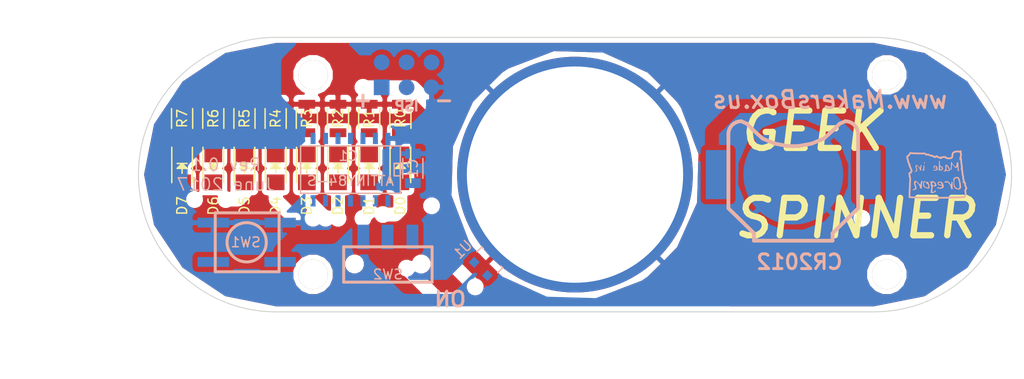
<source format=kicad_pcb>
(kicad_pcb (version 4) (host pcbnew 4.0.4-stable)

  (general
    (links 44)
    (no_connects 29)
    (area 158.699999 68.529999 247.700001 96.570001)
    (thickness 1.6)
    (drawings 21)
    (tracks 0)
    (zones 0)
    (modules 29)
    (nets 23)
  )

  (page USLetter)
  (layers
    (0 F.Cu signal)
    (31 B.Cu signal)
    (34 B.Paste user)
    (35 F.Paste user)
    (36 B.SilkS user)
    (37 F.SilkS user)
    (38 B.Mask user)
    (39 F.Mask user)
    (40 Dwgs.User user)
    (44 Edge.Cuts user)
  )

  (setup
    (last_trace_width 0.1524)
    (user_trace_width 0.254)
    (user_trace_width 0.3048)
    (user_trace_width 0.4064)
    (user_trace_width 0.6096)
    (user_trace_width 2.032)
    (trace_clearance 0.1524)
    (zone_clearance 0.508)
    (zone_45_only no)
    (trace_min 0.1524)
    (segment_width 0.254)
    (edge_width 0.1)
    (via_size 0.6858)
    (via_drill 0.3302)
    (via_min_size 0.6858)
    (via_min_drill 0.3302)
    (user_via 1 0.5)
    (uvia_size 0.762)
    (uvia_drill 0.508)
    (uvias_allowed no)
    (uvia_min_size 0.508)
    (uvia_min_drill 0.127)
    (pcb_text_width 0.3)
    (pcb_text_size 1.5 1.5)
    (mod_edge_width 0.15)
    (mod_text_size 1 1)
    (mod_text_width 0.15)
    (pad_size 24 24)
    (pad_drill 22.025)
    (pad_to_mask_clearance 0)
    (aux_axis_origin 0 0)
    (grid_origin 210.82 95.25)
    (visible_elements 7FFEFFFF)
    (pcbplotparams
      (layerselection 0x010f0_80000001)
      (usegerberextensions true)
      (excludeedgelayer true)
      (linewidth 0.100000)
      (plotframeref false)
      (viasonmask false)
      (mode 1)
      (useauxorigin false)
      (hpglpennumber 1)
      (hpglpenspeed 20)
      (hpglpendiameter 15)
      (hpglpenoverlay 2)
      (psnegative false)
      (psa4output false)
      (plotreference true)
      (plotvalue true)
      (plotinvisibletext false)
      (padsonsilk false)
      (subtractmaskfromsilk false)
      (outputformat 1)
      (mirror false)
      (drillshape 0)
      (scaleselection 1)
      (outputdirectory mask/))
  )

  (net 0 "")
  (net 1 GND)
  (net 2 +BATT)
  (net 3 "Net-(BT1-Pad1)")
  (net 4 "Net-(CON1-Pad1)")
  (net 5 "Net-(CON1-Pad3)")
  (net 6 "Net-(CON1-Pad4)")
  (net 7 "Net-(CON1-Pad5)")
  (net 8 "Net-(D1-Pad1)")
  (net 9 "Net-(D1-Pad2)")
  (net 10 "Net-(D0-Pad2)")
  (net 11 "Net-(D0-Pad1)")
  (net 12 "Net-(D2-Pad2)")
  (net 13 "Net-(D2-Pad1)")
  (net 14 "Net-(D3-Pad2)")
  (net 15 "Net-(D3-Pad1)")
  (net 16 "Net-(D4-Pad1)")
  (net 17 "Net-(D5-Pad1)")
  (net 18 "Net-(D6-Pad1)")
  (net 19 "Net-(D7-Pad2)")
  (net 20 "Net-(D7-Pad1)")
  (net 21 "Net-(IC1-Pad2)")
  (net 22 "Net-(IC1-Pad5)")

  (net_class Default "This is the default net class."
    (clearance 0.1524)
    (trace_width 0.1524)
    (via_dia 0.6858)
    (via_drill 0.3302)
    (uvia_dia 0.762)
    (uvia_drill 0.508)
    (add_net +BATT)
    (add_net GND)
    (add_net "Net-(BT1-Pad1)")
    (add_net "Net-(CON1-Pad1)")
    (add_net "Net-(CON1-Pad3)")
    (add_net "Net-(CON1-Pad4)")
    (add_net "Net-(CON1-Pad5)")
    (add_net "Net-(D0-Pad1)")
    (add_net "Net-(D0-Pad2)")
    (add_net "Net-(D1-Pad1)")
    (add_net "Net-(D1-Pad2)")
    (add_net "Net-(D2-Pad1)")
    (add_net "Net-(D2-Pad2)")
    (add_net "Net-(D3-Pad1)")
    (add_net "Net-(D3-Pad2)")
    (add_net "Net-(D4-Pad1)")
    (add_net "Net-(D5-Pad1)")
    (add_net "Net-(D6-Pad1)")
    (add_net "Net-(D7-Pad1)")
    (add_net "Net-(D7-Pad2)")
    (add_net "Net-(IC1-Pad2)")
    (add_net "Net-(IC1-Pad5)")
  )

  (module myFootPrints:Lego_Drill (layer F.Cu) (tedit 5938B9BC) (tstamp 5938BA2A)
    (at 234.95 92.71)
    (descr "Through hole pin header")
    (tags "pin header")
    (fp_text reference P2 (at 0 0) (layer F.SilkS) hide
      (effects (font (size 1 1) (thickness 0.15)))
    )
    (fp_text value CONN_01X01 (at 0 -1.27) (layer F.Fab) hide
      (effects (font (size 0.127 0.127) (thickness 0.03175)))
    )
    (pad 1 thru_hole circle (at 0 0) (size 3 3) (drill 3) (layers *.Cu *.Mask F.SilkS))
    (model Pin_Headers.3dshapes/Pin_Header_Straight_1x01.wrl
      (at (xyz 0 0 0))
      (scale (xyz 1 1 1))
      (rotate (xyz 0 0 90))
    )
  )

  (module myFootPrints:Lego_Drill (layer F.Cu) (tedit 5938B9BC) (tstamp 5938BA1E)
    (at 234.95 72.39)
    (descr "Through hole pin header")
    (tags "pin header")
    (fp_text reference P2 (at 0 0) (layer F.SilkS) hide
      (effects (font (size 1 1) (thickness 0.15)))
    )
    (fp_text value CONN_01X01 (at 0 -1.27) (layer F.Fab) hide
      (effects (font (size 0.127 0.127) (thickness 0.03175)))
    )
    (pad 1 thru_hole circle (at 0 0) (size 3 3) (drill 3) (layers *.Cu *.Mask F.SilkS))
    (model Pin_Headers.3dshapes/Pin_Header_Straight_1x01.wrl
      (at (xyz 0 0 0))
      (scale (xyz 1 1 1))
      (rotate (xyz 0 0 90))
    )
  )

  (module myFootPrints:Lego_Drill (layer F.Cu) (tedit 5938B9BC) (tstamp 5938B9FE)
    (at 176.53 72.39)
    (descr "Through hole pin header")
    (tags "pin header")
    (fp_text reference P2 (at 0 0) (layer F.SilkS) hide
      (effects (font (size 1 1) (thickness 0.15)))
    )
    (fp_text value CONN_01X01 (at 0 -1.27) (layer F.Fab) hide
      (effects (font (size 0.127 0.127) (thickness 0.03175)))
    )
    (pad 1 thru_hole circle (at 0 0) (size 3 3) (drill 3) (layers *.Cu *.Mask F.SilkS))
    (model Pin_Headers.3dshapes/Pin_Header_Straight_1x01.wrl
      (at (xyz 0 0 0))
      (scale (xyz 1 1 1))
      (rotate (xyz 0 0 90))
    )
  )

  (module myFootPrints:Lego_Drill (layer F.Cu) (tedit 5938B9BC) (tstamp 5938B998)
    (at 176.53 92.71)
    (descr "Through hole pin header")
    (tags "pin header")
    (fp_text reference P2 (at 0 0) (layer F.SilkS) hide
      (effects (font (size 1 1) (thickness 0.15)))
    )
    (fp_text value CONN_01X01 (at 0 -1.27) (layer F.Fab) hide
      (effects (font (size 0.127 0.127) (thickness 0.03175)))
    )
    (pad 1 thru_hole circle (at 0 0) (size 3 3) (drill 3) (layers *.Cu *.Mask F.SilkS))
    (model Pin_Headers.3dshapes/Pin_Header_Straight_1x01.wrl
      (at (xyz 0 0 0))
      (scale (xyz 1 1 1))
      (rotate (xyz 0 0 90))
    )
  )

  (module myFootPrints:BATT_12mm (layer B.Cu) (tedit 56EB8802) (tstamp 586093B2)
    (at 225.425 82.55)
    (descr "Keystone type 3000 coin cell retainer")
    (path /56CFA61E)
    (fp_text reference BT1 (at 0 4.5) (layer B.SilkS) hide
      (effects (font (thickness 0.3048)) (justify mirror))
    )
    (fp_text value Battery (at 0 -4.5) (layer B.SilkS) hide
      (effects (font (thickness 0.3048)) (justify mirror))
    )
    (fp_line (start 0.6096 -2.921) (end 1.8542 -3.1496) (layer B.SilkS) (width 0.381))
    (fp_line (start 1.8542 -3.1496) (end 3.0988 -3.6576) (layer B.SilkS) (width 0.381))
    (fp_line (start 3.0988 -3.6576) (end 4.064 -4.5212) (layer B.SilkS) (width 0.381))
    (fp_line (start 4.064 -4.5212) (end 4.7244 -5.1816) (layer B.SilkS) (width 0.381))
    (fp_line (start 4.7244 -5.1816) (end 5.2832 -5.4356) (layer B.SilkS) (width 0.381))
    (fp_line (start 0 -2.8956) (end 0.6096 -2.921) (layer B.SilkS) (width 0.381))
    (fp_line (start -3.0988 -3.6576) (end -4.064 -4.5212) (layer B.SilkS) (width 0.381))
    (fp_line (start -4.064 -4.5212) (end -4.7244 -5.1816) (layer B.SilkS) (width 0.381))
    (fp_line (start -5.2832 -5.4356) (end -4.7244 -5.1816) (layer B.SilkS) (width 0.381))
    (fp_line (start -3.0988 -3.6576) (end -1.8542 -3.1496) (layer B.SilkS) (width 0.381))
    (fp_line (start -1.8542 -3.1496) (end -0.6096 -2.921) (layer B.SilkS) (width 0.381))
    (fp_line (start -0.6096 -2.921) (end 0 -2.8956) (layer B.SilkS) (width 0.381))
    (fp_arc (start 5.2832 -4.1148) (end 6.604 -4.1148) (angle -90) (layer B.SilkS) (width 0.381))
    (fp_arc (start -5.2832 -4.1148) (end -5.2832 -5.4356) (angle -90) (layer B.SilkS) (width 0.381))
    (fp_line (start 6.604 3.429) (end 6.604 -4.064) (layer B.SilkS) (width 0.381))
    (fp_line (start -6.604 3.429) (end -6.604 -4.064) (layer B.SilkS) (width 0.381))
    (fp_line (start 4.0005 5.969) (end 6.604 3.429) (layer B.SilkS) (width 0.381))
    (fp_line (start -4.0005 5.969) (end -6.604 3.429) (layer B.SilkS) (width 0.381))
    (fp_line (start 3.9995 6.731) (end 3.9995 5.969) (layer B.SilkS) (width 0.381))
    (fp_line (start -4.0005 6.731) (end -4.0005 5.969) (layer B.SilkS) (width 0.381))
    (fp_line (start -4.0005 6.731) (end 4.0005 6.731) (layer B.SilkS) (width 0.381))
    (pad 1 smd rect (at -7.65 0) (size 2.5 5) (layers B.Cu B.Paste B.Mask)
      (net 3 "Net-(BT1-Pad1)"))
    (pad 1 smd rect (at 7.65 0) (size 2.5 5) (layers B.Cu B.Paste B.Mask)
      (net 3 "Net-(BT1-Pad1)"))
    (pad 2 smd circle (at 0 0) (size 10.16 10.16) (layers B.Cu B.Paste B.Mask)
      (net 1 GND))
    (model walter/battery_holders/keystone_3000.wrl
      (at (xyz 0 0 0))
      (scale (xyz 1 1 1))
      (rotate (xyz 0 0 0))
    )
  )

  (module myFootPrints:MadeInOregonRev25 (layer F.Cu) (tedit 0) (tstamp 5938C446)
    (at 240.03 82.55)
    (fp_text reference VAL (at 0 0) (layer F.SilkS) hide
      (effects (font (size 1.143 1.143) (thickness 0.1778)))
    )
    (fp_text value MadeInOregonRev25 (at 0 0) (layer F.SilkS) hide
      (effects (font (size 1.143 1.143) (thickness 0.1778)))
    )
    (fp_poly (pts (xy -3.09626 -1.76022) (xy -3.09626 -1.72212) (xy -3.09372 -1.69672) (xy -3.09118 -1.67386)
      (xy -3.0861 -1.65608) (xy -3.07594 -1.63576) (xy -3.0734 -1.62814) (xy -3.0607 -1.6002)
      (xy -3.05054 -1.5748) (xy -3.04038 -1.54432) (xy -3.03022 -1.50876) (xy -3.02006 -1.46304)
      (xy -3.00736 -1.4097) (xy -3.00228 -1.39192) (xy -2.98704 -1.31826) (xy -2.96926 -1.2573)
      (xy -2.95402 -1.20396) (xy -2.9337 -1.15824) (xy -2.91338 -1.1176) (xy -2.91338 -1.74752)
      (xy -2.91338 -1.76276) (xy -2.91084 -1.77546) (xy -2.90322 -1.78816) (xy -2.89052 -1.8034)
      (xy -2.86766 -1.82118) (xy -2.8575 -1.83134) (xy -2.82956 -1.8542) (xy -2.80416 -1.8796)
      (xy -2.78638 -1.90246) (xy -2.77876 -1.91008) (xy -2.76606 -1.92786) (xy -2.74574 -1.95326)
      (xy -2.72034 -1.98374) (xy -2.69494 -2.01422) (xy -2.6924 -2.01676) (xy -2.66954 -2.0447)
      (xy -2.64922 -2.0701) (xy -2.63652 -2.08788) (xy -2.6289 -2.09804) (xy -2.6289 -2.10058)
      (xy -2.62382 -2.10566) (xy -2.60604 -2.10566) (xy -2.58064 -2.10566) (xy -2.55016 -2.10058)
      (xy -2.51968 -2.0955) (xy -2.50952 -2.09296) (xy -2.49682 -2.09042) (xy -2.48412 -2.08534)
      (xy -2.46888 -2.08534) (xy -2.4511 -2.0828) (xy -2.4257 -2.08026) (xy -2.39268 -2.07772)
      (xy -2.35458 -2.07772) (xy -2.30632 -2.07518) (xy -2.2479 -2.07518) (xy -2.17678 -2.07264)
      (xy -2.09296 -2.0701) (xy -2.03962 -2.0701) (xy -1.95326 -2.06756) (xy -1.8669 -2.06756)
      (xy -1.78054 -2.06502) (xy -1.69672 -2.06502) (xy -1.61798 -2.06248) (xy -1.54686 -2.06248)
      (xy -1.48336 -2.06248) (xy -1.4351 -2.06248) (xy -1.4224 -2.06248) (xy -1.22936 -2.06248)
      (xy -1.1684 -2.00152) (xy -1.10744 -1.9431) (xy -1.0668 -1.9431) (xy -1.03886 -1.9431)
      (xy -1.0033 -1.94564) (xy -0.97536 -1.95072) (xy -0.94234 -1.95326) (xy -0.91186 -1.95072)
      (xy -0.87884 -1.94564) (xy -0.8382 -1.93548) (xy -0.79248 -1.9177) (xy -0.7366 -1.89484)
      (xy -0.72136 -1.88976) (xy -0.67818 -1.86944) (xy -0.64516 -1.85674) (xy -0.61722 -1.84912)
      (xy -0.59182 -1.84404) (xy -0.56388 -1.83896) (xy -0.5461 -1.83642) (xy -0.50038 -1.83134)
      (xy -0.46482 -1.82626) (xy -0.43688 -1.81864) (xy -0.41656 -1.80848) (xy -0.39624 -1.79578)
      (xy -0.37592 -1.77546) (xy -0.37338 -1.77292) (xy -0.35052 -1.7526) (xy -0.32512 -1.73482)
      (xy -0.30734 -1.72212) (xy -0.30734 -1.72212) (xy -0.28702 -1.71704) (xy -0.25654 -1.71196)
      (xy -0.22098 -1.70434) (xy -0.18288 -1.7018) (xy -0.14986 -1.69672) (xy -0.12446 -1.69672)
      (xy -0.10922 -1.69926) (xy -0.09652 -1.70688) (xy -0.07366 -1.71958) (xy -0.05334 -1.73736)
      (xy -0.03048 -1.75768) (xy -0.01524 -1.7653) (xy -0.00508 -1.76784) (xy 0 -1.7653)
      (xy 0.01016 -1.75768) (xy 0.03048 -1.74498) (xy 0.05842 -1.7272) (xy 0.0889 -1.70688)
      (xy 0.09652 -1.7018) (xy 0.18288 -1.64846) (xy 0.25908 -1.64592) (xy 0.29464 -1.64338)
      (xy 0.3175 -1.64084) (xy 0.3302 -1.6383) (xy 0.34036 -1.63322) (xy 0.34544 -1.6256)
      (xy 0.34798 -1.62052) (xy 0.3683 -1.59766) (xy 0.39624 -1.58242) (xy 0.42672 -1.5748)
      (xy 0.4318 -1.5748) (xy 0.45974 -1.58242) (xy 0.48768 -1.6002) (xy 0.51562 -1.63068)
      (xy 0.52578 -1.64338) (xy 0.53848 -1.65608) (xy 0.5461 -1.66624) (xy 0.55626 -1.67386)
      (xy 0.56896 -1.68148) (xy 0.58928 -1.68402) (xy 0.61468 -1.6891) (xy 0.65278 -1.69418)
      (xy 0.70104 -1.69672) (xy 0.71628 -1.69926) (xy 0.8255 -1.70942) (xy 0.85598 -1.68148)
      (xy 0.89154 -1.64846) (xy 0.9271 -1.62306) (xy 0.95758 -1.60274) (xy 0.96774 -1.59766)
      (xy 0.9906 -1.59258) (xy 1.02362 -1.5875) (xy 1.0668 -1.58242) (xy 1.11252 -1.57734)
      (xy 1.16332 -1.57226) (xy 1.21158 -1.56972) (xy 1.2573 -1.56972) (xy 1.25984 -1.56972)
      (xy 1.3081 -1.56972) (xy 1.35128 -1.5748) (xy 1.39446 -1.57988) (xy 1.44272 -1.59004)
      (xy 1.48844 -1.6002) (xy 1.52146 -1.61036) (xy 1.54686 -1.62306) (xy 1.56972 -1.63576)
      (xy 1.59258 -1.65608) (xy 1.61798 -1.68148) (xy 1.63576 -1.7018) (xy 1.651 -1.72212)
      (xy 1.65862 -1.74498) (xy 1.66624 -1.77292) (xy 1.67386 -1.80848) (xy 1.6764 -1.85166)
      (xy 1.68148 -1.90246) (xy 1.6891 -1.9812) (xy 1.7018 -2.04978) (xy 1.72212 -2.10566)
      (xy 1.74752 -2.15138) (xy 1.75006 -2.15646) (xy 1.77546 -2.18186) (xy 1.81356 -2.2098)
      (xy 1.82626 -2.21742) (xy 1.8542 -2.23012) (xy 1.87706 -2.24028) (xy 1.89484 -2.24282)
      (xy 1.9177 -2.24282) (xy 1.92024 -2.24282) (xy 1.95834 -2.24282) (xy 2.00152 -2.25044)
      (xy 2.032 -2.25806) (xy 2.0701 -2.27076) (xy 2.09804 -2.27584) (xy 2.11582 -2.27838)
      (xy 2.13106 -2.2733) (xy 2.1463 -2.26822) (xy 2.15392 -2.26314) (xy 2.1844 -2.2479)
      (xy 2.22758 -2.24282) (xy 2.27584 -2.2479) (xy 2.29108 -2.25298) (xy 2.31394 -2.25806)
      (xy 2.33426 -2.26314) (xy 2.34188 -2.26314) (xy 2.34188 -2.25806) (xy 2.34442 -2.23774)
      (xy 2.34442 -2.21488) (xy 2.34442 -2.21234) (xy 2.34442 -2.1844) (xy 2.34696 -2.16408)
      (xy 2.35204 -2.1463) (xy 2.36474 -2.12852) (xy 2.3876 -2.0955) (xy 2.37998 -1.97612)
      (xy 2.37744 -1.9304) (xy 2.37236 -1.89738) (xy 2.36982 -1.87198) (xy 2.36474 -1.8542)
      (xy 2.35966 -1.83896) (xy 2.35204 -1.82372) (xy 2.34696 -1.8161) (xy 2.33172 -1.78562)
      (xy 2.3241 -1.75768) (xy 2.3241 -1.73736) (xy 2.32156 -1.70942) (xy 2.31902 -1.68656)
      (xy 2.31648 -1.67894) (xy 2.31394 -1.66116) (xy 2.30886 -1.63576) (xy 2.30886 -1.60274)
      (xy 2.30886 -1.59004) (xy 2.30886 -1.55702) (xy 2.30886 -1.5367) (xy 2.31394 -1.52146)
      (xy 2.32156 -1.5113) (xy 2.33172 -1.4986) (xy 2.33426 -1.49606) (xy 2.35458 -1.48082)
      (xy 2.3749 -1.4732) (xy 2.37744 -1.47066) (xy 2.3876 -1.47066) (xy 2.39268 -1.46558)
      (xy 2.39776 -1.45034) (xy 2.4003 -1.42494) (xy 2.40284 -1.39192) (xy 2.40538 -1.35382)
      (xy 2.40538 -1.33096) (xy 2.40792 -1.28778) (xy 2.413 -1.2319) (xy 2.42062 -1.16078)
      (xy 2.43332 -1.07442) (xy 2.4511 -0.97536) (xy 2.4511 -0.96774) (xy 2.45872 -0.92456)
      (xy 2.4638 -0.88392) (xy 2.46888 -0.85344) (xy 2.47142 -0.83058) (xy 2.47396 -0.82296)
      (xy 2.47396 -0.81026) (xy 2.47142 -0.7874) (xy 2.47142 -0.75692) (xy 2.46888 -0.72644)
      (xy 2.46888 -0.69342) (xy 2.46634 -0.66294) (xy 2.4638 -0.64262) (xy 2.46126 -0.635)
      (xy 2.4511 -0.6096) (xy 2.44856 -0.57912) (xy 2.4511 -0.54864) (xy 2.46126 -0.52324)
      (xy 2.4765 -0.51054) (xy 2.48412 -0.49784) (xy 2.49174 -0.47244) (xy 2.5019 -0.4318)
      (xy 2.50952 -0.37592) (xy 2.51968 -0.30734) (xy 2.5273 -0.2286) (xy 2.53238 -0.16764)
      (xy 2.53746 -0.1143) (xy 2.54254 -0.0635) (xy 2.54762 -0.02032) (xy 2.5527 0.01524)
      (xy 2.55524 0.04064) (xy 2.55778 0.05334) (xy 2.56794 0.07366) (xy 2.5781 0.1016)
      (xy 2.58826 0.127) (xy 2.59588 0.14732) (xy 2.6035 0.16256) (xy 2.60604 0.18034)
      (xy 2.60858 0.20066) (xy 2.60858 0.22606) (xy 2.60604 0.25908) (xy 2.6035 0.3048)
      (xy 2.6035 0.32512) (xy 2.60096 0.37084) (xy 2.60096 0.4064) (xy 2.60604 0.43434)
      (xy 2.61366 0.45974) (xy 2.62636 0.48768) (xy 2.64668 0.5207) (xy 2.66446 0.5588)
      (xy 2.67462 0.58674) (xy 2.6797 0.61468) (xy 2.67462 0.64262) (xy 2.66446 0.68072)
      (xy 2.65938 0.69088) (xy 2.64668 0.72898) (xy 2.63906 0.75946) (xy 2.63906 0.77978)
      (xy 2.6416 0.79756) (xy 2.64922 0.8128) (xy 2.64922 0.81534) (xy 2.66446 0.83058)
      (xy 2.68986 0.84836) (xy 2.72034 0.86614) (xy 2.75336 0.87884) (xy 2.77368 0.88646)
      (xy 2.794 0.89154) (xy 2.794 0.98044) (xy 2.794 1.07188) (xy 2.82448 1.13538)
      (xy 2.8575 1.20396) (xy 2.8829 1.26238) (xy 2.90322 1.31064) (xy 2.91592 1.3462)
      (xy 2.921 1.36652) (xy 2.92354 1.3843) (xy 2.92354 1.39954) (xy 2.91592 1.41478)
      (xy 2.90068 1.4351) (xy 2.90068 1.43764) (xy 2.87274 1.47828) (xy 2.84988 1.51638)
      (xy 2.8321 1.5621) (xy 2.82448 1.59004) (xy 2.80924 1.64338) (xy 2.8321 1.74244)
      (xy 2.84734 1.80848) (xy 2.85496 1.86182) (xy 2.86004 1.90754) (xy 2.86004 1.94818)
      (xy 2.85242 1.98628) (xy 2.84226 2.02438) (xy 2.84226 2.02438) (xy 2.82702 2.06756)
      (xy 2.81432 2.10566) (xy 2.79908 2.13868) (xy 2.78892 2.16154) (xy 2.77876 2.1717)
      (xy 2.77876 2.17424) (xy 2.7686 2.17678) (xy 2.74828 2.1844) (xy 2.74066 2.18948)
      (xy 2.7178 2.1971) (xy 2.68224 2.20472) (xy 2.63398 2.2098) (xy 2.57302 2.21234)
      (xy 2.49682 2.21488) (xy 2.40792 2.21742) (xy 2.30632 2.21742) (xy 2.29616 2.21742)
      (xy 2.24028 2.21996) (xy 2.17424 2.21996) (xy 2.10058 2.2225) (xy 2.02184 2.2225)
      (xy 1.9431 2.22504) (xy 1.86944 2.23012) (xy 1.84912 2.23012) (xy 1.6129 2.23774)
      (xy 1.38684 2.2479) (xy 1.16332 2.25298) (xy 0.9398 2.25806) (xy 0.71882 2.26314)
      (xy 0.4953 2.26568) (xy 0.26924 2.26822) (xy 0.03556 2.26822) (xy -0.2032 2.26822)
      (xy -0.45466 2.26822) (xy -0.71628 2.26568) (xy -0.84836 2.26314) (xy -1.03378 2.2606)
      (xy -1.20396 2.25806) (xy -1.36144 2.25552) (xy -1.50622 2.25298) (xy -1.64084 2.25044)
      (xy -1.7653 2.2479) (xy -1.88214 2.24536) (xy -1.98882 2.24282) (xy -2.08788 2.23774)
      (xy -2.17932 2.2352) (xy -2.26822 2.23266) (xy -2.35204 2.22758) (xy -2.39776 2.22504)
      (xy -2.46126 2.2225) (xy -2.51968 2.21742) (xy -2.57302 2.21488) (xy -2.61874 2.21234)
      (xy -2.65176 2.2098) (xy -2.67462 2.2098) (xy -2.68732 2.2098) (xy -2.68732 2.2098)
      (xy -2.68732 2.20218) (xy -2.68478 2.17932) (xy -2.68478 2.1463) (xy -2.68224 2.09804)
      (xy -2.6797 2.03962) (xy -2.67716 1.97104) (xy -2.67208 1.8923) (xy -2.66954 1.80594)
      (xy -2.66446 1.70942) (xy -2.65938 1.60782) (xy -2.65684 1.50114) (xy -2.65176 1.38684)
      (xy -2.64414 1.27) (xy -2.64414 1.25476) (xy -2.63906 1.11506) (xy -2.63398 0.98806)
      (xy -2.6289 0.87376) (xy -2.62382 0.77216) (xy -2.61874 0.68326) (xy -2.6162 0.60452)
      (xy -2.61366 0.53848) (xy -2.61112 0.47752) (xy -2.61112 0.42926) (xy -2.61112 0.38608)
      (xy -2.61112 0.35306) (xy -2.61112 0.32258) (xy -2.61112 0.29972) (xy -2.61366 0.28194)
      (xy -2.6162 0.2667) (xy -2.61874 0.25654) (xy -2.62128 0.24638) (xy -2.62636 0.23876)
      (xy -2.63144 0.23368) (xy -2.63652 0.22606) (xy -2.6416 0.21844) (xy -2.6543 0.2032)
      (xy -2.66192 0.18796) (xy -2.66446 0.17272) (xy -2.66192 0.14732) (xy -2.66192 0.13716)
      (xy -2.66192 0.1016) (xy -2.66446 0.06858) (xy -2.67462 0.02794) (xy -2.67462 0.0254)
      (xy -2.68732 -0.01778) (xy -2.69494 -0.04826) (xy -2.69748 -0.07112) (xy -2.69748 -0.08382)
      (xy -2.69494 -0.09398) (xy -2.68732 -0.09906) (xy -2.68732 -0.1016) (xy -2.66954 -0.10668)
      (xy -2.64668 -0.1143) (xy -2.63652 -0.1143) (xy -2.60858 -0.12192) (xy -2.58572 -0.13208)
      (xy -2.5654 -0.14732) (xy -2.54762 -0.17018) (xy -2.52476 -0.20574) (xy -2.50698 -0.2413)
      (xy -2.4638 -0.3302) (xy -2.47142 -0.40894) (xy -2.4765 -0.43942) (xy -2.48158 -0.46736)
      (xy -2.4892 -0.49276) (xy -2.49682 -0.5207) (xy -2.50952 -0.55626) (xy -2.52984 -0.59944)
      (xy -2.53492 -0.61214) (xy -2.55524 -0.66294) (xy -2.5781 -0.71374) (xy -2.60096 -0.76708)
      (xy -2.62128 -0.8128) (xy -2.63144 -0.83058) (xy -2.64668 -0.86868) (xy -2.65938 -0.89662)
      (xy -2.667 -0.91694) (xy -2.66954 -0.92964) (xy -2.667 -0.9398) (xy -2.667 -0.94996)
      (xy -2.65938 -0.97536) (xy -2.65938 -1.00584) (xy -2.66954 -1.03886) (xy -2.68732 -1.0795)
      (xy -2.71272 -1.12776) (xy -2.71526 -1.1303) (xy -2.73812 -1.17094) (xy -2.75844 -1.2065)
      (xy -2.77368 -1.23698) (xy -2.78384 -1.26746) (xy -2.79654 -1.30048) (xy -2.8067 -1.34112)
      (xy -2.81686 -1.38684) (xy -2.82702 -1.43256) (xy -2.84226 -1.49606) (xy -2.85496 -1.54686)
      (xy -2.86512 -1.5875) (xy -2.87528 -1.62052) (xy -2.88544 -1.64846) (xy -2.89306 -1.67132)
      (xy -2.90068 -1.68148) (xy -2.9083 -1.70942) (xy -2.91338 -1.7399) (xy -2.91338 -1.74752)
      (xy -2.91338 -1.1176) (xy -2.91084 -1.11506) (xy -2.90576 -1.09982) (xy -2.88798 -1.07188)
      (xy -2.87782 -1.04902) (xy -2.87274 -1.03632) (xy -2.87274 -1.02616) (xy -2.87782 -1.016)
      (xy -2.88036 -0.99822) (xy -2.8829 -0.98044) (xy -2.87782 -0.95758) (xy -2.8702 -0.92964)
      (xy -2.85496 -0.89408) (xy -2.83464 -0.84582) (xy -2.8194 -0.81534) (xy -2.78384 -0.73406)
      (xy -2.74828 -0.65786) (xy -2.72034 -0.58928) (xy -2.69494 -0.52832) (xy -2.67462 -0.47752)
      (xy -2.66192 -0.43688) (xy -2.6543 -0.40894) (xy -2.6543 -0.4064) (xy -2.64922 -0.37846)
      (xy -2.65176 -0.36068) (xy -2.65684 -0.34036) (xy -2.66446 -0.32766) (xy -2.67462 -0.30734)
      (xy -2.68732 -0.29464) (xy -2.70256 -0.28702) (xy -2.72542 -0.28194) (xy -2.73812 -0.2794)
      (xy -2.75336 -0.27686) (xy -2.77114 -0.2667) (xy -2.78892 -0.25146) (xy -2.81686 -0.22606)
      (xy -2.82448 -0.2159) (xy -2.84988 -0.1905) (xy -2.86766 -0.17272) (xy -2.87782 -0.16002)
      (xy -2.8829 -0.14732) (xy -2.8829 -0.13208) (xy -2.8829 -0.12192) (xy -2.88036 -0.06858)
      (xy -2.86766 -0.00762) (xy -2.85242 0.05588) (xy -2.8448 0.08382) (xy -2.84226 0.10668)
      (xy -2.84226 0.12954) (xy -2.8448 0.16002) (xy -2.84734 0.1651) (xy -2.84988 0.19812)
      (xy -2.84988 0.22606) (xy -2.84226 0.24892) (xy -2.82448 0.27686) (xy -2.8067 0.29972)
      (xy -2.78384 0.32766) (xy -2.82702 1.3081) (xy -2.8321 1.42748) (xy -2.83718 1.54432)
      (xy -2.84226 1.65608) (xy -2.84734 1.76276) (xy -2.84988 1.86182) (xy -2.85496 1.95326)
      (xy -2.8575 2.03708) (xy -2.86004 2.11074) (xy -2.86258 2.17424) (xy -2.86512 2.22758)
      (xy -2.86512 2.26822) (xy -2.86512 2.29616) (xy -2.86512 2.3114) (xy -2.86512 2.3114)
      (xy -2.85496 2.3368) (xy -2.83464 2.35966) (xy -2.81178 2.3749) (xy -2.8067 2.37744)
      (xy -2.794 2.37998) (xy -2.76606 2.38252) (xy -2.72796 2.38506) (xy -2.6797 2.39014)
      (xy -2.62128 2.39268) (xy -2.55778 2.39776) (xy -2.48412 2.4003) (xy -2.40792 2.40538)
      (xy -2.32664 2.40792) (xy -2.24536 2.413) (xy -2.16154 2.41554) (xy -2.08026 2.41808)
      (xy -1.99898 2.42062) (xy -1.92278 2.42316) (xy -1.85166 2.4257) (xy -1.80848 2.42824)
      (xy -1.74752 2.42824) (xy -1.67386 2.43078) (xy -1.59004 2.43078) (xy -1.4986 2.43332)
      (xy -1.397 2.43586) (xy -1.29032 2.43586) (xy -1.1811 2.4384) (xy -1.0668 2.4384)
      (xy -0.95504 2.44094) (xy -0.84582 2.44348) (xy -0.80264 2.44348) (xy -0.70104 2.44348)
      (xy -0.59944 2.44602) (xy -0.50038 2.44602) (xy -0.40386 2.44856) (xy -0.31496 2.44856)
      (xy -0.23114 2.44856) (xy -0.15748 2.4511) (xy -0.09398 2.4511) (xy -0.04064 2.4511)
      (xy 0 2.4511) (xy 0.02286 2.4511) (xy 0.05842 2.4511) (xy 0.10922 2.4511)
      (xy 0.17018 2.4511) (xy 0.2413 2.4511) (xy 0.3175 2.4511) (xy 0.39878 2.44856)
      (xy 0.4826 2.44856) (xy 0.56642 2.44602) (xy 0.60198 2.44602) (xy 0.75692 2.44348)
      (xy 0.90678 2.4384) (xy 1.0541 2.43586) (xy 1.1938 2.43078) (xy 1.32588 2.42824)
      (xy 1.45034 2.42316) (xy 1.56464 2.42062) (xy 1.66624 2.41808) (xy 1.7526 2.413)
      (xy 1.77038 2.413) (xy 1.82626 2.41046) (xy 1.8923 2.40792) (xy 1.96342 2.40792)
      (xy 2.03454 2.40538) (xy 2.10312 2.40538) (xy 2.12852 2.40538) (xy 2.19456 2.40538)
      (xy 2.26822 2.40284) (xy 2.3495 2.40284) (xy 2.42824 2.39776) (xy 2.50444 2.39522)
      (xy 2.54254 2.39522) (xy 2.75844 2.38252) (xy 2.82956 2.3495) (xy 2.86258 2.33172)
      (xy 2.88798 2.31902) (xy 2.90576 2.30632) (xy 2.91084 2.30124) (xy 2.92608 2.28092)
      (xy 2.94132 2.25044) (xy 2.96164 2.2098) (xy 2.97942 2.16662) (xy 2.9972 2.12344)
      (xy 3.01244 2.08534) (xy 3.02514 2.0447) (xy 3.03276 2.01168) (xy 3.03784 1.98628)
      (xy 3.04038 1.9558) (xy 3.04038 1.93548) (xy 3.0353 1.86182) (xy 3.0226 1.778)
      (xy 3.00736 1.70434) (xy 2.99974 1.66878) (xy 2.99974 1.64084) (xy 3.00736 1.61036)
      (xy 3.0226 1.57734) (xy 3.04546 1.53924) (xy 3.0607 1.52146) (xy 3.08356 1.4859)
      (xy 3.0988 1.4605) (xy 3.10642 1.4351) (xy 3.10896 1.4097) (xy 3.10642 1.37668)
      (xy 3.0988 1.33858) (xy 3.09118 1.3081) (xy 3.07848 1.26746) (xy 3.0607 1.22174)
      (xy 3.04038 1.1684) (xy 3.01498 1.1176) (xy 2.99466 1.07442) (xy 2.98704 1.05664)
      (xy 2.97942 1.0414) (xy 2.97688 1.02362) (xy 2.97434 1.0033) (xy 2.97434 0.97282)
      (xy 2.97434 0.93218) (xy 2.97434 0.9271) (xy 2.9718 0.87884) (xy 2.96926 0.8382)
      (xy 2.96418 0.81026) (xy 2.95148 0.7874) (xy 2.9337 0.76708) (xy 2.90576 0.7493)
      (xy 2.86766 0.72898) (xy 2.84734 0.71882) (xy 2.84734 0.7112) (xy 2.84988 0.69342)
      (xy 2.85496 0.66802) (xy 2.8575 0.6604) (xy 2.86258 0.61468) (xy 2.86258 0.5842)
      (xy 2.86258 0.57658) (xy 2.84988 0.5334) (xy 2.82956 0.48768) (xy 2.8067 0.44196)
      (xy 2.79908 0.42926) (xy 2.79146 0.41656) (xy 2.78638 0.40386) (xy 2.7813 0.38862)
      (xy 2.7813 0.37084) (xy 2.7813 0.34798) (xy 2.7813 0.3175) (xy 2.78638 0.27432)
      (xy 2.79146 0.22098) (xy 2.79146 0.21844) (xy 2.79146 0.19304) (xy 2.79146 0.16764)
      (xy 2.78384 0.1397) (xy 2.77622 0.11176) (xy 2.76352 0.07874) (xy 2.75336 0.04826)
      (xy 2.7432 0.0254) (xy 2.74066 0.02032) (xy 2.73558 0.00762) (xy 2.7305 -0.0127)
      (xy 2.72796 -0.04064) (xy 2.72288 -0.07874) (xy 2.7178 -0.12954) (xy 2.71272 -0.1905)
      (xy 2.7051 -0.25908) (xy 2.69748 -0.32512) (xy 2.68986 -0.38862) (xy 2.6797 -0.44958)
      (xy 2.67208 -0.50292) (xy 2.66446 -0.5461) (xy 2.6543 -0.57658) (xy 2.65176 -0.58674)
      (xy 2.65176 -0.60452) (xy 2.6543 -0.6223) (xy 2.65684 -0.6477) (xy 2.65176 -0.68326)
      (xy 2.65176 -0.68326) (xy 2.64668 -0.71628) (xy 2.64922 -0.75184) (xy 2.65176 -0.76962)
      (xy 2.6543 -0.79248) (xy 2.65684 -0.8128) (xy 2.6543 -0.83566) (xy 2.65176 -0.8636)
      (xy 2.64414 -0.90424) (xy 2.6416 -0.91948) (xy 2.62382 -1.01346) (xy 2.61112 -1.09982)
      (xy 2.60096 -1.1811) (xy 2.59334 -1.26238) (xy 2.58572 -1.35128) (xy 2.58064 -1.42748)
      (xy 2.5781 -1.49352) (xy 2.57302 -1.54432) (xy 2.57048 -1.58496) (xy 2.5654 -1.61544)
      (xy 2.56286 -1.6383) (xy 2.55524 -1.65608) (xy 2.54762 -1.66878) (xy 2.53746 -1.6764)
      (xy 2.52984 -1.68402) (xy 2.51714 -1.69418) (xy 2.51206 -1.70688) (xy 2.5146 -1.72466)
      (xy 2.52222 -1.75006) (xy 2.53238 -1.77546) (xy 2.53238 -1.77546) (xy 2.54 -1.78816)
      (xy 2.54254 -1.79832) (xy 2.54762 -1.81102) (xy 2.55016 -1.8288) (xy 2.5527 -1.85166)
      (xy 2.55524 -1.88214) (xy 2.55778 -1.92532) (xy 2.56286 -1.97866) (xy 2.56286 -2.0066)
      (xy 2.57302 -2.159) (xy 2.54762 -2.18948) (xy 2.52222 -2.21996) (xy 2.52984 -2.29616)
      (xy 2.53238 -2.34442) (xy 2.53238 -2.37998) (xy 2.52984 -2.40538) (xy 2.51968 -2.4257)
      (xy 2.50698 -2.44094) (xy 2.50444 -2.44348) (xy 2.4892 -2.45618) (xy 2.47142 -2.46126)
      (xy 2.44856 -2.4638) (xy 2.42062 -2.4638) (xy 2.38252 -2.45618) (xy 2.33172 -2.44602)
      (xy 2.32664 -2.44348) (xy 2.2352 -2.42316) (xy 2.19964 -2.44348) (xy 2.17424 -2.45618)
      (xy 2.15138 -2.4638) (xy 2.12344 -2.4638) (xy 2.09296 -2.45872) (xy 2.04978 -2.4511)
      (xy 2.0193 -2.44348) (xy 1.98374 -2.43332) (xy 1.9558 -2.4257) (xy 1.93802 -2.42316)
      (xy 1.92024 -2.4257) (xy 1.90754 -2.42824) (xy 1.88722 -2.43078) (xy 1.86944 -2.43078)
      (xy 1.84912 -2.42824) (xy 1.82372 -2.41808) (xy 1.79324 -2.40284) (xy 1.76022 -2.38506)
      (xy 1.71958 -2.3622) (xy 1.6891 -2.34442) (xy 1.66624 -2.32664) (xy 1.64846 -2.3114)
      (xy 1.63068 -2.29362) (xy 1.6129 -2.27076) (xy 1.59258 -2.2479) (xy 1.57734 -2.22504)
      (xy 1.56718 -2.20472) (xy 1.55702 -2.17932) (xy 1.54432 -2.1463) (xy 1.53162 -2.10312)
      (xy 1.52908 -2.09296) (xy 1.51638 -2.0447) (xy 1.50876 -2.00406) (xy 1.50368 -1.96596)
      (xy 1.4986 -1.92278) (xy 1.4986 -1.90754) (xy 1.49606 -1.86182) (xy 1.49352 -1.8288)
      (xy 1.4859 -1.80594) (xy 1.4732 -1.7907) (xy 1.45288 -1.778) (xy 1.4224 -1.77038)
      (xy 1.39446 -1.76276) (xy 1.3335 -1.7526) (xy 1.26238 -1.74752) (xy 1.18364 -1.75006)
      (xy 1.10998 -1.75768) (xy 1.03124 -1.7653) (xy 0.9652 -1.82372) (xy 0.9398 -1.84912)
      (xy 0.9144 -1.8669) (xy 0.89408 -1.88214) (xy 0.88392 -1.88722) (xy 0.86868 -1.88722)
      (xy 0.84328 -1.88722) (xy 0.80518 -1.88722) (xy 0.762 -1.88214) (xy 0.7112 -1.8796)
      (xy 0.6604 -1.87452) (xy 0.6096 -1.86944) (xy 0.56642 -1.86436) (xy 0.52324 -1.85674)
      (xy 0.49276 -1.85166) (xy 0.47244 -1.8415) (xy 0.45974 -1.83642) (xy 0.44958 -1.8288)
      (xy 0.43942 -1.82372) (xy 0.42418 -1.82118) (xy 0.40386 -1.82118) (xy 0.37592 -1.82118)
      (xy 0.33782 -1.82118) (xy 0.23622 -1.82372) (xy 0.13208 -1.8923) (xy 0.09398 -1.9177)
      (xy 0.06096 -1.93802) (xy 0.03302 -1.9558) (xy 0.0127 -1.96596) (xy 0.00508 -1.97104)
      (xy -0.02286 -1.97866) (xy -0.04826 -1.97358) (xy -0.07874 -1.95834) (xy -0.1143 -1.92786)
      (xy -0.11684 -1.92532) (xy -0.1397 -1.905) (xy -0.15748 -1.8923) (xy -0.17272 -1.88468)
      (xy -0.18796 -1.88214) (xy -0.19304 -1.88214) (xy -0.21082 -1.88468) (xy -0.22352 -1.88722)
      (xy -0.2413 -1.89992) (xy -0.26162 -1.9177) (xy -0.27178 -1.92786) (xy -0.30226 -1.95326)
      (xy -0.33528 -1.97358) (xy -0.37338 -1.98882) (xy -0.41656 -1.99898) (xy -0.47244 -2.00914)
      (xy -0.50038 -2.01168) (xy -0.53848 -2.01676) (xy -0.56896 -2.02438) (xy -0.59944 -2.03454)
      (xy -0.635 -2.04724) (xy -0.66548 -2.05994) (xy -0.70866 -2.07772) (xy -0.75692 -2.0955)
      (xy -0.80264 -2.11074) (xy -0.83058 -2.11836) (xy -0.86868 -2.12598) (xy -0.89662 -2.1336)
      (xy -0.91948 -2.1336) (xy -0.94234 -2.1336) (xy -0.97282 -2.13106) (xy -1.03378 -2.12344)
      (xy -1.0922 -2.17678) (xy -1.12776 -2.2098) (xy -1.1557 -2.23012) (xy -1.17348 -2.2352)
      (xy -1.18618 -2.23774) (xy -1.21412 -2.23774) (xy -1.24968 -2.24028) (xy -1.2954 -2.24028)
      (xy -1.3462 -2.24028) (xy -1.40208 -2.24028) (xy -1.40462 -2.24028) (xy -1.48844 -2.24028)
      (xy -1.57734 -2.24282) (xy -1.66878 -2.24282) (xy -1.76022 -2.24282) (xy -1.85166 -2.24536)
      (xy -1.94056 -2.2479) (xy -2.02438 -2.2479) (xy -2.10566 -2.25044) (xy -2.18186 -2.25298)
      (xy -2.25044 -2.25552) (xy -2.30886 -2.25806) (xy -2.35966 -2.2606) (xy -2.39776 -2.26314)
      (xy -2.42316 -2.26568) (xy -2.43586 -2.26822) (xy -2.45364 -2.27076) (xy -2.48666 -2.27584)
      (xy -2.52476 -2.28092) (xy -2.5654 -2.28346) (xy -2.58572 -2.286) (xy -2.63144 -2.28854)
      (xy -2.66446 -2.29108) (xy -2.68732 -2.29108) (xy -2.7051 -2.29108) (xy -2.7178 -2.28854)
      (xy -2.72796 -2.28346) (xy -2.7305 -2.28092) (xy -2.7559 -2.2606) (xy -2.77876 -2.22758)
      (xy -2.78892 -2.19202) (xy -2.79654 -2.17678) (xy -2.81178 -2.15392) (xy -2.8321 -2.13106)
      (xy -2.83718 -2.12344) (xy -2.86258 -2.09296) (xy -2.88544 -2.06502) (xy -2.90576 -2.04216)
      (xy -2.9083 -2.03708) (xy -2.92354 -2.0193) (xy -2.94894 -1.9939) (xy -2.97688 -1.96596)
      (xy -3.00482 -1.93802) (xy -3.03276 -1.91262) (xy -3.05816 -1.88976) (xy -3.07594 -1.87198)
      (xy -3.0861 -1.85928) (xy -3.0861 -1.85928) (xy -3.09118 -1.8415) (xy -3.09626 -1.81102)
      (xy -3.09626 -1.77038) (xy -3.09626 -1.76022) (xy -3.09626 -1.76022)) (layer B.SilkS) (width 0.00254))
    (fp_poly (pts (xy -0.67056 0.70358) (xy -0.67056 0.72136) (xy -0.66802 0.72644) (xy -0.66548 0.74676)
      (xy -0.65532 0.7747) (xy -0.64262 0.80772) (xy -0.63246 0.83312) (xy -0.61468 0.8763)
      (xy -0.60198 0.90932) (xy -0.59436 0.93218) (xy -0.59182 0.94996) (xy -0.5969 0.9652)
      (xy -0.60198 0.9779) (xy -0.61722 0.99568) (xy -0.63246 1.01092) (xy -0.64516 1.02362)
      (xy -0.6477 1.03632) (xy -0.64262 1.05156) (xy -0.62484 1.07188) (xy -0.6223 1.07696)
      (xy -0.59944 1.10236) (xy -0.5842 1.12522) (xy -0.57404 1.14554) (xy -0.56896 1.17348)
      (xy -0.56388 1.2065) (xy -0.56134 1.24968) (xy -0.56134 1.26238) (xy -0.56134 1.31572)
      (xy -0.56134 1.36652) (xy -0.56642 1.41986) (xy -0.5715 1.47828) (xy -0.58166 1.54686)
      (xy -0.59182 1.62306) (xy -0.59944 1.66116) (xy -0.60706 1.71704) (xy -0.61468 1.76022)
      (xy -0.61722 1.79324) (xy -0.61976 1.8161) (xy -0.61722 1.83388) (xy -0.61468 1.84658)
      (xy -0.6096 1.85674) (xy -0.6096 1.85928) (xy -0.60198 1.8669) (xy -0.59436 1.86944)
      (xy -0.58166 1.87198) (xy -0.56134 1.87452) (xy -0.53086 1.87452) (xy -0.51308 1.87452)
      (xy -0.47752 1.87452) (xy -0.45974 1.87198) (xy -0.45974 0.94234) (xy -0.45212 0.89662)
      (xy -0.43688 0.85344) (xy -0.41402 0.81788) (xy -0.40894 0.81026) (xy -0.38354 0.79502)
      (xy -0.35306 0.79248) (xy -0.32258 0.8001) (xy -0.2921 0.81788) (xy -0.26162 0.84582)
      (xy -0.23622 0.87884) (xy -0.21844 0.91948) (xy -0.21336 0.92964) (xy -0.20828 0.9525)
      (xy -0.2032 0.98044) (xy -0.19812 1.01092) (xy -0.19304 1.0414) (xy -0.1905 1.06934)
      (xy -0.18796 1.08712) (xy -0.1905 1.09728) (xy -0.20066 1.09982) (xy -0.22098 1.1049)
      (xy -0.24892 1.10998) (xy -0.2794 1.11252) (xy -0.30734 1.11506) (xy -0.3302 1.1176)
      (xy -0.34036 1.1176) (xy -0.36322 1.10998) (xy -0.38862 1.09474) (xy -0.39878 1.08458)
      (xy -0.4191 1.06172) (xy -0.43688 1.03886) (xy -0.44196 1.02616) (xy -0.4572 0.98806)
      (xy -0.45974 0.94234) (xy -0.45974 1.87198) (xy -0.4445 1.87198) (xy -0.42164 1.87198)
      (xy -0.41148 1.86944) (xy -0.37338 1.86182) (xy -0.3302 1.85166) (xy -0.28448 1.83642)
      (xy -0.24384 1.82372) (xy -0.21336 1.80848) (xy -0.20828 1.80848) (xy -0.17018 1.78562)
      (xy -0.13462 1.75768) (xy -0.10414 1.7272) (xy -0.08382 1.69926) (xy -0.07112 1.67386)
      (xy -0.07112 1.651) (xy -0.07112 1.651) (xy -0.08382 1.63068) (xy -0.10414 1.6129)
      (xy -0.12446 1.60528) (xy -0.12446 1.60528) (xy -0.1397 1.6129) (xy -0.16256 1.62814)
      (xy -0.19558 1.65608) (xy -0.20066 1.65862) (xy -0.24384 1.69672) (xy -0.28702 1.72466)
      (xy -0.3302 1.74498) (xy -0.37084 1.75768) (xy -0.40386 1.76276) (xy -0.4318 1.75514)
      (xy -0.43942 1.75006) (xy -0.44958 1.74244) (xy -0.45212 1.73482) (xy -0.45212 1.71958)
      (xy -0.44704 1.69672) (xy -0.4445 1.69418) (xy -0.44196 1.67386) (xy -0.43688 1.64338)
      (xy -0.4318 1.60274) (xy -0.42926 1.55194) (xy -0.42418 1.4859) (xy -0.4191 1.4097)
      (xy -0.41402 1.31826) (xy -0.41148 1.29286) (xy -0.4064 1.20142) (xy -0.27178 1.20142)
      (xy -0.21336 1.20142) (xy -0.17018 1.20142) (xy -0.13462 1.19888) (xy -0.10668 1.19126)
      (xy -0.08636 1.18364) (xy -0.06858 1.1684) (xy -0.0508 1.15316) (xy -0.04572 1.14808)
      (xy -0.03048 1.12776) (xy -0.0254 1.11506) (xy -0.0254 1.09474) (xy -0.02794 1.08458)
      (xy -0.04318 0.99822) (xy -0.06858 0.92202) (xy -0.1016 0.85598) (xy -0.14224 0.8001)
      (xy -0.1524 0.78994) (xy -0.18796 0.75692) (xy -0.22352 0.73406) (xy -0.26416 0.71374)
      (xy -0.29718 0.70104) (xy -0.3302 0.68834) (xy -0.36322 0.6731) (xy -0.37846 0.66548)
      (xy -0.4191 0.64262) (xy -0.44704 0.66548) (xy -0.4699 0.68326) (xy -0.49022 0.69596)
      (xy -0.51308 0.6985) (xy -0.54102 0.69596) (xy -0.57404 0.69088) (xy -0.60706 0.68326)
      (xy -0.62992 0.68326) (xy -0.64516 0.68326) (xy -0.65532 0.6858) (xy -0.66802 0.69342)
      (xy -0.67056 0.70358) (xy -0.67056 0.70358)) (layer B.SilkS) (width 0.00254))
    (fp_poly (pts (xy -2.47904 1.55448) (xy -2.47142 1.56464) (xy -2.47142 1.56718) (xy -2.45364 1.5748)
      (xy -2.4257 1.57988) (xy -2.39014 1.58242) (xy -2.3495 1.57988) (xy -2.30886 1.57734)
      (xy -2.29108 1.57226) (xy -2.24536 1.5621) (xy -2.1971 1.54686) (xy -2.15392 1.52654)
      (xy -2.11836 1.50622) (xy -2.0955 1.49098) (xy -2.08026 1.47828) (xy -2.07264 1.46558)
      (xy -2.06756 1.44526) (xy -2.06248 1.41986) (xy -2.05994 1.41224) (xy -2.0574 1.35636)
      (xy -2.06248 1.30048) (xy -2.07518 1.23698) (xy -2.09804 1.16586) (xy -2.10312 1.14808)
      (xy -2.13106 1.0668) (xy -2.15138 0.99568) (xy -2.16408 0.93218) (xy -2.16916 0.87376)
      (xy -2.16916 0.86614) (xy -2.16662 0.81788) (xy -2.159 0.77978) (xy -2.1463 0.75692)
      (xy -2.12598 0.74676) (xy -2.10058 0.75184) (xy -2.0955 0.75184) (xy -2.07772 0.76454)
      (xy -2.04978 0.78486) (xy -2.0193 0.81026) (xy -1.98628 0.8382) (xy -1.95326 0.86868)
      (xy -1.92278 0.89662) (xy -1.91516 0.90678) (xy -1.8415 0.99314) (xy -1.78308 1.08458)
      (xy -1.73736 1.17602) (xy -1.70688 1.27) (xy -1.69672 1.3335) (xy -1.69164 1.36398)
      (xy -1.68402 1.39192) (xy -1.6764 1.4097) (xy -1.6764 1.4097) (xy -1.66878 1.41986)
      (xy -1.66116 1.4224) (xy -1.64592 1.42494) (xy -1.62306 1.4224) (xy -1.59258 1.41732)
      (xy -1.55702 1.41224) (xy -1.51892 1.40462) (xy -1.51384 1.32334) (xy -1.5113 1.28016)
      (xy -1.5113 1.22936) (xy -1.50876 1.1811) (xy -1.50876 1.16078) (xy -1.50876 1.11252)
      (xy -1.50622 1.06426) (xy -1.50114 1.016) (xy -1.49606 0.96266) (xy -1.4859 0.89916)
      (xy -1.47574 0.82804) (xy -1.46812 0.78232) (xy -1.4605 0.7366) (xy -1.45542 0.69596)
      (xy -1.45034 0.6604) (xy -1.4478 0.63754) (xy -1.4478 0.62484) (xy -1.4478 0.6223)
      (xy -1.45796 0.61468) (xy -1.47574 0.61214) (xy -1.50114 0.61722) (xy -1.52654 0.62992)
      (xy -1.54686 0.64516) (xy -1.56464 0.66548) (xy -1.57988 0.69342) (xy -1.59512 0.73152)
      (xy -1.61036 0.77978) (xy -1.62306 0.84328) (xy -1.6256 0.84836) (xy -1.6383 0.9017)
      (xy -1.64592 0.94488) (xy -1.65608 0.97536) (xy -1.66116 0.99568) (xy -1.66624 1.00838)
      (xy -1.67132 1.01346) (xy -1.6764 1.016) (xy -1.6764 1.016) (xy -1.68402 1.01092)
      (xy -1.7018 0.99568) (xy -1.7272 0.97536) (xy -1.75768 0.94742) (xy -1.79324 0.9144)
      (xy -1.83134 0.8763) (xy -1.83388 0.87376) (xy -1.89992 0.81026) (xy -1.9558 0.75946)
      (xy -2.00152 0.71628) (xy -2.04216 0.68326) (xy -2.07772 0.65786) (xy -2.10566 0.64008)
      (xy -2.13106 0.62992) (xy -2.15392 0.62484) (xy -2.17678 0.62738) (xy -2.19964 0.63246)
      (xy -2.2225 0.64516) (xy -2.24282 0.65786) (xy -2.26822 0.67564) (xy -2.286 0.69342)
      (xy -2.29616 0.71882) (xy -2.30378 0.7493) (xy -2.30632 0.78994) (xy -2.30886 0.83566)
      (xy -2.30632 0.90424) (xy -2.30124 0.96266) (xy -2.28854 1.01346) (xy -2.27076 1.0668)
      (xy -2.26314 1.08712) (xy -2.24028 1.14808) (xy -2.2225 1.20904) (xy -2.21234 1.26746)
      (xy -2.20472 1.3208) (xy -2.20726 1.36906) (xy -2.21234 1.39954) (xy -2.21996 1.41732)
      (xy -2.23266 1.43256) (xy -2.25298 1.4478) (xy -2.28092 1.4605) (xy -2.31902 1.47574)
      (xy -2.3622 1.49098) (xy -2.39776 1.50368) (xy -2.42824 1.51638) (xy -2.45364 1.52908)
      (xy -2.4638 1.5367) (xy -2.4765 1.54686) (xy -2.47904 1.55448) (xy -2.47904 1.55448)) (layer B.SilkS) (width 0.00254))
    (fp_poly (pts (xy 1.69672 0.45974) (xy 1.69672 0.49784) (xy 1.69672 0.54356) (xy 1.69926 0.59944)
      (xy 1.7018 0.65786) (xy 1.7018 0.72136) (xy 1.70434 0.78486) (xy 1.70688 0.84836)
      (xy 1.70942 0.90678) (xy 1.71196 0.96012) (xy 1.7145 1.0033) (xy 1.71704 1.03886)
      (xy 1.71958 1.05664) (xy 1.7272 1.11252) (xy 1.74244 1.16332) (xy 1.7526 1.19634)
      (xy 1.76784 1.22936) (xy 1.78054 1.26238) (xy 1.78562 1.27762) (xy 1.78562 0.90424)
      (xy 1.78562 0.86614) (xy 1.78816 0.81788) (xy 1.78816 0.77978) (xy 1.7907 0.70358)
      (xy 1.79578 0.63754) (xy 1.80086 0.5842) (xy 1.80848 0.54102) (xy 1.8161 0.50292)
      (xy 1.8288 0.47244) (xy 1.83642 0.4572) (xy 1.85674 0.42418) (xy 1.8796 0.40386)
      (xy 1.91262 0.39116) (xy 1.95326 0.38862) (xy 1.95326 0.38862) (xy 1.9812 0.38862)
      (xy 1.99898 0.38354) (xy 2.01168 0.37592) (xy 2.01676 0.37084) (xy 2.03708 0.35306)
      (xy 2.05994 0.35052) (xy 2.0828 0.36068) (xy 2.11074 0.38354) (xy 2.11836 0.39116)
      (xy 2.15646 0.43942) (xy 2.19202 0.50038) (xy 2.2225 0.57404) (xy 2.25044 0.65532)
      (xy 2.2733 0.74676) (xy 2.286 0.80772) (xy 2.29362 0.86614) (xy 2.30124 0.92964)
      (xy 2.30632 0.99568) (xy 2.3114 1.06172) (xy 2.31394 1.12522) (xy 2.31648 1.18364)
      (xy 2.31648 1.23698) (xy 2.31394 1.28016) (xy 2.30886 1.31064) (xy 2.30886 1.31572)
      (xy 2.29362 1.34874) (xy 2.26822 1.37922) (xy 2.24028 1.39954) (xy 2.22758 1.40208)
      (xy 2.20726 1.40716) (xy 2.19202 1.4097) (xy 2.17424 1.4097) (xy 2.15138 1.40716)
      (xy 2.14376 1.40462) (xy 2.09296 1.38938) (xy 2.03962 1.36398) (xy 1.98882 1.3335)
      (xy 1.94564 1.29794) (xy 1.91008 1.25984) (xy 1.90246 1.24968) (xy 1.88976 1.22682)
      (xy 1.87452 1.1938) (xy 1.85674 1.15316) (xy 1.83896 1.10998) (xy 1.82118 1.0668)
      (xy 1.80594 1.02616) (xy 1.79578 0.99568) (xy 1.79578 0.99314) (xy 1.79324 0.97536)
      (xy 1.78816 0.95504) (xy 1.78816 0.93218) (xy 1.78562 0.90424) (xy 1.78562 1.27762)
      (xy 1.7907 1.29286) (xy 1.79324 1.29794) (xy 1.81356 1.33096) (xy 1.84404 1.36906)
      (xy 1.88468 1.40462) (xy 1.93294 1.44018) (xy 1.94818 1.4478) (xy 1.9685 1.4605)
      (xy 1.98882 1.47066) (xy 2.00914 1.47828) (xy 2.032 1.4859) (xy 2.06248 1.49098)
      (xy 2.10058 1.4986) (xy 2.15138 1.50876) (xy 2.159 1.50876) (xy 2.20726 1.51638)
      (xy 2.24028 1.52146) (xy 2.26822 1.524) (xy 2.28854 1.52146) (xy 2.30632 1.51892)
      (xy 2.3241 1.5113) (xy 2.32918 1.50876) (xy 2.3622 1.48844) (xy 2.39776 1.4605)
      (xy 2.42824 1.42748) (xy 2.4511 1.39446) (xy 2.45364 1.38938) (xy 2.46634 1.36398)
      (xy 2.47396 1.33604) (xy 2.47904 1.3081) (xy 2.48158 1.27254) (xy 2.48158 1.2319)
      (xy 2.47904 1.18364) (xy 2.47396 1.12522) (xy 2.46634 1.05664) (xy 2.45618 0.97536)
      (xy 2.44856 0.92964) (xy 2.43332 0.81788) (xy 2.413 0.71882) (xy 2.39522 0.62992)
      (xy 2.3749 0.55626) (xy 2.35458 0.49022) (xy 2.32918 0.43434) (xy 2.30378 0.38354)
      (xy 2.27584 0.3429) (xy 2.25044 0.31242) (xy 2.20472 0.27178) (xy 2.15392 0.24384)
      (xy 2.09804 0.2286) (xy 2.0447 0.22352) (xy 2.01676 0.22606) (xy 1.99898 0.23114)
      (xy 1.9812 0.2413) (xy 1.9812 0.24384) (xy 1.9558 0.25908) (xy 1.92024 0.2667)
      (xy 1.91262 0.26924) (xy 1.87706 0.27432) (xy 1.84404 0.28956) (xy 1.81102 0.31242)
      (xy 1.77292 0.34544) (xy 1.75006 0.3683) (xy 1.72466 0.3937) (xy 1.70942 0.41148)
      (xy 1.7018 0.42672) (xy 1.69672 0.43942) (xy 1.69672 0.45466) (xy 1.69672 0.45974)
      (xy 1.69672 0.45974)) (layer B.SilkS) (width 0.00254))
    (fp_poly (pts (xy 0.77978 0.74168) (xy 0.7874 0.75946) (xy 0.8001 0.7747) (xy 0.83566 0.80264)
      (xy 0.87376 0.81788) (xy 0.91948 0.82042) (xy 0.97028 0.81026) (xy 0.98298 0.80772)
      (xy 1.0287 0.79502) (xy 1.07188 0.79248) (xy 1.10998 0.80264) (xy 1.15062 0.8255)
      (xy 1.1938 0.86106) (xy 1.22428 0.889) (xy 1.28778 0.96266) (xy 1.33858 1.03378)
      (xy 1.37922 1.10998) (xy 1.4097 1.18872) (xy 1.43256 1.27762) (xy 1.44526 1.34366)
      (xy 1.45288 1.39446) (xy 1.4605 1.43002) (xy 1.46812 1.45542) (xy 1.47574 1.46812)
      (xy 1.48336 1.4732) (xy 1.49352 1.47574) (xy 1.51638 1.47828) (xy 1.54686 1.48336)
      (xy 1.56464 1.48336) (xy 1.6383 1.48844) (xy 1.63322 1.45034) (xy 1.63068 1.4351)
      (xy 1.63068 1.40462) (xy 1.62814 1.36398) (xy 1.6256 1.31572) (xy 1.6256 1.2573)
      (xy 1.62306 1.19634) (xy 1.62052 1.1303) (xy 1.62052 1.10998) (xy 1.62052 1.04394)
      (xy 1.61798 0.98044) (xy 1.61544 0.92456) (xy 1.6129 0.87376) (xy 1.61036 0.83312)
      (xy 1.61036 0.80264) (xy 1.60782 0.78486) (xy 1.60782 0.78232) (xy 1.59512 0.7493)
      (xy 1.57734 0.73152) (xy 1.55702 0.72644) (xy 1.5367 0.73406) (xy 1.52146 0.74422)
      (xy 1.50114 0.76962) (xy 1.49098 0.79502) (xy 1.48844 0.82296) (xy 1.49098 0.84582)
      (xy 1.49098 0.87122) (xy 1.49098 0.9017) (xy 1.48844 0.93218) (xy 1.4859 0.9652)
      (xy 1.48082 0.9906) (xy 1.47574 1.00838) (xy 1.47066 1.016) (xy 1.45796 1.01092)
      (xy 1.44018 0.99568) (xy 1.41986 0.97536) (xy 1.39446 0.94996) (xy 1.37414 0.92456)
      (xy 1.35382 0.89916) (xy 1.34112 0.88138) (xy 1.34112 0.87884) (xy 1.31826 0.84074)
      (xy 1.28778 0.80264) (xy 1.24714 0.76454) (xy 1.20142 0.72898) (xy 1.1557 0.6985)
      (xy 1.11252 0.67818) (xy 1.1049 0.67564) (xy 1.06426 0.66802) (xy 1.016 0.66548)
      (xy 0.96012 0.67056) (xy 0.9017 0.68072) (xy 0.87884 0.68834) (xy 0.83312 0.70104)
      (xy 0.80264 0.71374) (xy 0.78486 0.72644) (xy 0.77978 0.74168) (xy 0.77978 0.74168)) (layer B.SilkS) (width 0.00254))
    (fp_poly (pts (xy 0.0381 1.34112) (xy 0.0381 1.35636) (xy 0.04572 1.36652) (xy 0.0635 1.37922)
      (xy 0.06604 1.38176) (xy 0.1016 1.39446) (xy 0.14732 1.40716) (xy 0.20066 1.41732)
      (xy 0.25908 1.42494) (xy 0.32004 1.43002) (xy 0.381 1.43256) (xy 0.43688 1.43002)
      (xy 0.4826 1.42494) (xy 0.49784 1.4224) (xy 0.55626 1.40462) (xy 0.6096 1.37922)
      (xy 0.65532 1.34874) (xy 0.68834 1.31572) (xy 0.70358 1.29032) (xy 0.7112 1.26746)
      (xy 0.71374 1.23444) (xy 0.71628 1.20142) (xy 0.71882 1.16332) (xy 0.71628 1.12522)
      (xy 0.71374 1.0922) (xy 0.70866 1.0668) (xy 0.70104 1.04902) (xy 0.69342 1.04648)
      (xy 0.68834 1.03886) (xy 0.68072 1.02362) (xy 0.67564 1.00076) (xy 0.6731 0.98044)
      (xy 0.6731 0.97028) (xy 0.66802 0.94996) (xy 0.65786 0.91948) (xy 0.64008 0.889)
      (xy 0.6223 0.85598) (xy 0.60198 0.83058) (xy 0.59944 0.83058) (xy 0.57658 0.80772)
      (xy 0.5461 0.78232) (xy 0.508 0.75692) (xy 0.47244 0.73406) (xy 0.43942 0.71882)
      (xy 0.42672 0.71374) (xy 0.4064 0.7112) (xy 0.37846 0.7112) (xy 0.3429 0.7112)
      (xy 0.32004 0.71374) (xy 0.2667 0.71628) (xy 0.22606 0.72136) (xy 0.19558 0.72644)
      (xy 0.17272 0.7366) (xy 0.15494 0.74676) (xy 0.14732 0.75438) (xy 0.11938 0.78486)
      (xy 0.10414 0.82042) (xy 0.09906 0.8636) (xy 0.09906 0.88392) (xy 0.10668 0.94488)
      (xy 0.127 0.99314) (xy 0.15748 1.03124) (xy 0.19558 1.06172) (xy 0.19558 0.85598)
      (xy 0.20828 0.83312) (xy 0.23114 0.8128) (xy 0.26162 0.8001) (xy 0.29718 0.79248)
      (xy 0.33782 0.79502) (xy 0.35306 0.8001) (xy 0.38608 0.81534) (xy 0.4191 0.84328)
      (xy 0.45212 0.87884) (xy 0.4826 0.92202) (xy 0.50546 0.96774) (xy 0.508 0.9779)
      (xy 0.51562 1.0033) (xy 0.51816 1.02108) (xy 0.51308 1.03378) (xy 0.50038 1.0414)
      (xy 0.47498 1.0414) (xy 0.43942 1.03632) (xy 0.39116 1.02616) (xy 0.3683 1.02362)
      (xy 0.33528 1.01346) (xy 0.3048 1.0033) (xy 0.28194 0.99568) (xy 0.27432 0.9906)
      (xy 0.254 0.97282) (xy 0.23368 0.94742) (xy 0.21336 0.91948) (xy 0.20066 0.89408)
      (xy 0.19812 0.88392) (xy 0.19558 0.85598) (xy 0.19558 1.06172) (xy 0.19812 1.06172)
      (xy 0.2286 1.07442) (xy 0.24892 1.08204) (xy 0.26924 1.08966) (xy 0.28956 1.09474)
      (xy 0.3175 1.09982) (xy 0.35306 1.10744) (xy 0.39878 1.11506) (xy 0.41656 1.1176)
      (xy 0.4699 1.12776) (xy 0.51054 1.13792) (xy 0.53848 1.15316) (xy 0.55372 1.1684)
      (xy 0.55626 1.18872) (xy 0.54864 1.21158) (xy 0.54864 1.21412) (xy 0.52578 1.2446)
      (xy 0.49022 1.27254) (xy 0.4445 1.29794) (xy 0.39624 1.31318) (xy 0.34036 1.3208)
      (xy 0.27686 1.3208) (xy 0.2032 1.31064) (xy 0.18796 1.3081) (xy 0.14986 1.30048)
      (xy 0.12446 1.2954) (xy 0.10668 1.2954) (xy 0.09398 1.2954) (xy 0.08128 1.29794)
      (xy 0.06858 1.30556) (xy 0.0508 1.31572) (xy 0.04064 1.33096) (xy 0.0381 1.34112)
      (xy 0.0381 1.34112)) (layer B.SilkS) (width 0.00254))
    (fp_poly (pts (xy -1.38938 0.9398) (xy -1.38684 0.9906) (xy -1.38684 1.03886) (xy -1.3843 1.08458)
      (xy -1.38176 1.12522) (xy -1.37668 1.1557) (xy -1.37414 1.1684) (xy -1.36144 1.19634)
      (xy -1.33096 1.2319) (xy -1.31826 1.2446) (xy -1.29794 1.26238) (xy -1.29794 0.9017)
      (xy -1.29794 0.85598) (xy -1.2954 0.82042) (xy -1.29286 0.81788) (xy -1.28016 0.78994)
      (xy -1.26238 0.76708) (xy -1.23952 0.75184) (xy -1.22174 0.74676) (xy -1.2065 0.75184)
      (xy -1.18618 0.762) (xy -1.16078 0.77978) (xy -1.16078 0.77978) (xy -1.13792 0.8001)
      (xy -1.10998 0.82296) (xy -1.08204 0.8509) (xy -1.05156 0.87884) (xy -1.02616 0.90678)
      (xy -1.00584 0.92964) (xy -0.9906 0.94996) (xy -0.98552 0.96012) (xy -0.98298 0.97028)
      (xy -0.96774 0.9779) (xy -0.94234 0.98044) (xy -0.92456 0.98044) (xy -0.88646 0.98298)
      (xy -0.8763 1.016) (xy -0.87122 1.03632) (xy -0.86614 1.06934) (xy -0.86106 1.1049)
      (xy -0.85852 1.12268) (xy -0.85598 1.17348) (xy -0.85598 1.2192) (xy -0.86106 1.25476)
      (xy -0.86868 1.2827) (xy -0.87884 1.29286) (xy -0.9017 1.30556) (xy -0.93218 1.31064)
      (xy -0.97536 1.3081) (xy -1.02616 1.29794) (xy -1.06934 1.28778) (xy -1.12522 1.26746)
      (xy -1.1684 1.24714) (xy -1.20396 1.2192) (xy -1.22936 1.18618) (xy -1.25222 1.14554)
      (xy -1.26492 1.10744) (xy -1.27762 1.05918) (xy -1.28778 1.00584) (xy -1.2954 0.9525)
      (xy -1.29794 0.9017) (xy -1.29794 1.26238) (xy -1.27508 1.2827) (xy -1.22174 1.31572)
      (xy -1.15824 1.3462) (xy -1.08458 1.3716) (xy -0.99822 1.397) (xy -0.9271 1.41224)
      (xy -0.889 1.41986) (xy -0.85598 1.42748) (xy -0.83058 1.43256) (xy -0.81534 1.4351)
      (xy -0.8128 1.4351) (xy -0.80264 1.42748) (xy -0.78994 1.41478) (xy -0.77724 1.39954)
      (xy -0.75692 1.36906) (xy -0.74422 1.3335) (xy -0.7366 1.29286) (xy -0.73152 1.24206)
      (xy -0.73152 1.22174) (xy -0.7366 1.14046) (xy -0.74676 1.06426) (xy -0.76454 0.9906)
      (xy -0.79248 0.9144) (xy -0.8255 0.84074) (xy -0.84074 0.80772) (xy -0.85598 0.77724)
      (xy -0.86614 0.75438) (xy -0.87122 0.74168) (xy -0.88138 0.7239) (xy -0.90424 0.7112)
      (xy -0.92964 0.70612) (xy -0.9525 0.7112) (xy -0.97282 0.72136) (xy -0.97282 0.72136)
      (xy -0.98044 0.7366) (xy -0.98552 0.75692) (xy -0.98552 0.75946) (xy -0.9906 0.77978)
      (xy -1.0033 0.78994) (xy -1.01854 0.78486) (xy -1.04394 0.76962) (xy -1.04648 0.76708)
      (xy -1.1049 0.7239) (xy -1.1557 0.69342) (xy -1.20142 0.6731) (xy -1.24206 0.66548)
      (xy -1.27762 0.66802) (xy -1.31318 0.68326) (xy -1.32334 0.68834) (xy -1.3462 0.70866)
      (xy -1.36144 0.7366) (xy -1.37414 0.77216) (xy -1.38176 0.82042) (xy -1.38684 0.85344)
      (xy -1.38684 0.89408) (xy -1.38938 0.9398) (xy -1.38938 0.9398)) (layer B.SilkS) (width 0.00254))
    (fp_poly (pts (xy -2.27076 -0.31496) (xy -2.26568 -0.30734) (xy -2.2606 -0.30226) (xy -2.24028 -0.29972)
      (xy -2.21234 -0.29972) (xy -2.17678 -0.30226) (xy -2.14122 -0.3048) (xy -2.1209 -0.30988)
      (xy -2.08026 -0.32258) (xy -2.04216 -0.34036) (xy -2.00914 -0.35814) (xy -1.99136 -0.37338)
      (xy -1.98374 -0.38354) (xy -1.97866 -0.39624) (xy -1.97612 -0.41656) (xy -1.97612 -0.44704)
      (xy -1.97612 -0.4572) (xy -1.97866 -0.49784) (xy -1.9812 -0.52832) (xy -1.98882 -0.5588)
      (xy -1.99898 -0.58166) (xy -2.0193 -0.6477) (xy -2.03708 -0.70866) (xy -2.04724 -0.762)
      (xy -2.05486 -0.81026) (xy -2.05232 -0.8509) (xy -2.04724 -0.87884) (xy -2.03454 -0.89662)
      (xy -2.02946 -0.89916) (xy -2.01422 -0.89916) (xy -1.9939 -0.89154) (xy -1.9685 -0.87376)
      (xy -1.93548 -0.84582) (xy -1.90754 -0.82042) (xy -1.83896 -0.7493) (xy -1.78816 -0.67564)
      (xy -1.74752 -0.60452) (xy -1.72212 -0.52832) (xy -1.7145 -0.48768) (xy -1.70688 -0.45212)
      (xy -1.7018 -0.42926) (xy -1.69164 -0.41656) (xy -1.6764 -0.41148) (xy -1.651 -0.41402)
      (xy -1.6256 -0.4191) (xy -1.58496 -0.42672) (xy -1.58242 -0.508) (xy -1.57734 -0.65024)
      (xy -1.55956 -0.80264) (xy -1.5494 -0.86868) (xy -1.54432 -0.90678) (xy -1.53924 -0.94234)
      (xy -1.53416 -0.96774) (xy -1.53162 -0.98298) (xy -1.53162 -0.98552) (xy -1.5367 -0.99314)
      (xy -1.55194 -0.99314) (xy -1.5748 -0.9906) (xy -1.59258 -0.98298) (xy -1.60528 -0.97282)
      (xy -1.61544 -0.96266) (xy -1.6256 -0.94488) (xy -1.63576 -0.91948) (xy -1.64592 -0.88392)
      (xy -1.65862 -0.83566) (xy -1.66116 -0.82042) (xy -1.67132 -0.78232) (xy -1.67894 -0.7493)
      (xy -1.68656 -0.7239) (xy -1.69418 -0.7112) (xy -1.69418 -0.70866) (xy -1.7018 -0.7112)
      (xy -1.71958 -0.7239) (xy -1.75006 -0.7493) (xy -1.78816 -0.78232) (xy -1.8161 -0.81026)
      (xy -1.87198 -0.8636) (xy -1.9177 -0.90424) (xy -1.95326 -0.93726) (xy -1.98374 -0.96012)
      (xy -2.00914 -0.97536) (xy -2.02692 -0.98298) (xy -2.04216 -0.98552) (xy -2.07518 -0.98044)
      (xy -2.1082 -0.96266) (xy -2.1336 -0.9398) (xy -2.14122 -0.92964) (xy -2.1463 -0.91948)
      (xy -2.15138 -0.90678) (xy -2.15138 -0.889) (xy -2.15138 -0.8636) (xy -2.15138 -0.8255)
      (xy -2.14884 -0.81788) (xy -2.14884 -0.77724) (xy -2.1463 -0.74676) (xy -2.14122 -0.72136)
      (xy -2.13614 -0.6985) (xy -2.12598 -0.6731) (xy -2.1209 -0.65278) (xy -2.09804 -0.59436)
      (xy -2.08534 -0.53848) (xy -2.07772 -0.49022) (xy -2.07772 -0.44958) (xy -2.08534 -0.42418)
      (xy -2.10058 -0.40386) (xy -2.13106 -0.38354) (xy -2.17678 -0.3683) (xy -2.21488 -0.3556)
      (xy -2.24536 -0.34036) (xy -2.26314 -0.32766) (xy -2.27076 -0.31496) (xy -2.27076 -0.31496)) (layer B.SilkS) (width 0.00254))
    (fp_poly (pts (xy 0.6985 -0.33528) (xy 0.6985 -0.32766) (xy 0.70866 -0.32258) (xy 0.73152 -0.32258)
      (xy 0.762 -0.32258) (xy 0.8001 -0.32512) (xy 0.84074 -0.33274) (xy 0.8509 -0.33274)
      (xy 0.89408 -0.3429) (xy 0.93726 -0.35814) (xy 0.96266 -0.3683) (xy 0.98806 -0.37846)
      (xy 0.9906 -0.381) (xy 0.9906 -0.77724) (xy 0.9906 -0.81534) (xy 0.9906 -0.84328)
      (xy 0.99314 -0.86106) (xy 0.99568 -0.87376) (xy 0.99822 -0.88138) (xy 1.0033 -0.88646)
      (xy 1.01092 -0.89408) (xy 1.01854 -0.89408) (xy 1.0287 -0.88392) (xy 1.04394 -0.86868)
      (xy 1.06426 -0.84328) (xy 1.08458 -0.8128) (xy 1.10236 -0.78486) (xy 1.1176 -0.75692)
      (xy 1.13792 -0.71882) (xy 1.15824 -0.68326) (xy 1.1684 -0.66548) (xy 1.1938 -0.6223)
      (xy 1.20904 -0.58928) (xy 1.2192 -0.56134) (xy 1.22428 -0.53594) (xy 1.22428 -0.51054)
      (xy 1.22428 -0.508) (xy 1.22174 -0.48768) (xy 1.21412 -0.47498) (xy 1.19888 -0.46482)
      (xy 1.17602 -0.45974) (xy 1.143 -0.4572) (xy 1.1049 -0.45466) (xy 1.0668 -0.4572)
      (xy 1.03886 -0.4572) (xy 1.02362 -0.46228) (xy 1.016 -0.46736) (xy 1.00838 -0.48514)
      (xy 1.0033 -0.51562) (xy 0.99822 -0.56388) (xy 0.99314 -0.62484) (xy 0.9906 -0.70104)
      (xy 0.9906 -0.72644) (xy 0.9906 -0.77724) (xy 0.9906 -0.381) (xy 1.00584 -0.38608)
      (xy 1.01854 -0.38608) (xy 1.0287 -0.38354) (xy 1.05664 -0.37338) (xy 1.08712 -0.37084)
      (xy 1.12776 -0.3683) (xy 1.17602 -0.37084) (xy 1.19888 -0.37338) (xy 1.25222 -0.37846)
      (xy 1.29032 -0.38354) (xy 1.31572 -0.39116) (xy 1.33604 -0.40386) (xy 1.3462 -0.4191)
      (xy 1.35128 -0.43942) (xy 1.35128 -0.4699) (xy 1.35128 -0.48006) (xy 1.35128 -0.51562)
      (xy 1.3462 -0.54864) (xy 1.33604 -0.58166) (xy 1.3208 -0.61722) (xy 1.30048 -0.6604)
      (xy 1.27254 -0.70866) (xy 1.24968 -0.74422) (xy 1.22936 -0.77724) (xy 1.20904 -0.81026)
      (xy 1.19126 -0.84074) (xy 1.18618 -0.84582) (xy 1.16078 -0.88646) (xy 1.12268 -0.92456)
      (xy 1.08204 -0.96012) (xy 1.04394 -0.98806) (xy 1.03124 -0.99568) (xy 0.98806 -1.01092)
      (xy 0.9525 -1.016) (xy 0.91948 -1.00838) (xy 0.89662 -0.98806) (xy 0.88138 -0.96012)
      (xy 0.87884 -0.94742) (xy 0.8763 -0.92964) (xy 0.8763 -0.9017) (xy 0.87884 -0.8636)
      (xy 0.88138 -0.81788) (xy 0.88392 -0.76708) (xy 0.88392 -0.75184) (xy 0.88646 -0.68834)
      (xy 0.889 -0.63754) (xy 0.889 -0.59944) (xy 0.889 -0.56896) (xy 0.88392 -0.5461)
      (xy 0.87884 -0.53086) (xy 0.87122 -0.5207) (xy 0.8636 -0.51054) (xy 0.84836 -0.49276)
      (xy 0.83566 -0.4699) (xy 0.83566 -0.4699) (xy 0.8255 -0.44704) (xy 0.80518 -0.42418)
      (xy 0.77978 -0.40386) (xy 0.75438 -0.39116) (xy 0.74422 -0.38862) (xy 0.73152 -0.381)
      (xy 0.71628 -0.36576) (xy 0.70612 -0.34798) (xy 0.6985 -0.33528) (xy 0.6985 -0.33528)) (layer B.SilkS) (width 0.00254))
    (fp_poly (pts (xy 1.39954 -0.5207) (xy 1.40208 -0.508) (xy 1.40208 -0.50546) (xy 1.41224 -0.50292)
      (xy 1.4351 -0.50038) (xy 1.4605 -0.4953) (xy 1.46304 -0.4953) (xy 1.51384 -0.49022)
      (xy 1.51892 -0.53848) (xy 1.52146 -0.5588) (xy 1.524 -0.59182) (xy 1.52654 -0.635)
      (xy 1.53162 -0.68326) (xy 1.53416 -0.73914) (xy 1.53924 -0.79502) (xy 1.54432 -0.86614)
      (xy 1.5494 -0.92456) (xy 1.55448 -0.97028) (xy 1.55956 -1.00584) (xy 1.5621 -1.03124)
      (xy 1.56718 -1.04648) (xy 1.57226 -1.0541) (xy 1.57734 -1.05664) (xy 1.57988 -1.05664)
      (xy 1.5875 -1.04902) (xy 1.6002 -1.03378) (xy 1.62052 -1.00838) (xy 1.64592 -0.97536)
      (xy 1.67386 -0.9398) (xy 1.67894 -0.93472) (xy 1.7272 -0.87122) (xy 1.77038 -0.81788)
      (xy 1.80594 -0.77724) (xy 1.83896 -0.74422) (xy 1.86436 -0.72136) (xy 1.88976 -0.70612)
      (xy 1.905 -0.6985) (xy 1.92786 -0.68834) (xy 1.94564 -0.68072) (xy 1.95072 -0.67564)
      (xy 1.96596 -0.66802) (xy 1.98628 -0.66548) (xy 2.0066 -0.6731) (xy 2.01422 -0.67818)
      (xy 2.02438 -0.69088) (xy 2.03708 -0.7112) (xy 2.05486 -0.7366) (xy 2.05486 -0.7366)
      (xy 2.07518 -0.76708) (xy 2.09042 -0.78232) (xy 2.09804 -0.78486) (xy 2.10312 -0.78486)
      (xy 2.1082 -0.77978) (xy 2.11074 -0.77216) (xy 2.11328 -0.75946) (xy 2.11582 -0.73914)
      (xy 2.1209 -0.70866) (xy 2.12344 -0.66802) (xy 2.12598 -0.61722) (xy 2.12852 -0.56388)
      (xy 2.1336 -0.49784) (xy 2.13868 -0.44704) (xy 2.14376 -0.40894) (xy 2.14884 -0.38608)
      (xy 2.15392 -0.37592) (xy 2.16662 -0.37084) (xy 2.18948 -0.36576) (xy 2.21488 -0.36576)
      (xy 2.23774 -0.36576) (xy 2.25806 -0.37084) (xy 2.27076 -0.381) (xy 2.27584 -0.39624)
      (xy 2.2733 -0.42164) (xy 2.26568 -0.44958) (xy 2.25806 -0.47752) (xy 2.25044 -0.50546)
      (xy 2.24536 -0.53594) (xy 2.24028 -0.56896) (xy 2.23774 -0.6096) (xy 2.23266 -0.65532)
      (xy 2.23012 -0.70866) (xy 2.22758 -0.7747) (xy 2.2225 -0.8509) (xy 2.21996 -0.9398)
      (xy 2.21996 -0.98298) (xy 2.21488 -1.0541) (xy 2.21234 -1.10998) (xy 2.2098 -1.1557)
      (xy 2.20726 -1.18872) (xy 2.20218 -1.21666) (xy 2.19964 -1.23444) (xy 2.19202 -1.24714)
      (xy 2.1844 -1.25476) (xy 2.1844 -1.25476) (xy 2.16916 -1.26238) (xy 2.14376 -1.26238)
      (xy 2.11836 -1.26238) (xy 2.09296 -1.2573) (xy 2.09042 -1.25476) (xy 2.07264 -1.24714)
      (xy 2.05994 -1.2319) (xy 2.04978 -1.20904) (xy 2.04216 -1.17348) (xy 2.03454 -1.13792)
      (xy 2.0193 -1.04394) (xy 2.00152 -0.96266) (xy 1.98628 -0.89662) (xy 1.9685 -0.84582)
      (xy 1.95072 -0.81026) (xy 1.9431 -0.79756) (xy 1.93294 -0.7874) (xy 1.92024 -0.7874)
      (xy 1.905 -0.79248) (xy 1.88722 -0.80264) (xy 1.85928 -0.8255) (xy 1.8288 -0.85852)
      (xy 1.79324 -0.89408) (xy 1.75514 -0.93726) (xy 1.71704 -0.98044) (xy 1.68148 -1.02616)
      (xy 1.64846 -1.07188) (xy 1.61798 -1.11252) (xy 1.59512 -1.14808) (xy 1.57734 -1.17602)
      (xy 1.57226 -1.1938) (xy 1.55956 -1.23698) (xy 1.54432 -1.27) (xy 1.524 -1.28778)
      (xy 1.50368 -1.29032) (xy 1.49606 -1.29032) (xy 1.48336 -1.28016) (xy 1.4732 -1.26492)
      (xy 1.46558 -1.23952) (xy 1.45796 -1.20396) (xy 1.45288 -1.15824) (xy 1.45034 -1.09982)
      (xy 1.45034 -1.0287) (xy 1.45034 -0.98552) (xy 1.4478 -0.89916) (xy 1.44526 -0.82804)
      (xy 1.44018 -0.76708) (xy 1.4351 -0.71374) (xy 1.42748 -0.67056) (xy 1.41986 -0.64262)
      (xy 1.4097 -0.6096) (xy 1.40208 -0.57404) (xy 1.39954 -0.54356) (xy 1.39954 -0.5207)
      (xy 1.39954 -0.5207)) (layer B.SilkS) (width 0.00254))
    (fp_poly (pts (xy -1.4859 -0.44704) (xy -1.47574 -0.43688) (xy -1.45542 -0.42418) (xy -1.43002 -0.41402)
      (xy -1.40462 -0.40386) (xy -1.38176 -0.40132) (xy -1.35382 -0.40132) (xy -1.3208 -0.40386)
      (xy -1.31318 -0.40386) (xy -1.29032 -0.41148) (xy -1.27508 -0.42164) (xy -1.27 -0.42418)
      (xy -1.27 -0.43434) (xy -1.26746 -0.45974) (xy -1.26492 -0.49276) (xy -1.26238 -0.53594)
      (xy -1.25984 -0.5842) (xy -1.2573 -0.63754) (xy -1.25476 -0.69342) (xy -1.25476 -0.75184)
      (xy -1.25222 -0.80518) (xy -1.25222 -0.85598) (xy -1.25222 -0.88138) (xy -1.25222 -0.9144)
      (xy -1.25222 -0.93472) (xy -1.25476 -0.94742) (xy -1.25984 -0.9525) (xy -1.26746 -0.95504)
      (xy -1.27 -0.95504) (xy -1.29794 -0.95504) (xy -1.3208 -0.94234) (xy -1.33096 -0.9271)
      (xy -1.3335 -0.9144) (xy -1.33858 -0.889) (xy -1.34112 -0.85344) (xy -1.3462 -0.81026)
      (xy -1.35128 -0.76454) (xy -1.35382 -0.75438) (xy -1.3589 -0.68834) (xy -1.36398 -0.63246)
      (xy -1.3716 -0.58928) (xy -1.37668 -0.55626) (xy -1.38176 -0.5334) (xy -1.39192 -0.51308)
      (xy -1.40208 -0.50038) (xy -1.41478 -0.49022) (xy -1.43002 -0.4826) (xy -1.4478 -0.47244)
      (xy -1.47066 -0.46228) (xy -1.48336 -0.45212) (xy -1.4859 -0.44704) (xy -1.4859 -0.44704)) (layer B.SilkS) (width 0.00254))
    (fp_poly (pts (xy 0.15748 -0.47244) (xy 0.19812 -0.45212) (xy 0.2286 -0.43942) (xy 0.2667 -0.42926)
      (xy 0.30988 -0.4191) (xy 0.35052 -0.41148) (xy 0.35052 -0.71374) (xy 0.35306 -0.74422)
      (xy 0.35306 -0.7493) (xy 0.36322 -0.77216) (xy 0.37846 -0.78232) (xy 0.40132 -0.78232)
      (xy 0.42418 -0.77216) (xy 0.45212 -0.7493) (xy 0.48006 -0.72136) (xy 0.508 -0.68326)
      (xy 0.51816 -0.66294) (xy 0.5334 -0.635) (xy 0.53594 -0.61214) (xy 0.53086 -0.59436)
      (xy 0.5207 -0.58166) (xy 0.50546 -0.56642) (xy 0.48514 -0.54864) (xy 0.45974 -0.52832)
      (xy 0.43688 -0.51054) (xy 0.41402 -0.49784) (xy 0.39878 -0.48768) (xy 0.3937 -0.48768)
      (xy 0.38608 -0.4953) (xy 0.37592 -0.51308) (xy 0.37084 -0.52832) (xy 0.36322 -0.55372)
      (xy 0.35814 -0.58928) (xy 0.35306 -0.63246) (xy 0.35052 -0.67564) (xy 0.35052 -0.71374)
      (xy 0.35052 -0.41148) (xy 0.35306 -0.41148) (xy 0.3937 -0.4064) (xy 0.42926 -0.40386)
      (xy 0.45466 -0.4064) (xy 0.46228 -0.40894) (xy 0.47498 -0.41656) (xy 0.4953 -0.42926)
      (xy 0.5207 -0.4445) (xy 0.53086 -0.45212) (xy 0.57658 -0.48768) (xy 0.61214 -0.52832)
      (xy 0.64008 -0.57404) (xy 0.64516 -0.58166) (xy 0.65278 -0.60452) (xy 0.65532 -0.6223)
      (xy 0.65278 -0.64516) (xy 0.65024 -0.65024) (xy 0.62992 -0.6985) (xy 0.59944 -0.74676)
      (xy 0.5588 -0.78994) (xy 0.51562 -0.82804) (xy 0.47498 -0.85344) (xy 0.42672 -0.8763)
      (xy 0.41402 -0.88138) (xy 0.38608 -0.89154) (xy 0.36322 -0.90424) (xy 0.35052 -0.9144)
      (xy 0.3429 -0.92964) (xy 0.33528 -0.9525) (xy 0.3302 -0.98806) (xy 0.32512 -1.03378)
      (xy 0.32258 -1.08966) (xy 0.32258 -1.16078) (xy 0.32004 -1.20904) (xy 0.32004 -1.2573)
      (xy 0.32004 -1.30048) (xy 0.32004 -1.33604) (xy 0.3175 -1.36398) (xy 0.3175 -1.37922)
      (xy 0.3175 -1.37922) (xy 0.31242 -1.38938) (xy 0.30226 -1.39446) (xy 0.28448 -1.397)
      (xy 0.27178 -1.397) (xy 0.24892 -1.397) (xy 0.23368 -1.397) (xy 0.23114 -1.39446)
      (xy 0.23114 -1.38684) (xy 0.23114 -1.36652) (xy 0.2286 -1.3335) (xy 0.2286 -1.28778)
      (xy 0.2286 -1.23444) (xy 0.22606 -1.17348) (xy 0.22606 -1.1049) (xy 0.22606 -1.0287)
      (xy 0.22352 -0.9779) (xy 0.22352 -0.88392) (xy 0.22098 -0.79756) (xy 0.21844 -0.7239)
      (xy 0.2159 -0.6604) (xy 0.2159 -0.6096) (xy 0.21336 -0.5715) (xy 0.21082 -0.5461)
      (xy 0.20828 -0.53594) (xy 0.19812 -0.51308) (xy 0.18034 -0.49276) (xy 0.1778 -0.49022)
      (xy 0.15748 -0.47244) (xy 0.15748 -0.47244)) (layer B.SilkS) (width 0.00254))
    (fp_poly (pts (xy -0.381 -0.4699) (xy -0.37338 -0.45466) (xy -0.35052 -0.44196) (xy -0.31496 -0.42926)
      (xy -0.28956 -0.42164) (xy -0.25908 -0.41656) (xy -0.22098 -0.41148) (xy -0.1778 -0.40894)
      (xy -0.13716 -0.4064) (xy -0.1016 -0.4064) (xy -0.07874 -0.40894) (xy -0.02794 -0.42164)
      (xy 0.02032 -0.43942) (xy 0.05842 -0.46482) (xy 0.08636 -0.49276) (xy 0.09398 -0.50292)
      (xy 0.1016 -0.52832) (xy 0.10668 -0.56134) (xy 0.10922 -0.60198) (xy 0.10414 -0.64008)
      (xy 0.09652 -0.67564) (xy 0.09144 -0.69088) (xy 0.08128 -0.71374) (xy 0.0762 -0.73406)
      (xy 0.07366 -0.7366) (xy 0.06858 -0.76708) (xy 0.0508 -0.80264) (xy 0.02286 -0.83566)
      (xy -0.01016 -0.86868) (xy -0.04826 -0.89662) (xy -0.0889 -0.91694) (xy -0.09398 -0.91948)
      (xy -0.11176 -0.92202) (xy -0.14224 -0.92456) (xy -0.17526 -0.92456) (xy -0.21336 -0.92202)
      (xy -0.24638 -0.91694) (xy -0.27178 -0.91186) (xy -0.27686 -0.91186) (xy -0.29464 -0.89916)
      (xy -0.31242 -0.88138) (xy -0.3175 -0.87376) (xy -0.3302 -0.85598) (xy -0.33528 -0.84074)
      (xy -0.33528 -0.82042) (xy -0.33528 -0.79502) (xy -0.32512 -0.74676) (xy -0.3048 -0.70866)
      (xy -0.27178 -0.67818) (xy -0.2667 -0.67564) (xy -0.2667 -0.81788) (xy -0.26162 -0.83058)
      (xy -0.24638 -0.84582) (xy -0.21844 -0.8636) (xy -0.18288 -0.86614) (xy -0.14732 -0.85852)
      (xy -0.1143 -0.84074) (xy -0.09144 -0.81788) (xy -0.07366 -0.79502) (xy -0.05588 -0.76708)
      (xy -0.04318 -0.73914) (xy -0.03556 -0.71628) (xy -0.03302 -0.70104) (xy -0.03302 -0.6985)
      (xy -0.04318 -0.69088) (xy -0.06858 -0.68834) (xy -0.10414 -0.69088) (xy -0.14478 -0.6985)
      (xy -0.17526 -0.70612) (xy -0.19558 -0.71628) (xy -0.2159 -0.72898) (xy -0.2286 -0.74422)
      (xy -0.24638 -0.76454) (xy -0.26162 -0.7874) (xy -0.26416 -0.8001) (xy -0.2667 -0.81788)
      (xy -0.2667 -0.67564) (xy -0.26162 -0.6731) (xy -0.2413 -0.66548) (xy -0.21082 -0.65532)
      (xy -0.17526 -0.6477) (xy -0.13462 -0.64008) (xy -0.13462 -0.63754) (xy -0.09652 -0.63246)
      (xy -0.0635 -0.62484) (xy -0.0381 -0.61722) (xy -0.0254 -0.61214) (xy -0.02286 -0.61214)
      (xy -0.01016 -0.5969) (xy -0.00762 -0.57658) (xy -0.01778 -0.55372) (xy -0.04064 -0.53086)
      (xy -0.07112 -0.508) (xy -0.07874 -0.50546) (xy -0.09652 -0.49784) (xy -0.11684 -0.49276)
      (xy -0.14224 -0.49022) (xy -0.1778 -0.49022) (xy -0.18034 -0.49022) (xy -0.21844 -0.49022)
      (xy -0.26162 -0.49276) (xy -0.29718 -0.4953) (xy -0.3048 -0.49784) (xy -0.34036 -0.49784)
      (xy -0.36322 -0.4953) (xy -0.37592 -0.48768) (xy -0.381 -0.47244) (xy -0.381 -0.4699)
      (xy -0.381 -0.4699)) (layer B.SilkS) (width 0.00254))
    (fp_poly (pts (xy -1.29032 -1.15062) (xy -1.28778 -1.143) (xy -1.27762 -1.1303) (xy -1.26238 -1.12776)
      (xy -1.24206 -1.14046) (xy -1.2192 -1.16332) (xy -1.1938 -1.1938) (xy -1.18364 -1.2192)
      (xy -1.18618 -1.23952) (xy -1.20142 -1.25476) (xy -1.22428 -1.26746) (xy -1.23952 -1.27508)
      (xy -1.24968 -1.27762) (xy -1.25222 -1.27762) (xy -1.25984 -1.27) (xy -1.27 -1.25222)
      (xy -1.27762 -1.22936) (xy -1.28524 -1.20142) (xy -1.29032 -1.17348) (xy -1.29032 -1.15062)
      (xy -1.29032 -1.15062)) (layer B.SilkS) (width 0.00254))
  )

  (module project_footprints:C_1206 (layer B.Cu) (tedit 5938BCE1) (tstamp 593A016C)
    (at 186.69 81.915 90)
    (descr "Capacitor SMD 1206, reflow soldering, AVX (see smccp.pdf)")
    (tags "capacitor 1206")
    (path /553FDF53)
    (attr smd)
    (fp_text reference C1 (at 0 0 90) (layer B.SilkS)
      (effects (font (size 1 1) (thickness 0.15)) (justify mirror))
    )
    (fp_text value "0.1 uF" (at 0 -2.3 90) (layer B.Fab)
      (effects (font (size 1 1) (thickness 0.15)) (justify mirror))
    )
    (fp_line (start -2.3 1.15) (end 2.3 1.15) (layer B.CrtYd) (width 0.05))
    (fp_line (start -2.3 -1.15) (end 2.3 -1.15) (layer B.CrtYd) (width 0.05))
    (fp_line (start -2.3 1.15) (end -2.3 -1.15) (layer B.CrtYd) (width 0.05))
    (fp_line (start 2.3 1.15) (end 2.3 -1.15) (layer B.CrtYd) (width 0.05))
    (fp_line (start 1 1.025) (end -1 1.025) (layer B.SilkS) (width 0.15))
    (fp_line (start -1 -1.025) (end 1 -1.025) (layer B.SilkS) (width 0.15))
    (pad 1 smd rect (at -1.5 0 90) (size 1 1.6) (layers B.Cu B.Paste B.Mask)
      (net 2 +BATT))
    (pad 2 smd rect (at 1.5 0 90) (size 1 1.6) (layers B.Cu B.Paste B.Mask)
      (net 1 GND))
    (model Capacitors_SMD.3dshapes/C_1206.wrl
      (at (xyz 0 0 0))
      (scale (xyz 1 1 1))
      (rotate (xyz 0 0 0))
    )
  )

  (module project_footprints:AVR-ISP-6 (layer B.Cu) (tedit 5860A6AE) (tstamp 593A0177)
    (at 183.515 71.12 270)
    (descr "6-lead dip package, row spacing 7.62 mm (300 mils)")
    (tags "dil dip 2.54 300")
    (path /58609061)
    (fp_text reference CON1 (at 0 2.54 270) (layer B.SilkS) hide
      (effects (font (size 1 1) (thickness 0.15)) (justify mirror))
    )
    (fp_text value AVR-ISP-6 (at 0 3.72 270) (layer B.Fab) hide
      (effects (font (size 1 1) (thickness 0.15)) (justify mirror))
    )
    (pad 1 smd oval (at 0 0 270) (size 1.6 1.6) (layers B.Cu B.Paste B.Mask)
      (net 4 "Net-(CON1-Pad1)"))
    (pad 2 smd rect (at 2.54 0 270) (size 1.6 1.6) (layers B.Cu B.Paste B.Mask)
      (net 2 +BATT))
    (pad 3 smd oval (at 0 -2.54 270) (size 1.6 1.6) (layers B.Cu B.Paste B.Mask)
      (net 5 "Net-(CON1-Pad3)"))
    (pad 4 smd oval (at 2.54 -2.54 270) (size 1.6 1.6) (layers B.Cu B.Paste B.Mask)
      (net 6 "Net-(CON1-Pad4)"))
    (pad 5 smd oval (at 0 -5.08 270) (size 1.6 1.6) (layers B.Cu B.Paste B.Mask)
      (net 7 "Net-(CON1-Pad5)"))
    (pad 6 smd oval (at 2.54 -5.08 270) (size 1.6 1.6) (layers B.Cu B.Paste B.Mask)
      (net 1 GND))
  )

  (module project_footprints:LED-1206 (layer F.Cu) (tedit 5938B7D4) (tstamp 593A0180)
    (at 185.42 81.915 270)
    (descr "LED 1206 smd package")
    (tags "LED1206 SMD")
    (path /59376725)
    (attr smd)
    (fp_text reference D0 (at 3.81 0 270) (layer F.SilkS)
      (effects (font (size 1 1) (thickness 0.15)))
    )
    (fp_text value LED (at 0 2 270) (layer F.Fab)
      (effects (font (size 1 1) (thickness 0.15)))
    )
    (fp_line (start -2.15 1.05) (end 1.45 1.05) (layer F.SilkS) (width 0.15))
    (fp_line (start -2.15 -1.05) (end 1.45 -1.05) (layer F.SilkS) (width 0.15))
    (fp_line (start -0.1 -0.3) (end -0.1 0.3) (layer F.SilkS) (width 0.15))
    (fp_line (start -0.1 0.3) (end -0.4 0) (layer F.SilkS) (width 0.15))
    (fp_line (start -0.4 0) (end -0.2 -0.2) (layer F.SilkS) (width 0.15))
    (fp_line (start -0.2 -0.2) (end -0.2 0.05) (layer F.SilkS) (width 0.15))
    (fp_line (start -0.2 0.05) (end -0.25 0) (layer F.SilkS) (width 0.15))
    (fp_line (start -0.5 -0.5) (end -0.5 0.5) (layer F.SilkS) (width 0.15))
    (fp_line (start 0 0) (end 0.5 0) (layer F.SilkS) (width 0.15))
    (fp_line (start -0.5 0) (end 0 -0.5) (layer F.SilkS) (width 0.15))
    (fp_line (start 0 -0.5) (end 0 0.5) (layer F.SilkS) (width 0.15))
    (fp_line (start 0 0.5) (end -0.5 0) (layer F.SilkS) (width 0.15))
    (fp_line (start 2.5 -1.25) (end -2.5 -1.25) (layer F.CrtYd) (width 0.05))
    (fp_line (start -2.5 -1.25) (end -2.5 1.25) (layer F.CrtYd) (width 0.05))
    (fp_line (start -2.5 1.25) (end 2.5 1.25) (layer F.CrtYd) (width 0.05))
    (fp_line (start 2.5 1.25) (end 2.5 -1.25) (layer F.CrtYd) (width 0.05))
    (pad 2 smd rect (at 1.41986 0 90) (size 1.59766 1.80086) (layers F.Cu F.Paste F.Mask)
      (net 10 "Net-(D0-Pad2)"))
    (pad 1 smd rect (at -1.41986 0 90) (size 1.59766 1.80086) (layers F.Cu F.Paste F.Mask)
      (net 11 "Net-(D0-Pad1)"))
  )

  (module project_footprints:LED-1206 (layer F.Cu) (tedit 5938B7D4) (tstamp 593A0195)
    (at 182.245 81.915 270)
    (descr "LED 1206 smd package")
    (tags "LED1206 SMD")
    (path /593766DF)
    (attr smd)
    (fp_text reference D1 (at 3.81 0 270) (layer F.SilkS)
      (effects (font (size 1 1) (thickness 0.15)))
    )
    (fp_text value LED (at 0 2 270) (layer F.Fab)
      (effects (font (size 1 1) (thickness 0.15)))
    )
    (fp_line (start -2.15 1.05) (end 1.45 1.05) (layer F.SilkS) (width 0.15))
    (fp_line (start -2.15 -1.05) (end 1.45 -1.05) (layer F.SilkS) (width 0.15))
    (fp_line (start -0.1 -0.3) (end -0.1 0.3) (layer F.SilkS) (width 0.15))
    (fp_line (start -0.1 0.3) (end -0.4 0) (layer F.SilkS) (width 0.15))
    (fp_line (start -0.4 0) (end -0.2 -0.2) (layer F.SilkS) (width 0.15))
    (fp_line (start -0.2 -0.2) (end -0.2 0.05) (layer F.SilkS) (width 0.15))
    (fp_line (start -0.2 0.05) (end -0.25 0) (layer F.SilkS) (width 0.15))
    (fp_line (start -0.5 -0.5) (end -0.5 0.5) (layer F.SilkS) (width 0.15))
    (fp_line (start 0 0) (end 0.5 0) (layer F.SilkS) (width 0.15))
    (fp_line (start -0.5 0) (end 0 -0.5) (layer F.SilkS) (width 0.15))
    (fp_line (start 0 -0.5) (end 0 0.5) (layer F.SilkS) (width 0.15))
    (fp_line (start 0 0.5) (end -0.5 0) (layer F.SilkS) (width 0.15))
    (fp_line (start 2.5 -1.25) (end -2.5 -1.25) (layer F.CrtYd) (width 0.05))
    (fp_line (start -2.5 -1.25) (end -2.5 1.25) (layer F.CrtYd) (width 0.05))
    (fp_line (start -2.5 1.25) (end 2.5 1.25) (layer F.CrtYd) (width 0.05))
    (fp_line (start 2.5 1.25) (end 2.5 -1.25) (layer F.CrtYd) (width 0.05))
    (pad 2 smd rect (at 1.41986 0 90) (size 1.59766 1.80086) (layers F.Cu F.Paste F.Mask)
      (net 9 "Net-(D1-Pad2)"))
    (pad 1 smd rect (at -1.41986 0 90) (size 1.59766 1.80086) (layers F.Cu F.Paste F.Mask)
      (net 8 "Net-(D1-Pad1)"))
  )

  (module project_footprints:LED-1206 (layer F.Cu) (tedit 5938B7D4) (tstamp 593A01AA)
    (at 179.07 81.915 270)
    (descr "LED 1206 smd package")
    (tags "LED1206 SMD")
    (path /593762B5)
    (attr smd)
    (fp_text reference D2 (at 3.81 0 270) (layer F.SilkS)
      (effects (font (size 1 1) (thickness 0.15)))
    )
    (fp_text value LED (at 0 2 270) (layer F.Fab)
      (effects (font (size 1 1) (thickness 0.15)))
    )
    (fp_line (start -2.15 1.05) (end 1.45 1.05) (layer F.SilkS) (width 0.15))
    (fp_line (start -2.15 -1.05) (end 1.45 -1.05) (layer F.SilkS) (width 0.15))
    (fp_line (start -0.1 -0.3) (end -0.1 0.3) (layer F.SilkS) (width 0.15))
    (fp_line (start -0.1 0.3) (end -0.4 0) (layer F.SilkS) (width 0.15))
    (fp_line (start -0.4 0) (end -0.2 -0.2) (layer F.SilkS) (width 0.15))
    (fp_line (start -0.2 -0.2) (end -0.2 0.05) (layer F.SilkS) (width 0.15))
    (fp_line (start -0.2 0.05) (end -0.25 0) (layer F.SilkS) (width 0.15))
    (fp_line (start -0.5 -0.5) (end -0.5 0.5) (layer F.SilkS) (width 0.15))
    (fp_line (start 0 0) (end 0.5 0) (layer F.SilkS) (width 0.15))
    (fp_line (start -0.5 0) (end 0 -0.5) (layer F.SilkS) (width 0.15))
    (fp_line (start 0 -0.5) (end 0 0.5) (layer F.SilkS) (width 0.15))
    (fp_line (start 0 0.5) (end -0.5 0) (layer F.SilkS) (width 0.15))
    (fp_line (start 2.5 -1.25) (end -2.5 -1.25) (layer F.CrtYd) (width 0.05))
    (fp_line (start -2.5 -1.25) (end -2.5 1.25) (layer F.CrtYd) (width 0.05))
    (fp_line (start -2.5 1.25) (end 2.5 1.25) (layer F.CrtYd) (width 0.05))
    (fp_line (start 2.5 1.25) (end 2.5 -1.25) (layer F.CrtYd) (width 0.05))
    (pad 2 smd rect (at 1.41986 0 90) (size 1.59766 1.80086) (layers F.Cu F.Paste F.Mask)
      (net 12 "Net-(D2-Pad2)"))
    (pad 1 smd rect (at -1.41986 0 90) (size 1.59766 1.80086) (layers F.Cu F.Paste F.Mask)
      (net 13 "Net-(D2-Pad1)"))
  )

  (module project_footprints:LED-1206 (layer F.Cu) (tedit 5938B7D4) (tstamp 593A01BF)
    (at 175.895 81.915 270)
    (descr "LED 1206 smd package")
    (tags "LED1206 SMD")
    (path /5937627B)
    (attr smd)
    (fp_text reference D3 (at 3.81 0 270) (layer F.SilkS)
      (effects (font (size 1 1) (thickness 0.15)))
    )
    (fp_text value LED (at 0 2 270) (layer F.Fab)
      (effects (font (size 1 1) (thickness 0.15)))
    )
    (fp_line (start -2.15 1.05) (end 1.45 1.05) (layer F.SilkS) (width 0.15))
    (fp_line (start -2.15 -1.05) (end 1.45 -1.05) (layer F.SilkS) (width 0.15))
    (fp_line (start -0.1 -0.3) (end -0.1 0.3) (layer F.SilkS) (width 0.15))
    (fp_line (start -0.1 0.3) (end -0.4 0) (layer F.SilkS) (width 0.15))
    (fp_line (start -0.4 0) (end -0.2 -0.2) (layer F.SilkS) (width 0.15))
    (fp_line (start -0.2 -0.2) (end -0.2 0.05) (layer F.SilkS) (width 0.15))
    (fp_line (start -0.2 0.05) (end -0.25 0) (layer F.SilkS) (width 0.15))
    (fp_line (start -0.5 -0.5) (end -0.5 0.5) (layer F.SilkS) (width 0.15))
    (fp_line (start 0 0) (end 0.5 0) (layer F.SilkS) (width 0.15))
    (fp_line (start -0.5 0) (end 0 -0.5) (layer F.SilkS) (width 0.15))
    (fp_line (start 0 -0.5) (end 0 0.5) (layer F.SilkS) (width 0.15))
    (fp_line (start 0 0.5) (end -0.5 0) (layer F.SilkS) (width 0.15))
    (fp_line (start 2.5 -1.25) (end -2.5 -1.25) (layer F.CrtYd) (width 0.05))
    (fp_line (start -2.5 -1.25) (end -2.5 1.25) (layer F.CrtYd) (width 0.05))
    (fp_line (start -2.5 1.25) (end 2.5 1.25) (layer F.CrtYd) (width 0.05))
    (fp_line (start 2.5 1.25) (end 2.5 -1.25) (layer F.CrtYd) (width 0.05))
    (pad 2 smd rect (at 1.41986 0 90) (size 1.59766 1.80086) (layers F.Cu F.Paste F.Mask)
      (net 14 "Net-(D3-Pad2)"))
    (pad 1 smd rect (at -1.41986 0 90) (size 1.59766 1.80086) (layers F.Cu F.Paste F.Mask)
      (net 15 "Net-(D3-Pad1)"))
  )

  (module project_footprints:LED-1206 (layer F.Cu) (tedit 5938B7D4) (tstamp 593A01D4)
    (at 172.72 81.915 270)
    (descr "LED 1206 smd package")
    (tags "LED1206 SMD")
    (path /593760A9)
    (attr smd)
    (fp_text reference D4 (at 3.81 0 270) (layer F.SilkS)
      (effects (font (size 1 1) (thickness 0.15)))
    )
    (fp_text value LED (at 0 2 270) (layer F.Fab)
      (effects (font (size 1 1) (thickness 0.15)))
    )
    (fp_line (start -2.15 1.05) (end 1.45 1.05) (layer F.SilkS) (width 0.15))
    (fp_line (start -2.15 -1.05) (end 1.45 -1.05) (layer F.SilkS) (width 0.15))
    (fp_line (start -0.1 -0.3) (end -0.1 0.3) (layer F.SilkS) (width 0.15))
    (fp_line (start -0.1 0.3) (end -0.4 0) (layer F.SilkS) (width 0.15))
    (fp_line (start -0.4 0) (end -0.2 -0.2) (layer F.SilkS) (width 0.15))
    (fp_line (start -0.2 -0.2) (end -0.2 0.05) (layer F.SilkS) (width 0.15))
    (fp_line (start -0.2 0.05) (end -0.25 0) (layer F.SilkS) (width 0.15))
    (fp_line (start -0.5 -0.5) (end -0.5 0.5) (layer F.SilkS) (width 0.15))
    (fp_line (start 0 0) (end 0.5 0) (layer F.SilkS) (width 0.15))
    (fp_line (start -0.5 0) (end 0 -0.5) (layer F.SilkS) (width 0.15))
    (fp_line (start 0 -0.5) (end 0 0.5) (layer F.SilkS) (width 0.15))
    (fp_line (start 0 0.5) (end -0.5 0) (layer F.SilkS) (width 0.15))
    (fp_line (start 2.5 -1.25) (end -2.5 -1.25) (layer F.CrtYd) (width 0.05))
    (fp_line (start -2.5 -1.25) (end -2.5 1.25) (layer F.CrtYd) (width 0.05))
    (fp_line (start -2.5 1.25) (end 2.5 1.25) (layer F.CrtYd) (width 0.05))
    (fp_line (start 2.5 1.25) (end 2.5 -1.25) (layer F.CrtYd) (width 0.05))
    (pad 2 smd rect (at 1.41986 0 90) (size 1.59766 1.80086) (layers F.Cu F.Paste F.Mask)
      (net 5 "Net-(CON1-Pad3)"))
    (pad 1 smd rect (at -1.41986 0 90) (size 1.59766 1.80086) (layers F.Cu F.Paste F.Mask)
      (net 16 "Net-(D4-Pad1)"))
  )

  (module project_footprints:LED-1206 (layer F.Cu) (tedit 5938B7D4) (tstamp 593A01E9)
    (at 169.545 81.915 270)
    (descr "LED 1206 smd package")
    (tags "LED1206 SMD")
    (path /5937661C)
    (attr smd)
    (fp_text reference D5 (at 3.81 0 270) (layer F.SilkS)
      (effects (font (size 1 1) (thickness 0.15)))
    )
    (fp_text value LED (at 0 2 270) (layer F.Fab)
      (effects (font (size 1 1) (thickness 0.15)))
    )
    (fp_line (start -2.15 1.05) (end 1.45 1.05) (layer F.SilkS) (width 0.15))
    (fp_line (start -2.15 -1.05) (end 1.45 -1.05) (layer F.SilkS) (width 0.15))
    (fp_line (start -0.1 -0.3) (end -0.1 0.3) (layer F.SilkS) (width 0.15))
    (fp_line (start -0.1 0.3) (end -0.4 0) (layer F.SilkS) (width 0.15))
    (fp_line (start -0.4 0) (end -0.2 -0.2) (layer F.SilkS) (width 0.15))
    (fp_line (start -0.2 -0.2) (end -0.2 0.05) (layer F.SilkS) (width 0.15))
    (fp_line (start -0.2 0.05) (end -0.25 0) (layer F.SilkS) (width 0.15))
    (fp_line (start -0.5 -0.5) (end -0.5 0.5) (layer F.SilkS) (width 0.15))
    (fp_line (start 0 0) (end 0.5 0) (layer F.SilkS) (width 0.15))
    (fp_line (start -0.5 0) (end 0 -0.5) (layer F.SilkS) (width 0.15))
    (fp_line (start 0 -0.5) (end 0 0.5) (layer F.SilkS) (width 0.15))
    (fp_line (start 0 0.5) (end -0.5 0) (layer F.SilkS) (width 0.15))
    (fp_line (start 2.5 -1.25) (end -2.5 -1.25) (layer F.CrtYd) (width 0.05))
    (fp_line (start -2.5 -1.25) (end -2.5 1.25) (layer F.CrtYd) (width 0.05))
    (fp_line (start -2.5 1.25) (end 2.5 1.25) (layer F.CrtYd) (width 0.05))
    (fp_line (start 2.5 1.25) (end 2.5 -1.25) (layer F.CrtYd) (width 0.05))
    (pad 2 smd rect (at 1.41986 0 90) (size 1.59766 1.80086) (layers F.Cu F.Paste F.Mask)
      (net 4 "Net-(CON1-Pad1)"))
    (pad 1 smd rect (at -1.41986 0 90) (size 1.59766 1.80086) (layers F.Cu F.Paste F.Mask)
      (net 17 "Net-(D5-Pad1)"))
  )

  (module project_footprints:LED-1206 (layer F.Cu) (tedit 5938B7D4) (tstamp 593A01FE)
    (at 166.37 81.915 270)
    (descr "LED 1206 smd package")
    (tags "LED1206 SMD")
    (path /5937669C)
    (attr smd)
    (fp_text reference D6 (at 3.81 0 270) (layer F.SilkS)
      (effects (font (size 1 1) (thickness 0.15)))
    )
    (fp_text value LED (at 0 2 270) (layer F.Fab)
      (effects (font (size 1 1) (thickness 0.15)))
    )
    (fp_line (start -2.15 1.05) (end 1.45 1.05) (layer F.SilkS) (width 0.15))
    (fp_line (start -2.15 -1.05) (end 1.45 -1.05) (layer F.SilkS) (width 0.15))
    (fp_line (start -0.1 -0.3) (end -0.1 0.3) (layer F.SilkS) (width 0.15))
    (fp_line (start -0.1 0.3) (end -0.4 0) (layer F.SilkS) (width 0.15))
    (fp_line (start -0.4 0) (end -0.2 -0.2) (layer F.SilkS) (width 0.15))
    (fp_line (start -0.2 -0.2) (end -0.2 0.05) (layer F.SilkS) (width 0.15))
    (fp_line (start -0.2 0.05) (end -0.25 0) (layer F.SilkS) (width 0.15))
    (fp_line (start -0.5 -0.5) (end -0.5 0.5) (layer F.SilkS) (width 0.15))
    (fp_line (start 0 0) (end 0.5 0) (layer F.SilkS) (width 0.15))
    (fp_line (start -0.5 0) (end 0 -0.5) (layer F.SilkS) (width 0.15))
    (fp_line (start 0 -0.5) (end 0 0.5) (layer F.SilkS) (width 0.15))
    (fp_line (start 0 0.5) (end -0.5 0) (layer F.SilkS) (width 0.15))
    (fp_line (start 2.5 -1.25) (end -2.5 -1.25) (layer F.CrtYd) (width 0.05))
    (fp_line (start -2.5 -1.25) (end -2.5 1.25) (layer F.CrtYd) (width 0.05))
    (fp_line (start -2.5 1.25) (end 2.5 1.25) (layer F.CrtYd) (width 0.05))
    (fp_line (start 2.5 1.25) (end 2.5 -1.25) (layer F.CrtYd) (width 0.05))
    (pad 2 smd rect (at 1.41986 0 90) (size 1.59766 1.80086) (layers F.Cu F.Paste F.Mask)
      (net 6 "Net-(CON1-Pad4)"))
    (pad 1 smd rect (at -1.41986 0 90) (size 1.59766 1.80086) (layers F.Cu F.Paste F.Mask)
      (net 18 "Net-(D6-Pad1)"))
  )

  (module project_footprints:LED-1206 (layer F.Cu) (tedit 5938B7D4) (tstamp 593A0213)
    (at 163.195 81.915 270)
    (descr "LED 1206 smd package")
    (tags "LED1206 SMD")
    (path /59376772)
    (attr smd)
    (fp_text reference D7 (at 3.81 0 270) (layer F.SilkS)
      (effects (font (size 1 1) (thickness 0.15)))
    )
    (fp_text value LED (at 0 2 270) (layer F.Fab)
      (effects (font (size 1 1) (thickness 0.15)))
    )
    (fp_line (start -2.15 1.05) (end 1.45 1.05) (layer F.SilkS) (width 0.15))
    (fp_line (start -2.15 -1.05) (end 1.45 -1.05) (layer F.SilkS) (width 0.15))
    (fp_line (start -0.1 -0.3) (end -0.1 0.3) (layer F.SilkS) (width 0.15))
    (fp_line (start -0.1 0.3) (end -0.4 0) (layer F.SilkS) (width 0.15))
    (fp_line (start -0.4 0) (end -0.2 -0.2) (layer F.SilkS) (width 0.15))
    (fp_line (start -0.2 -0.2) (end -0.2 0.05) (layer F.SilkS) (width 0.15))
    (fp_line (start -0.2 0.05) (end -0.25 0) (layer F.SilkS) (width 0.15))
    (fp_line (start -0.5 -0.5) (end -0.5 0.5) (layer F.SilkS) (width 0.15))
    (fp_line (start 0 0) (end 0.5 0) (layer F.SilkS) (width 0.15))
    (fp_line (start -0.5 0) (end 0 -0.5) (layer F.SilkS) (width 0.15))
    (fp_line (start 0 -0.5) (end 0 0.5) (layer F.SilkS) (width 0.15))
    (fp_line (start 0 0.5) (end -0.5 0) (layer F.SilkS) (width 0.15))
    (fp_line (start 2.5 -1.25) (end -2.5 -1.25) (layer F.CrtYd) (width 0.05))
    (fp_line (start -2.5 -1.25) (end -2.5 1.25) (layer F.CrtYd) (width 0.05))
    (fp_line (start -2.5 1.25) (end 2.5 1.25) (layer F.CrtYd) (width 0.05))
    (fp_line (start 2.5 1.25) (end 2.5 -1.25) (layer F.CrtYd) (width 0.05))
    (pad 2 smd rect (at 1.41986 0 90) (size 1.59766 1.80086) (layers F.Cu F.Paste F.Mask)
      (net 19 "Net-(D7-Pad2)"))
    (pad 1 smd rect (at -1.41986 0 90) (size 1.59766 1.80086) (layers F.Cu F.Paste F.Mask)
      (net 20 "Net-(D7-Pad1)"))
  )

  (module project_footprints:R_1206 (layer F.Cu) (tedit 5938B790) (tstamp 593A0240)
    (at 185.42 76.835 90)
    (descr "Resistor SMD 1206, reflow soldering, Vishay (see dcrcw.pdf)")
    (tags "resistor 1206")
    (path /59376B1A)
    (attr smd)
    (fp_text reference R0 (at 0 0 90) (layer F.SilkS)
      (effects (font (size 1 1) (thickness 0.15)))
    )
    (fp_text value 330 (at 0 2.3 90) (layer F.Fab)
      (effects (font (size 1 1) (thickness 0.15)))
    )
    (fp_line (start -2.2 -1.2) (end 2.2 -1.2) (layer F.CrtYd) (width 0.05))
    (fp_line (start -2.2 1.2) (end 2.2 1.2) (layer F.CrtYd) (width 0.05))
    (fp_line (start -2.2 -1.2) (end -2.2 1.2) (layer F.CrtYd) (width 0.05))
    (fp_line (start 2.2 -1.2) (end 2.2 1.2) (layer F.CrtYd) (width 0.05))
    (fp_line (start 1 1.075) (end -1 1.075) (layer F.SilkS) (width 0.15))
    (fp_line (start -1 -1.075) (end 1 -1.075) (layer F.SilkS) (width 0.15))
    (pad 1 smd rect (at -1.45 0 90) (size 0.9 1.7) (layers F.Cu F.Paste F.Mask)
      (net 11 "Net-(D0-Pad1)"))
    (pad 2 smd rect (at 1.45 0 90) (size 0.9 1.7) (layers F.Cu F.Paste F.Mask)
      (net 1 GND))
    (model Resistors_SMD.3dshapes/R_1206.wrl
      (at (xyz 0 0 0))
      (scale (xyz 1 1 1))
      (rotate (xyz 0 0 0))
    )
  )

  (module project_footprints:R_1206 (layer F.Cu) (tedit 5938B790) (tstamp 593A024B)
    (at 182.245 76.835 90)
    (descr "Resistor SMD 1206, reflow soldering, Vishay (see dcrcw.pdf)")
    (tags "resistor 1206")
    (path /59376ABD)
    (attr smd)
    (fp_text reference R1 (at 0 0 90) (layer F.SilkS)
      (effects (font (size 1 1) (thickness 0.15)))
    )
    (fp_text value 330 (at 0 2.3 90) (layer F.Fab)
      (effects (font (size 1 1) (thickness 0.15)))
    )
    (fp_line (start -2.2 -1.2) (end 2.2 -1.2) (layer F.CrtYd) (width 0.05))
    (fp_line (start -2.2 1.2) (end 2.2 1.2) (layer F.CrtYd) (width 0.05))
    (fp_line (start -2.2 -1.2) (end -2.2 1.2) (layer F.CrtYd) (width 0.05))
    (fp_line (start 2.2 -1.2) (end 2.2 1.2) (layer F.CrtYd) (width 0.05))
    (fp_line (start 1 1.075) (end -1 1.075) (layer F.SilkS) (width 0.15))
    (fp_line (start -1 -1.075) (end 1 -1.075) (layer F.SilkS) (width 0.15))
    (pad 1 smd rect (at -1.45 0 90) (size 0.9 1.7) (layers F.Cu F.Paste F.Mask)
      (net 8 "Net-(D1-Pad1)"))
    (pad 2 smd rect (at 1.45 0 90) (size 0.9 1.7) (layers F.Cu F.Paste F.Mask)
      (net 1 GND))
    (model Resistors_SMD.3dshapes/R_1206.wrl
      (at (xyz 0 0 0))
      (scale (xyz 1 1 1))
      (rotate (xyz 0 0 0))
    )
  )

  (module project_footprints:R_1206 (layer F.Cu) (tedit 5938B790) (tstamp 593A0256)
    (at 179.07 76.835 90)
    (descr "Resistor SMD 1206, reflow soldering, Vishay (see dcrcw.pdf)")
    (tags "resistor 1206")
    (path /59376A67)
    (attr smd)
    (fp_text reference R2 (at 0 0 90) (layer F.SilkS)
      (effects (font (size 1 1) (thickness 0.15)))
    )
    (fp_text value 330 (at 0 2.3 90) (layer F.Fab)
      (effects (font (size 1 1) (thickness 0.15)))
    )
    (fp_line (start -2.2 -1.2) (end 2.2 -1.2) (layer F.CrtYd) (width 0.05))
    (fp_line (start -2.2 1.2) (end 2.2 1.2) (layer F.CrtYd) (width 0.05))
    (fp_line (start -2.2 -1.2) (end -2.2 1.2) (layer F.CrtYd) (width 0.05))
    (fp_line (start 2.2 -1.2) (end 2.2 1.2) (layer F.CrtYd) (width 0.05))
    (fp_line (start 1 1.075) (end -1 1.075) (layer F.SilkS) (width 0.15))
    (fp_line (start -1 -1.075) (end 1 -1.075) (layer F.SilkS) (width 0.15))
    (pad 1 smd rect (at -1.45 0 90) (size 0.9 1.7) (layers F.Cu F.Paste F.Mask)
      (net 13 "Net-(D2-Pad1)"))
    (pad 2 smd rect (at 1.45 0 90) (size 0.9 1.7) (layers F.Cu F.Paste F.Mask)
      (net 1 GND))
    (model Resistors_SMD.3dshapes/R_1206.wrl
      (at (xyz 0 0 0))
      (scale (xyz 1 1 1))
      (rotate (xyz 0 0 0))
    )
  )

  (module project_footprints:R_1206 (layer F.Cu) (tedit 5938B790) (tstamp 593A0261)
    (at 175.895 76.835 90)
    (descr "Resistor SMD 1206, reflow soldering, Vishay (see dcrcw.pdf)")
    (tags "resistor 1206")
    (path /59376A18)
    (attr smd)
    (fp_text reference R3 (at 0 0 90) (layer F.SilkS)
      (effects (font (size 1 1) (thickness 0.15)))
    )
    (fp_text value 330 (at 0 2.3 90) (layer F.Fab)
      (effects (font (size 1 1) (thickness 0.15)))
    )
    (fp_line (start -2.2 -1.2) (end 2.2 -1.2) (layer F.CrtYd) (width 0.05))
    (fp_line (start -2.2 1.2) (end 2.2 1.2) (layer F.CrtYd) (width 0.05))
    (fp_line (start -2.2 -1.2) (end -2.2 1.2) (layer F.CrtYd) (width 0.05))
    (fp_line (start 2.2 -1.2) (end 2.2 1.2) (layer F.CrtYd) (width 0.05))
    (fp_line (start 1 1.075) (end -1 1.075) (layer F.SilkS) (width 0.15))
    (fp_line (start -1 -1.075) (end 1 -1.075) (layer F.SilkS) (width 0.15))
    (pad 1 smd rect (at -1.45 0 90) (size 0.9 1.7) (layers F.Cu F.Paste F.Mask)
      (net 15 "Net-(D3-Pad1)"))
    (pad 2 smd rect (at 1.45 0 90) (size 0.9 1.7) (layers F.Cu F.Paste F.Mask)
      (net 1 GND))
    (model Resistors_SMD.3dshapes/R_1206.wrl
      (at (xyz 0 0 0))
      (scale (xyz 1 1 1))
      (rotate (xyz 0 0 0))
    )
  )

  (module project_footprints:R_1206 (layer F.Cu) (tedit 5938B790) (tstamp 593A026C)
    (at 172.72 76.835 90)
    (descr "Resistor SMD 1206, reflow soldering, Vishay (see dcrcw.pdf)")
    (tags "resistor 1206")
    (path /56DBEFE7)
    (attr smd)
    (fp_text reference R4 (at 0 0 90) (layer F.SilkS)
      (effects (font (size 1 1) (thickness 0.15)))
    )
    (fp_text value 330 (at 0 2.3 90) (layer F.Fab)
      (effects (font (size 1 1) (thickness 0.15)))
    )
    (fp_line (start -2.2 -1.2) (end 2.2 -1.2) (layer F.CrtYd) (width 0.05))
    (fp_line (start -2.2 1.2) (end 2.2 1.2) (layer F.CrtYd) (width 0.05))
    (fp_line (start -2.2 -1.2) (end -2.2 1.2) (layer F.CrtYd) (width 0.05))
    (fp_line (start 2.2 -1.2) (end 2.2 1.2) (layer F.CrtYd) (width 0.05))
    (fp_line (start 1 1.075) (end -1 1.075) (layer F.SilkS) (width 0.15))
    (fp_line (start -1 -1.075) (end 1 -1.075) (layer F.SilkS) (width 0.15))
    (pad 1 smd rect (at -1.45 0 90) (size 0.9 1.7) (layers F.Cu F.Paste F.Mask)
      (net 16 "Net-(D4-Pad1)"))
    (pad 2 smd rect (at 1.45 0 90) (size 0.9 1.7) (layers F.Cu F.Paste F.Mask)
      (net 1 GND))
    (model Resistors_SMD.3dshapes/R_1206.wrl
      (at (xyz 0 0 0))
      (scale (xyz 1 1 1))
      (rotate (xyz 0 0 0))
    )
  )

  (module project_footprints:R_1206 (layer F.Cu) (tedit 5938B790) (tstamp 593A0277)
    (at 169.545 76.835 90)
    (descr "Resistor SMD 1206, reflow soldering, Vishay (see dcrcw.pdf)")
    (tags "resistor 1206")
    (path /56DBEF6A)
    (attr smd)
    (fp_text reference R5 (at 0 0 90) (layer F.SilkS)
      (effects (font (size 1 1) (thickness 0.15)))
    )
    (fp_text value 330 (at 0 2.3 90) (layer F.Fab)
      (effects (font (size 1 1) (thickness 0.15)))
    )
    (fp_line (start -2.2 -1.2) (end 2.2 -1.2) (layer F.CrtYd) (width 0.05))
    (fp_line (start -2.2 1.2) (end 2.2 1.2) (layer F.CrtYd) (width 0.05))
    (fp_line (start -2.2 -1.2) (end -2.2 1.2) (layer F.CrtYd) (width 0.05))
    (fp_line (start 2.2 -1.2) (end 2.2 1.2) (layer F.CrtYd) (width 0.05))
    (fp_line (start 1 1.075) (end -1 1.075) (layer F.SilkS) (width 0.15))
    (fp_line (start -1 -1.075) (end 1 -1.075) (layer F.SilkS) (width 0.15))
    (pad 1 smd rect (at -1.45 0 90) (size 0.9 1.7) (layers F.Cu F.Paste F.Mask)
      (net 17 "Net-(D5-Pad1)"))
    (pad 2 smd rect (at 1.45 0 90) (size 0.9 1.7) (layers F.Cu F.Paste F.Mask)
      (net 1 GND))
    (model Resistors_SMD.3dshapes/R_1206.wrl
      (at (xyz 0 0 0))
      (scale (xyz 1 1 1))
      (rotate (xyz 0 0 0))
    )
  )

  (module project_footprints:R_1206 (layer F.Cu) (tedit 5938B790) (tstamp 593A0282)
    (at 166.37 76.835 90)
    (descr "Resistor SMD 1206, reflow soldering, Vishay (see dcrcw.pdf)")
    (tags "resistor 1206")
    (path /56CEB2B5)
    (attr smd)
    (fp_text reference R6 (at 0 0 90) (layer F.SilkS)
      (effects (font (size 1 1) (thickness 0.15)))
    )
    (fp_text value 330 (at 0 2.3 90) (layer F.Fab)
      (effects (font (size 1 1) (thickness 0.15)))
    )
    (fp_line (start -2.2 -1.2) (end 2.2 -1.2) (layer F.CrtYd) (width 0.05))
    (fp_line (start -2.2 1.2) (end 2.2 1.2) (layer F.CrtYd) (width 0.05))
    (fp_line (start -2.2 -1.2) (end -2.2 1.2) (layer F.CrtYd) (width 0.05))
    (fp_line (start 2.2 -1.2) (end 2.2 1.2) (layer F.CrtYd) (width 0.05))
    (fp_line (start 1 1.075) (end -1 1.075) (layer F.SilkS) (width 0.15))
    (fp_line (start -1 -1.075) (end 1 -1.075) (layer F.SilkS) (width 0.15))
    (pad 1 smd rect (at -1.45 0 90) (size 0.9 1.7) (layers F.Cu F.Paste F.Mask)
      (net 18 "Net-(D6-Pad1)"))
    (pad 2 smd rect (at 1.45 0 90) (size 0.9 1.7) (layers F.Cu F.Paste F.Mask)
      (net 1 GND))
    (model Resistors_SMD.3dshapes/R_1206.wrl
      (at (xyz 0 0 0))
      (scale (xyz 1 1 1))
      (rotate (xyz 0 0 0))
    )
  )

  (module project_footprints:R_1206 (layer F.Cu) (tedit 5938B790) (tstamp 593A028D)
    (at 163.195 76.835 90)
    (descr "Resistor SMD 1206, reflow soldering, Vishay (see dcrcw.pdf)")
    (tags "resistor 1206")
    (path /59376BC6)
    (attr smd)
    (fp_text reference R7 (at 0 0 90) (layer F.SilkS)
      (effects (font (size 1 1) (thickness 0.15)))
    )
    (fp_text value 330 (at 0 2.3 90) (layer F.Fab)
      (effects (font (size 1 1) (thickness 0.15)))
    )
    (fp_line (start -2.2 -1.2) (end 2.2 -1.2) (layer F.CrtYd) (width 0.05))
    (fp_line (start -2.2 1.2) (end 2.2 1.2) (layer F.CrtYd) (width 0.05))
    (fp_line (start -2.2 -1.2) (end -2.2 1.2) (layer F.CrtYd) (width 0.05))
    (fp_line (start 2.2 -1.2) (end 2.2 1.2) (layer F.CrtYd) (width 0.05))
    (fp_line (start 1 1.075) (end -1 1.075) (layer F.SilkS) (width 0.15))
    (fp_line (start -1 -1.075) (end 1 -1.075) (layer F.SilkS) (width 0.15))
    (pad 1 smd rect (at -1.45 0 90) (size 0.9 1.7) (layers F.Cu F.Paste F.Mask)
      (net 20 "Net-(D7-Pad1)"))
    (pad 2 smd rect (at 1.45 0 90) (size 0.9 1.7) (layers F.Cu F.Paste F.Mask)
      (net 1 GND))
    (model Resistors_SMD.3dshapes/R_1206.wrl
      (at (xyz 0 0 0))
      (scale (xyz 1 1 1))
      (rotate (xyz 0 0 0))
    )
  )

  (module project_footprints:SW_SMD_PUSH (layer B.Cu) (tedit 586155F4) (tstamp 593A0298)
    (at 166.37 91.44)
    (descr "Through hole pin header")
    (tags "pin header")
    (path /58609F3B)
    (fp_text reference SW1 (at 3.3 -2) (layer B.SilkS)
      (effects (font (size 1 1) (thickness 0.15)) (justify mirror))
    )
    (fp_text value SW_PUSH (at 3 -2) (layer B.Fab)
      (effects (font (size 1 1) (thickness 0.15)) (justify mirror))
    )
    (fp_circle (center 3.4 -2) (end 3.4 0) (layer B.SilkS) (width 0.3048))
    (fp_line (start 6.7 -5) (end 6.7 1) (layer B.SilkS) (width 0.3048))
    (fp_line (start 0.2 1) (end 0.2 -5) (layer B.SilkS) (width 0.3048))
    (fp_line (start 0.2 -5) (end 6.7 -5) (layer B.SilkS) (width 0.3048))
    (fp_line (start 0.2 1) (end 6.7 1) (layer B.SilkS) (width 0.3048))
    (fp_line (start -1.75 1.75) (end -1.75 -14.45) (layer B.CrtYd) (width 0.05))
    (fp_line (start 4.3 1.75) (end 4.3 -14.45) (layer B.CrtYd) (width 0.05))
    (fp_line (start -1.75 1.75) (end 4.3 1.75) (layer B.CrtYd) (width 0.05))
    (fp_line (start -1.75 -14.45) (end 4.3 -14.45) (layer B.CrtYd) (width 0.05))
    (pad 2 smd rect (at 6.8 -4) (size 3.2 1) (layers B.Cu B.Paste B.Mask)
      (net 1 GND))
    (pad 1 smd rect (at 6.8 0) (size 3.2 1) (layers B.Cu B.Paste B.Mask)
      (net 21 "Net-(IC1-Pad2)"))
    (pad 1 smd rect (at 0 0) (size 3.2 1) (layers B.Cu B.Paste B.Mask)
      (net 21 "Net-(IC1-Pad2)"))
    (pad 2 smd rect (at 0 -4) (size 3.2 1) (layers B.Cu B.Paste B.Mask)
      (net 1 GND))
  )

  (module project_footprints:SPST_SMD (layer B.Cu) (tedit 5938BCF8) (tstamp 593A02A8)
    (at 184.15 88.9 180)
    (descr "Through hole pin header")
    (tags "pin header")
    (path /5860A0CD)
    (fp_text reference SW2 (at 0 -3.81 180) (layer B.SilkS)
      (effects (font (size 1 1) (thickness 0.15)) (justify mirror))
    )
    (fp_text value SPST (at 0.1 0 180) (layer B.Fab)
      (effects (font (size 1 1) (thickness 0.15)) (justify mirror))
    )
    (fp_line (start -4.5 -4.6) (end 4.5 -4.6) (layer B.SilkS) (width 0.3048))
    (fp_line (start 4.5 -1) (end 4.5 -4.6) (layer B.SilkS) (width 0.3048))
    (fp_line (start -4.5 -1) (end -4.5 -4.6) (layer B.SilkS) (width 0.3048))
    (fp_line (start -4.5 -1) (end 4.5 -1) (layer B.SilkS) (width 0.3048))
    (fp_text user JS102011SAQN (at 0 -1.7 180) (layer B.Fab)
      (effects (font (size 0.8 0.8) (thickness 0.1)) (justify mirror))
    )
    (fp_line (start -1.75 -14.45) (end 4.3 -14.45) (layer B.CrtYd) (width 0.05))
    (pad "" np_thru_hole circle (at 3.4 -2.75 180) (size 0.9 0.9) (drill 0.9) (layers *.Cu *.Mask))
    (pad 1 smd rect (at -2.5 0 180) (size 1.2 2.5) (layers B.Cu B.Paste B.Mask)
      (net 2 +BATT))
    (pad 2 smd rect (at 0.04 0 180) (size 1.2 2.5) (layers B.Cu B.Paste B.Mask)
      (net 3 "Net-(BT1-Pad1)"))
    (pad 3 smd rect (at 2.5 0 180) (size 1.2 2.5) (layers B.Cu B.Paste B.Mask))
    (pad "" np_thru_hole circle (at -3.4 -2.75 180) (size 0.9 0.9) (drill 0.9) (layers *.Cu *.Mask))
  )

  (module project_footprints:SOT-23 (layer B.Cu) (tedit 5938BCF1) (tstamp 593A02B6)
    (at 194.31 91.44 135)
    (descr "SOT-23, Standard")
    (tags SOT-23)
    (path /59379E65)
    (attr smd)
    (fp_text reference U1 (at 2.694077 -0.898026 405) (layer B.SilkS)
      (effects (font (size 1 1) (thickness 0.15)) (justify mirror))
    )
    (fp_text value MLX92231 (at 0 -2.3 135) (layer B.Fab)
      (effects (font (size 1 1) (thickness 0.15)) (justify mirror))
    )
    (fp_line (start -1.65 1.6) (end 1.65 1.6) (layer B.CrtYd) (width 0.05))
    (fp_line (start 1.65 1.6) (end 1.65 -1.6) (layer B.CrtYd) (width 0.05))
    (fp_line (start 1.65 -1.6) (end -1.65 -1.6) (layer B.CrtYd) (width 0.05))
    (fp_line (start -1.65 -1.6) (end -1.65 1.6) (layer B.CrtYd) (width 0.05))
    (fp_line (start 1.29916 0.65024) (end 1.2509 0.65024) (layer B.SilkS) (width 0.15))
    (fp_line (start -1.49982 -0.0508) (end -1.49982 0.65024) (layer B.SilkS) (width 0.15))
    (fp_line (start -1.49982 0.65024) (end -1.2509 0.65024) (layer B.SilkS) (width 0.15))
    (fp_line (start 1.29916 0.65024) (end 1.49982 0.65024) (layer B.SilkS) (width 0.15))
    (fp_line (start 1.49982 0.65024) (end 1.49982 -0.0508) (layer B.SilkS) (width 0.15))
    (pad 1 smd rect (at -0.95 -1.00076 135) (size 0.8001 0.8001) (layers B.Cu B.Paste B.Mask)
      (net 2 +BATT))
    (pad 3 smd rect (at 0.95 -1.00076 135) (size 0.8001 0.8001) (layers B.Cu B.Paste B.Mask)
      (net 22 "Net-(IC1-Pad5)"))
    (pad 2 smd rect (at 0 0.99822 135) (size 0.8001 0.8001) (layers B.Cu B.Paste B.Mask)
      (net 1 GND))
    (model TO_SOT_Packages_SMD.3dshapes/SOT-23.wrl
      (at (xyz 0 0 0))
      (scale (xyz 1 1 1))
      (rotate (xyz 0 0 0))
    )
  )

  (module project_footprints:SOIC-14_N (layer B.Cu) (tedit 588D43D8) (tstamp 593A039D)
    (at 180.34 81.915 180)
    (descr "Module CMS SOJ 14 pins Large")
    (tags "CMS SOJ")
    (path /588D45C8)
    (attr smd)
    (fp_text reference IC1 (at 0 1.27 180) (layer B.SilkS)
      (effects (font (size 1 1) (thickness 0.15)) (justify mirror))
    )
    (fp_text value ATTINY84-S (at 0 -1.27 180) (layer B.SilkS)
      (effects (font (size 1 1) (thickness 0.15)) (justify mirror))
    )
    (fp_line (start 5.08 2.286) (end 5.08 -2.54) (layer B.SilkS) (width 0.15))
    (fp_line (start 5.08 -2.54) (end -5.08 -2.54) (layer B.SilkS) (width 0.15))
    (fp_line (start -5.08 -2.54) (end -5.08 2.286) (layer B.SilkS) (width 0.15))
    (fp_line (start -5.08 2.286) (end 5.08 2.286) (layer B.SilkS) (width 0.15))
    (fp_line (start -5.08 0.508) (end -4.445 0.508) (layer B.SilkS) (width 0.15))
    (fp_line (start -4.445 0.508) (end -4.445 -0.762) (layer B.SilkS) (width 0.15))
    (fp_line (start -4.445 -0.762) (end -5.08 -0.762) (layer B.SilkS) (width 0.15))
    (pad 1 smd rect (at -3.81 -3.302 180) (size 0.508 1.143) (layers B.Cu B.Paste B.Mask)
      (net 2 +BATT))
    (pad 2 smd rect (at -2.54 -3.302 180) (size 0.508 1.143) (layers B.Cu B.Paste B.Mask)
      (net 21 "Net-(IC1-Pad2)"))
    (pad 3 smd rect (at -1.27 -3.302 180) (size 0.508 1.143) (layers B.Cu B.Paste B.Mask))
    (pad 4 smd rect (at 0 -3.302 180) (size 0.508 1.143) (layers B.Cu B.Paste B.Mask)
      (net 7 "Net-(CON1-Pad5)"))
    (pad 5 smd rect (at 1.27 -3.302 180) (size 0.508 1.143) (layers B.Cu B.Paste B.Mask)
      (net 22 "Net-(IC1-Pad5)"))
    (pad 6 smd rect (at 2.54 -3.302 180) (size 0.508 1.143) (layers B.Cu B.Paste B.Mask)
      (net 19 "Net-(D7-Pad2)"))
    (pad 7 smd rect (at 3.81 -3.302 180) (size 0.508 1.143) (layers B.Cu B.Paste B.Mask)
      (net 6 "Net-(CON1-Pad4)"))
    (pad 8 smd rect (at 3.81 3.048 180) (size 0.508 1.143) (layers B.Cu B.Paste B.Mask)
      (net 4 "Net-(CON1-Pad1)"))
    (pad 9 smd rect (at 2.54 3.048 180) (size 0.508 1.143) (layers B.Cu B.Paste B.Mask)
      (net 5 "Net-(CON1-Pad3)"))
    (pad 11 smd rect (at 0 3.048 180) (size 0.508 1.143) (layers B.Cu B.Paste B.Mask)
      (net 12 "Net-(D2-Pad2)"))
    (pad 12 smd rect (at -1.27 3.048 180) (size 0.508 1.143) (layers B.Cu B.Paste B.Mask)
      (net 9 "Net-(D1-Pad2)"))
    (pad 13 smd rect (at -2.54 3.048 180) (size 0.508 1.143) (layers B.Cu B.Paste B.Mask)
      (net 10 "Net-(D0-Pad2)"))
    (pad 14 smd rect (at -3.81 3.048 180) (size 0.508 1.143) (layers B.Cu B.Paste B.Mask)
      (net 1 GND))
    (pad 10 smd rect (at 1.27 3.048 180) (size 0.508 1.143) (layers B.Cu B.Paste B.Mask)
      (net 14 "Net-(D3-Pad2)"))
    (model SMD_Packages.3dshapes/SOIC-14_N.wrl
      (at (xyz 0 0 0))
      (scale (xyz 0.5 0.4 0.5))
      (rotate (xyz 0 0 0))
    )
  )

  (module project_footprints:Pin_Header_Straight_1x01 (layer F.Cu) (tedit 5937975F) (tstamp 593A0228)
    (at 203.2 82.55)
    (descr "Through hole pin header")
    (tags "pin header")
    (path /5860AE9A)
    (fp_text reference P1 (at -0.6 -0.5) (layer F.SilkS) hide
      (effects (font (size 0.127 0.127) (thickness 0.03175)))
    )
    (fp_text value CONN_01X01 (at 0 0.9) (layer F.Fab)
      (effects (font (size 0.127 0.127) (thickness 0.03175)))
    )
    (pad 1 thru_hole circle (at 0 0) (size 24 24) (drill 22.025) (layers *.Cu *.Mask)
      (net 1 GND))
  )

  (gr_text ISP (at 186.055 75.565) (layer B.SilkS)
    (effects (font (size 1 1) (thickness 0.25)) (justify mirror))
  )
  (gr_line (start 233.68 68.58) (end 172.72 68.58) (angle 90) (layer Edge.Cuts) (width 0.1))
  (gr_line (start 172.72 96.52) (end 233.68 96.52) (angle 90) (layer Edge.Cuts) (width 0.1))
  (gr_line (start 233.68 80.01) (end 233.68 85.09) (angle 90) (layer Dwgs.User) (width 0.254))
  (gr_text ON (at 190.5 95.25) (layer B.SilkS)
    (effects (font (size 1.5 1.5) (thickness 0.3)) (justify mirror))
  )
  (gr_text CR2012 (at 226.06 91.44) (layer B.SilkS)
    (effects (font (size 1.5 1.5) (thickness 0.3)) (justify mirror))
  )
  (gr_text "Rev 0.1\nJune 2017" (at 167.64 82.55) (layer B.SilkS)
    (effects (font (size 1.25 1.25) (thickness 0.15)) (justify mirror))
  )
  (gr_text www.MakersBox.us (at 229.235 74.93) (layer B.SilkS)
    (effects (font (size 1.75 1.75) (thickness 0.3) italic) (justify mirror))
  )
  (gr_text - (at 189.865 74.93) (layer B.SilkS)
    (effects (font (size 1.5 1.5) (thickness 0.3)) (justify mirror))
  )
  (gr_text + (at 181.61 74.93) (layer B.SilkS)
    (effects (font (size 1.5 1.5) (thickness 0.3)) (justify mirror))
  )
  (gr_text SPINNER (at 231.775 86.995) (layer F.SilkS)
    (effects (font (size 3.81 3.81) (thickness 0.635) italic))
  )
  (gr_text GEEK (at 227.33 78.105) (layer F.SilkS)
    (effects (font (size 3.81 3.81) (thickness 0.635) italic))
  )
  (gr_arc (start 233.68 82.55) (end 247.65 82.55) (angle 90) (layer Edge.Cuts) (width 0.1))
  (gr_arc (start 233.68 82.55) (end 233.68 68.58) (angle 90) (layer Edge.Cuts) (width 0.1))
  (gr_line (start 228.6 81.28) (end 228.6 83.82) (angle 90) (layer Dwgs.User) (width 0.254))
  (gr_line (start 228.6 82.55) (end 229.87 82.55) (angle 90) (layer Dwgs.User) (width 0.254))
  (gr_line (start 227.33 82.55) (end 228.6 82.55) (angle 90) (layer Dwgs.User) (width 0.254))
  (gr_line (start 172.72 80.645) (end 172.72 83.185) (angle 90) (layer Dwgs.User) (width 0.254))
  (gr_arc (start 172.72 82.55) (end 158.75 82.55) (angle 90) (layer Edge.Cuts) (width 0.1))
  (gr_arc (start 172.72 82.55) (end 172.72 96.52) (angle 90) (layer Edge.Cuts) (width 0.1))
  (gr_line (start 144.78 81.915) (end 222.25 81.915) (angle 90) (layer Dwgs.User) (width 0.254))

  (zone (net 1) (net_name GND) (layer F.Cu) (tstamp 59503A50) (hatch edge 0.508)
    (connect_pads (clearance 0.508))
    (min_thickness 0.254)
    (fill yes (arc_segments 16) (thermal_gap 0.508) (thermal_bridge_width 0.508))
    (polygon
      (pts
        (xy 247.65 97.79) (xy 158.115 97.79) (xy 158.115 66.04) (xy 247.65 66.04)
      )
    )
    (filled_polygon
      (pts
        (xy 238.758813 70.288659) (xy 243.064424 73.165576) (xy 245.941341 77.471185) (xy 246.95158 82.55) (xy 245.941341 87.628815)
        (xy 243.064424 91.934424) (xy 238.758813 94.811341) (xy 233.612533 95.835) (xy 219.040394 95.835) (xy 221.742579 93.132815)
        (xy 232.81463 93.132815) (xy 233.13898 93.9178) (xy 233.739041 94.518909) (xy 234.523459 94.844628) (xy 235.372815 94.84537)
        (xy 236.1578 94.52102) (xy 236.758909 93.920959) (xy 237.084628 93.136541) (xy 237.08537 92.287185) (xy 236.76102 91.5022)
        (xy 236.160959 90.901091) (xy 235.376541 90.575372) (xy 234.527185 90.57463) (xy 233.7422 90.89898) (xy 233.141091 91.499041)
        (xy 232.815372 92.283459) (xy 232.81463 93.132815) (xy 221.742579 93.132815) (xy 224.502194 90.3732) (xy 229.87 90.3732)
        (xy 230.190766 90.309396) (xy 230.462697 90.127697) (xy 232.626945 87.963449) (xy 232.963212 87.824507) (xy 233.23854 87.549659)
        (xy 233.38773 87.19037) (xy 233.388069 86.801337) (xy 233.239507 86.441788) (xy 232.964659 86.16646) (xy 232.60537 86.01727)
        (xy 232.216337 86.016931) (xy 231.856788 86.165493) (xy 231.58146 86.440341) (xy 231.441 86.778606) (xy 229.522806 88.6968)
        (xy 224.155 88.6968) (xy 223.834235 88.760604) (xy 223.562303 88.942303) (xy 218.092806 94.4118) (xy 207.554525 94.4118)
        (xy 210.039065 93.467275) (xy 210.66905 93.046331) (xy 212.106823 91.636428) (xy 203.2 82.729605) (xy 194.293177 91.636428)
        (xy 195.73095 93.046331) (xy 198.771362 94.4118) (xy 193.919556 94.4118) (xy 194.01773 94.17537) (xy 194.018069 93.786337)
        (xy 193.869507 93.426788) (xy 193.594659 93.15146) (xy 193.256394 93.011) (xy 190.0682 89.822806) (xy 190.0682 84.690612)
        (xy 190.496557 84.690612) (xy 192.282725 89.389065) (xy 192.703669 90.01905) (xy 194.113572 91.456823) (xy 203.020395 82.55)
        (xy 203.379605 82.55) (xy 212.286428 91.456823) (xy 213.696331 90.01905) (xy 215.755628 85.433731) (xy 215.903443 80.409388)
        (xy 214.117275 75.710935) (xy 213.696331 75.08095) (xy 212.286428 73.643177) (xy 203.379605 82.55) (xy 203.020395 82.55)
        (xy 194.113572 73.643177) (xy 192.703669 75.08095) (xy 190.644372 79.666269) (xy 190.496557 84.690612) (xy 190.0682 84.690612)
        (xy 190.0682 76.2) (xy 190.004396 75.879235) (xy 189.822697 75.607303) (xy 187.678966 73.463572) (xy 194.293177 73.463572)
        (xy 203.2 82.370395) (xy 212.106823 73.463572) (xy 211.443203 72.812815) (xy 232.81463 72.812815) (xy 233.13898 73.5978)
        (xy 233.739041 74.198909) (xy 234.523459 74.524628) (xy 235.372815 74.52537) (xy 236.1578 74.20102) (xy 236.758909 73.600959)
        (xy 237.084628 72.816541) (xy 237.08537 71.967185) (xy 236.76102 71.1822) (xy 236.160959 70.581091) (xy 235.376541 70.255372)
        (xy 234.527185 70.25463) (xy 233.7422 70.57898) (xy 233.141091 71.179041) (xy 232.815372 71.963459) (xy 232.81463 72.812815)
        (xy 211.443203 72.812815) (xy 210.66905 72.053669) (xy 206.083731 69.994372) (xy 201.059388 69.846557) (xy 196.360935 71.632725)
        (xy 195.73095 72.053669) (xy 194.293177 73.463572) (xy 187.678966 73.463572) (xy 187.282697 73.067303) (xy 187.010766 72.885604)
        (xy 186.69 72.8218) (xy 182.141395 72.8218) (xy 181.80537 72.68227) (xy 181.416337 72.681931) (xy 181.056788 72.830493)
        (xy 180.78146 73.105341) (xy 180.63227 73.46463) (xy 180.631931 73.853663) (xy 180.780493 74.213212) (xy 180.999436 74.432538)
        (xy 180.856673 74.575302) (xy 180.76 74.808691) (xy 180.76 75.09925) (xy 180.91875 75.258) (xy 182.118 75.258)
        (xy 182.118 75.238) (xy 182.372 75.238) (xy 182.372 75.258) (xy 183.57125 75.258) (xy 183.73 75.09925)
        (xy 183.73 74.808691) (xy 183.633327 74.575302) (xy 183.556225 74.4982) (xy 184.108775 74.4982) (xy 184.031673 74.575302)
        (xy 183.935 74.808691) (xy 183.935 75.09925) (xy 184.09375 75.258) (xy 185.293 75.258) (xy 185.293 75.238)
        (xy 185.547 75.238) (xy 185.547 75.258) (xy 186.74625 75.258) (xy 186.905 75.09925) (xy 186.905 75.060394)
        (xy 188.3918 76.547194) (xy 188.3918 84.742806) (xy 188.378055 84.756551) (xy 188.041788 84.895493) (xy 187.76646 85.170341)
        (xy 187.61727 85.52963) (xy 187.616931 85.918663) (xy 187.765493 86.278212) (xy 188.040341 86.55354) (xy 188.3918 86.699479)
        (xy 188.3918 90.17) (xy 188.455604 90.490766) (xy 188.637303 90.762697) (xy 192.071551 94.196945) (xy 192.160327 94.4118)
        (xy 189.577194 94.4118) (xy 187.860903 92.695509) (xy 188.1638 92.570354) (xy 188.469282 92.265405) (xy 188.634811 91.866767)
        (xy 188.635188 91.435127) (xy 188.470354 91.0362) (xy 188.165405 90.730718) (xy 187.766767 90.565189) (xy 187.335127 90.564812)
        (xy 186.9362 90.729646) (xy 186.630718 91.034595) (xy 186.552585 91.222761) (xy 186.25037 91.09727) (xy 185.861337 91.096931)
        (xy 185.501788 91.245493) (xy 185.22646 91.520341) (xy 185.07727 91.87963) (xy 185.076931 92.268663) (xy 185.225493 92.628212)
        (xy 185.500341 92.90354) (xy 185.838606 93.044) (xy 188.629606 95.835) (xy 172.787467 95.835) (xy 167.641185 94.811341)
        (xy 165.129095 93.132815) (xy 174.39463 93.132815) (xy 174.71898 93.9178) (xy 175.319041 94.518909) (xy 176.103459 94.844628)
        (xy 176.952815 94.84537) (xy 177.7378 94.52102) (xy 178.338909 93.920959) (xy 178.664628 93.136541) (xy 178.66537 92.287185)
        (xy 178.490874 91.864873) (xy 179.664812 91.864873) (xy 179.829646 92.2638) (xy 180.134595 92.569282) (xy 180.533233 92.734811)
        (xy 180.964873 92.735188) (xy 181.3638 92.570354) (xy 181.669282 92.265405) (xy 181.834811 91.866767) (xy 181.835188 91.435127)
        (xy 181.670354 91.0362) (xy 181.365405 90.730718) (xy 180.966767 90.565189) (xy 180.535127 90.564812) (xy 180.1362 90.729646)
        (xy 179.830718 91.034595) (xy 179.665189 91.433233) (xy 179.664812 91.864873) (xy 178.490874 91.864873) (xy 178.34102 91.5022)
        (xy 177.740959 90.901091) (xy 176.956541 90.575372) (xy 176.107185 90.57463) (xy 175.3222 90.89898) (xy 174.721091 91.499041)
        (xy 174.395372 92.283459) (xy 174.39463 93.132815) (xy 165.129095 93.132815) (xy 163.335576 91.934424) (xy 160.458659 87.628813)
        (xy 159.44842 82.55) (xy 160.016054 79.69631) (xy 161.64713 79.69631) (xy 161.64713 81.29397) (xy 161.691408 81.529287)
        (xy 161.83048 81.745411) (xy 162.04268 81.890401) (xy 162.159366 81.91403) (xy 162.059253 81.932868) (xy 161.843129 82.07194)
        (xy 161.698139 82.28414) (xy 161.64713 82.53603) (xy 161.64713 84.13369) (xy 161.691408 84.369007) (xy 161.83048 84.585131)
        (xy 162.04268 84.730121) (xy 162.29457 84.78113) (xy 162.970736 84.78113) (xy 163.496551 85.306945) (xy 163.635493 85.643212)
        (xy 163.910341 85.91854) (xy 164.26963 86.06773) (xy 164.658663 86.068069) (xy 165.018212 85.919507) (xy 165.29354 85.644659)
        (xy 165.44273 85.28537) (xy 165.443069 84.896337) (xy 165.3887 84.764753) (xy 165.46957 84.78113) (xy 166.709399 84.78113)
        (xy 166.66227 84.89463) (xy 166.661931 85.283663) (xy 166.810493 85.643212) (xy 167.085341 85.91854) (xy 167.44463 86.06773)
        (xy 167.833663 86.068069) (xy 168.172173 85.9282) (xy 168.91 85.9282) (xy 169.230766 85.864396) (xy 169.502697 85.682697)
        (xy 170.137697 85.047697) (xy 170.315811 84.78113) (xy 170.44543 84.78113) (xy 170.680747 84.736852) (xy 170.896871 84.59778)
        (xy 171.041861 84.38558) (xy 171.09287 84.13369) (xy 171.09287 82.53603) (xy 171.048592 82.300713) (xy 170.90952 82.084589)
        (xy 170.69732 81.939599) (xy 170.580634 81.91597) (xy 170.680747 81.897132) (xy 170.896871 81.75806) (xy 171.041861 81.54586)
        (xy 171.09287 81.29397) (xy 171.09287 79.69631) (xy 171.17213 79.69631) (xy 171.17213 81.29397) (xy 171.216408 81.529287)
        (xy 171.35548 81.745411) (xy 171.56768 81.890401) (xy 171.684366 81.91403) (xy 171.584253 81.932868) (xy 171.368129 82.07194)
        (xy 171.223139 82.28414) (xy 171.17213 82.53603) (xy 171.17213 84.13369) (xy 171.216408 84.369007) (xy 171.35548 84.585131)
        (xy 171.56768 84.730121) (xy 171.81957 84.78113) (xy 171.8818 84.78113) (xy 171.8818 85.09) (xy 171.945604 85.410766)
        (xy 172.127303 85.682697) (xy 174.032303 87.587697) (xy 174.304235 87.769396) (xy 174.625 87.8332) (xy 175.998605 87.8332)
        (xy 176.33463 87.97273) (xy 176.723663 87.973069) (xy 177.083212 87.824507) (xy 177.164901 87.74296) (xy 177.245341 87.82354)
        (xy 177.60463 87.97273) (xy 177.993663 87.973069) (xy 178.353212 87.824507) (xy 178.434901 87.74296) (xy 178.515341 87.82354)
        (xy 178.87463 87.97273) (xy 179.263663 87.973069) (xy 179.623212 87.824507) (xy 179.89854 87.549659) (xy 180.04773 87.19037)
        (xy 180.047731 87.188663) (xy 180.631931 87.188663) (xy 180.780493 87.548212) (xy 181.055341 87.82354) (xy 181.41463 87.97273)
        (xy 181.803663 87.973069) (xy 182.163212 87.824507) (xy 182.43854 87.549659) (xy 182.579 87.211394) (xy 182.757142 87.033252)
        (xy 182.812493 87.167212) (xy 183.087341 87.44254) (xy 183.44663 87.59173) (xy 183.835663 87.592069) (xy 184.174173 87.4522)
        (xy 184.912 87.4522) (xy 185.232766 87.388396) (xy 185.504697 87.206697) (xy 186.012697 86.698697) (xy 186.103233 86.5632)
        (xy 186.194396 86.426765) (xy 186.2582 86.106) (xy 186.2582 84.78113) (xy 186.32043 84.78113) (xy 186.555747 84.736852)
        (xy 186.771871 84.59778) (xy 186.916861 84.38558) (xy 186.96787 84.13369) (xy 186.96787 82.53603) (xy 186.923592 82.300713)
        (xy 186.78452 82.084589) (xy 186.57232 81.939599) (xy 186.455634 81.91597) (xy 186.555747 81.897132) (xy 186.771871 81.75806)
        (xy 186.916861 81.54586) (xy 186.96787 81.29397) (xy 186.96787 79.69631) (xy 186.923592 79.460993) (xy 186.78452 79.244869)
        (xy 186.719422 79.200389) (xy 186.721441 79.19909) (xy 186.866431 78.98689) (xy 186.91744 78.735) (xy 186.91744 77.835)
        (xy 186.873162 77.599683) (xy 186.73409 77.383559) (xy 186.52189 77.238569) (xy 186.27 77.18756) (xy 184.57 77.18756)
        (xy 184.334683 77.231838) (xy 184.118559 77.37091) (xy 183.973569 77.58311) (xy 183.92256 77.835) (xy 183.92256 78.735)
        (xy 183.966838 78.970317) (xy 184.10591 79.186441) (xy 184.122091 79.197497) (xy 184.068129 79.23222) (xy 183.923139 79.44442)
        (xy 183.87213 79.69631) (xy 183.87213 81.29397) (xy 183.916408 81.529287) (xy 184.05548 81.745411) (xy 184.26768 81.890401)
        (xy 184.384366 81.91403) (xy 184.284253 81.932868) (xy 184.068129 82.07194) (xy 183.923139 82.28414) (xy 183.87213 82.53603)
        (xy 183.87213 84.13369) (xy 183.916408 84.369007) (xy 184.05548 84.585131) (xy 184.26768 84.730121) (xy 184.51957 84.78113)
        (xy 184.5818 84.78113) (xy 184.5818 85.758806) (xy 184.564806 85.7758) (xy 184.173395 85.7758) (xy 183.83737 85.63627)
        (xy 183.448337 85.635931) (xy 183.088788 85.784493) (xy 183.0832 85.790071) (xy 183.0832 84.78113) (xy 183.14543 84.78113)
        (xy 183.380747 84.736852) (xy 183.596871 84.59778) (xy 183.741861 84.38558) (xy 183.79287 84.13369) (xy 183.79287 82.53603)
        (xy 183.748592 82.300713) (xy 183.60952 82.084589) (xy 183.39732 81.939599) (xy 183.280634 81.91597) (xy 183.380747 81.897132)
        (xy 183.596871 81.75806) (xy 183.741861 81.54586) (xy 183.79287 81.29397) (xy 183.79287 79.69631) (xy 183.748592 79.460993)
        (xy 183.60952 79.244869) (xy 183.544422 79.200389) (xy 183.546441 79.19909) (xy 183.691431 78.98689) (xy 183.74244 78.735)
        (xy 183.74244 77.835) (xy 183.698162 77.599683) (xy 183.55909 77.383559) (xy 183.34689 77.238569) (xy 183.095 77.18756)
        (xy 181.395 77.18756) (xy 181.159683 77.231838) (xy 180.943559 77.37091) (xy 180.798569 77.58311) (xy 180.74756 77.835)
        (xy 180.74756 78.735) (xy 180.791838 78.970317) (xy 180.93091 79.186441) (xy 180.947091 79.197497) (xy 180.893129 79.23222)
        (xy 180.748139 79.44442) (xy 180.69713 79.69631) (xy 180.69713 81.29397) (xy 180.741408 81.529287) (xy 180.88048 81.745411)
        (xy 181.09268 81.890401) (xy 181.209366 81.91403) (xy 181.109253 81.932868) (xy 180.893129 82.07194) (xy 180.748139 82.28414)
        (xy 180.69713 82.53603) (xy 180.69713 84.13369) (xy 180.741408 84.369007) (xy 180.88048 84.585131) (xy 181.09268 84.730121)
        (xy 181.34457 84.78113) (xy 181.4068 84.78113) (xy 181.4068 86.012806) (xy 181.393055 86.026551) (xy 181.056788 86.165493)
        (xy 180.78146 86.440341) (xy 180.63227 86.79963) (xy 180.631931 87.188663) (xy 180.047731 87.188663) (xy 180.048069 86.801337)
        (xy 179.9082 86.462827) (xy 179.9082 84.78113) (xy 179.97043 84.78113) (xy 180.205747 84.736852) (xy 180.421871 84.59778)
        (xy 180.566861 84.38558) (xy 180.61787 84.13369) (xy 180.61787 82.53603) (xy 180.573592 82.300713) (xy 180.43452 82.084589)
        (xy 180.22232 81.939599) (xy 180.105634 81.91597) (xy 180.205747 81.897132) (xy 180.421871 81.75806) (xy 180.566861 81.54586)
        (xy 180.61787 81.29397) (xy 180.61787 79.69631) (xy 180.573592 79.460993) (xy 180.43452 79.244869) (xy 180.369422 79.200389)
        (xy 180.371441 79.19909) (xy 180.516431 78.98689) (xy 180.56744 78.735) (xy 180.56744 77.835) (xy 180.523162 77.599683)
        (xy 180.38409 77.383559) (xy 180.17189 77.238569) (xy 179.92 77.18756) (xy 178.22 77.18756) (xy 177.984683 77.231838)
        (xy 177.768559 77.37091) (xy 177.623569 77.58311) (xy 177.57256 77.835) (xy 177.57256 78.735) (xy 177.616838 78.970317)
        (xy 177.75591 79.186441) (xy 177.772091 79.197497) (xy 177.718129 79.23222) (xy 177.573139 79.44442) (xy 177.52213 79.69631)
        (xy 177.52213 81.29397) (xy 177.566408 81.529287) (xy 177.70548 81.745411) (xy 177.91768 81.890401) (xy 178.034366 81.91403)
        (xy 177.934253 81.932868) (xy 177.718129 82.07194) (xy 177.573139 82.28414) (xy 177.52213 82.53603) (xy 177.52213 84.13369)
        (xy 177.566408 84.369007) (xy 177.70548 84.585131) (xy 177.91768 84.730121) (xy 178.16957 84.78113) (xy 178.2318 84.78113)
        (xy 178.2318 86.115444) (xy 178.016394 86.026) (xy 176.771524 84.78113) (xy 176.79543 84.78113) (xy 177.030747 84.736852)
        (xy 177.246871 84.59778) (xy 177.391861 84.38558) (xy 177.44287 84.13369) (xy 177.44287 82.53603) (xy 177.398592 82.300713)
        (xy 177.25952 82.084589) (xy 177.04732 81.939599) (xy 176.930634 81.91597) (xy 177.030747 81.897132) (xy 177.246871 81.75806)
        (xy 177.391861 81.54586) (xy 177.44287 81.29397) (xy 177.44287 79.69631) (xy 177.398592 79.460993) (xy 177.25952 79.244869)
        (xy 177.194422 79.200389) (xy 177.196441 79.19909) (xy 177.341431 78.98689) (xy 177.39244 78.735) (xy 177.39244 77.835)
        (xy 177.348162 77.599683) (xy 177.20909 77.383559) (xy 176.99689 77.238569) (xy 176.745 77.18756) (xy 175.045 77.18756)
        (xy 174.809683 77.231838) (xy 174.593559 77.37091) (xy 174.448569 77.58311) (xy 174.39756 77.835) (xy 174.39756 78.735)
        (xy 174.441838 78.970317) (xy 174.58091 79.186441) (xy 174.597091 79.197497) (xy 174.543129 79.23222) (xy 174.398139 79.44442)
        (xy 174.34713 79.69631) (xy 174.34713 81.29397) (xy 174.391408 81.529287) (xy 174.53048 81.745411) (xy 174.74268 81.890401)
        (xy 174.859366 81.91403) (xy 174.759253 81.932868) (xy 174.543129 82.07194) (xy 174.398139 82.28414) (xy 174.34713 82.53603)
        (xy 174.34713 84.13369) (xy 174.391408 84.369007) (xy 174.53048 84.585131) (xy 174.74268 84.730121) (xy 174.99457 84.78113)
        (xy 175.0568 84.78113) (xy 175.0568 85.09) (xy 175.120604 85.410766) (xy 175.302303 85.682697) (xy 175.776406 86.1568)
        (xy 174.972194 86.1568) (xy 173.596524 84.78113) (xy 173.62043 84.78113) (xy 173.855747 84.736852) (xy 174.071871 84.59778)
        (xy 174.216861 84.38558) (xy 174.26787 84.13369) (xy 174.26787 82.53603) (xy 174.223592 82.300713) (xy 174.08452 82.084589)
        (xy 173.87232 81.939599) (xy 173.755634 81.91597) (xy 173.855747 81.897132) (xy 174.071871 81.75806) (xy 174.216861 81.54586)
        (xy 174.26787 81.29397) (xy 174.26787 79.69631) (xy 174.223592 79.460993) (xy 174.08452 79.244869) (xy 174.019422 79.200389)
        (xy 174.021441 79.19909) (xy 174.166431 78.98689) (xy 174.21744 78.735) (xy 174.21744 77.835) (xy 174.173162 77.599683)
        (xy 174.03409 77.383559) (xy 173.82189 77.238569) (xy 173.57 77.18756) (xy 171.87 77.18756) (xy 171.634683 77.231838)
        (xy 171.418559 77.37091) (xy 171.273569 77.58311) (xy 171.22256 77.835) (xy 171.22256 78.735) (xy 171.266838 78.970317)
        (xy 171.40591 79.186441) (xy 171.422091 79.197497) (xy 171.368129 79.23222) (xy 171.223139 79.44442) (xy 171.17213 79.69631)
        (xy 171.09287 79.69631) (xy 171.048592 79.460993) (xy 170.90952 79.244869) (xy 170.844422 79.200389) (xy 170.846441 79.19909)
        (xy 170.991431 78.98689) (xy 171.04244 78.735) (xy 171.04244 77.835) (xy 170.998162 77.599683) (xy 170.85909 77.383559)
        (xy 170.64689 77.238569) (xy 170.395 77.18756) (xy 168.695 77.18756) (xy 168.459683 77.231838) (xy 168.243559 77.37091)
        (xy 168.098569 77.58311) (xy 168.04756 77.835) (xy 168.04756 78.735) (xy 168.091838 78.970317) (xy 168.23091 79.186441)
        (xy 168.247091 79.197497) (xy 168.193129 79.23222) (xy 168.048139 79.44442) (xy 167.99713 79.69631) (xy 167.99713 81.29397)
        (xy 168.041408 81.529287) (xy 168.18048 81.745411) (xy 168.39268 81.890401) (xy 168.509366 81.91403) (xy 168.409253 81.932868)
        (xy 168.193129 82.07194) (xy 168.048139 82.28414) (xy 167.99713 82.53603) (xy 167.99713 84.13369) (xy 168.006468 84.183316)
        (xy 167.915472 84.145531) (xy 167.91787 84.13369) (xy 167.91787 82.53603) (xy 167.873592 82.300713) (xy 167.73452 82.084589)
        (xy 167.52232 81.939599) (xy 167.405634 81.91597) (xy 167.505747 81.897132) (xy 167.721871 81.75806) (xy 167.866861 81.54586)
        (xy 167.91787 81.29397) (xy 167.91787 79.69631) (xy 167.873592 79.460993) (xy 167.73452 79.244869) (xy 167.669422 79.200389)
        (xy 167.671441 79.19909) (xy 167.816431 78.98689) (xy 167.86744 78.735) (xy 167.86744 77.835) (xy 167.823162 77.599683)
        (xy 167.68409 77.383559) (xy 167.47189 77.238569) (xy 167.22 77.18756) (xy 165.52 77.18756) (xy 165.284683 77.231838)
        (xy 165.068559 77.37091) (xy 164.923569 77.58311) (xy 164.87256 77.835) (xy 164.87256 78.735) (xy 164.916838 78.970317)
        (xy 165.05591 79.186441) (xy 165.072091 79.197497) (xy 165.018129 79.23222) (xy 164.873139 79.44442) (xy 164.82213 79.69631)
        (xy 164.82213 81.29397) (xy 164.866408 81.529287) (xy 165.00548 81.745411) (xy 165.21768 81.890401) (xy 165.334366 81.91403)
        (xy 165.234253 81.932868) (xy 165.018129 82.07194) (xy 164.873139 82.28414) (xy 164.82213 82.53603) (xy 164.82213 84.13369)
        (xy 164.831468 84.183316) (xy 164.740472 84.145531) (xy 164.74287 84.13369) (xy 164.74287 82.53603) (xy 164.698592 82.300713)
        (xy 164.55952 82.084589) (xy 164.34732 81.939599) (xy 164.230634 81.91597) (xy 164.330747 81.897132) (xy 164.546871 81.75806)
        (xy 164.691861 81.54586) (xy 164.74287 81.29397) (xy 164.74287 79.69631) (xy 164.698592 79.460993) (xy 164.55952 79.244869)
        (xy 164.494422 79.200389) (xy 164.496441 79.19909) (xy 164.641431 78.98689) (xy 164.69244 78.735) (xy 164.69244 77.835)
        (xy 164.648162 77.599683) (xy 164.50909 77.383559) (xy 164.29689 77.238569) (xy 164.045 77.18756) (xy 162.345 77.18756)
        (xy 162.109683 77.231838) (xy 161.893559 77.37091) (xy 161.748569 77.58311) (xy 161.69756 77.835) (xy 161.69756 78.735)
        (xy 161.741838 78.970317) (xy 161.88091 79.186441) (xy 161.897091 79.197497) (xy 161.843129 79.23222) (xy 161.698139 79.44442)
        (xy 161.64713 79.69631) (xy 160.016054 79.69631) (xy 160.458659 77.471187) (xy 161.767744 75.512002) (xy 161.868748 75.512002)
        (xy 161.71 75.67075) (xy 161.71 75.961309) (xy 161.806673 76.194698) (xy 161.985301 76.373327) (xy 162.21869 76.47)
        (xy 162.90925 76.47) (xy 163.068 76.31125) (xy 163.068 75.512) (xy 163.322 75.512) (xy 163.322 76.31125)
        (xy 163.48075 76.47) (xy 164.17131 76.47) (xy 164.404699 76.373327) (xy 164.583327 76.194698) (xy 164.68 75.961309)
        (xy 164.68 75.67075) (xy 164.885 75.67075) (xy 164.885 75.961309) (xy 164.981673 76.194698) (xy 165.160301 76.373327)
        (xy 165.39369 76.47) (xy 166.08425 76.47) (xy 166.243 76.31125) (xy 166.243 75.512) (xy 166.497 75.512)
        (xy 166.497 76.31125) (xy 166.65575 76.47) (xy 167.34631 76.47) (xy 167.579699 76.373327) (xy 167.758327 76.194698)
        (xy 167.855 75.961309) (xy 167.855 75.67075) (xy 168.06 75.67075) (xy 168.06 75.961309) (xy 168.156673 76.194698)
        (xy 168.335301 76.373327) (xy 168.56869 76.47) (xy 169.25925 76.47) (xy 169.418 76.31125) (xy 169.418 75.512)
        (xy 169.672 75.512) (xy 169.672 76.31125) (xy 169.83075 76.47) (xy 170.52131 76.47) (xy 170.754699 76.373327)
        (xy 170.933327 76.194698) (xy 171.03 75.961309) (xy 171.03 75.67075) (xy 171.235 75.67075) (xy 171.235 75.961309)
        (xy 171.331673 76.194698) (xy 171.510301 76.373327) (xy 171.74369 76.47) (xy 172.43425 76.47) (xy 172.593 76.31125)
        (xy 172.593 75.512) (xy 172.847 75.512) (xy 172.847 76.31125) (xy 173.00575 76.47) (xy 173.69631 76.47)
        (xy 173.929699 76.373327) (xy 174.108327 76.194698) (xy 174.205 75.961309) (xy 174.205 75.67075) (xy 174.41 75.67075)
        (xy 174.41 75.961309) (xy 174.506673 76.194698) (xy 174.685301 76.373327) (xy 174.91869 76.47) (xy 175.60925 76.47)
        (xy 175.768 76.31125) (xy 175.768 75.512) (xy 176.022 75.512) (xy 176.022 76.31125) (xy 176.18075 76.47)
        (xy 176.87131 76.47) (xy 177.104699 76.373327) (xy 177.283327 76.194698) (xy 177.38 75.961309) (xy 177.38 75.67075)
        (xy 177.585 75.67075) (xy 177.585 75.961309) (xy 177.681673 76.194698) (xy 177.860301 76.373327) (xy 178.09369 76.47)
        (xy 178.78425 76.47) (xy 178.943 76.31125) (xy 178.943 75.512) (xy 179.197 75.512) (xy 179.197 76.31125)
        (xy 179.35575 76.47) (xy 180.04631 76.47) (xy 180.279699 76.373327) (xy 180.458327 76.194698) (xy 180.555 75.961309)
        (xy 180.555 75.67075) (xy 180.76 75.67075) (xy 180.76 75.961309) (xy 180.856673 76.194698) (xy 181.035301 76.373327)
        (xy 181.26869 76.47) (xy 181.95925 76.47) (xy 182.118 76.31125) (xy 182.118 75.512) (xy 182.372 75.512)
        (xy 182.372 76.31125) (xy 182.53075 76.47) (xy 183.22131 76.47) (xy 183.454699 76.373327) (xy 183.633327 76.194698)
        (xy 183.73 75.961309) (xy 183.73 75.67075) (xy 183.935 75.67075) (xy 183.935 75.961309) (xy 184.031673 76.194698)
        (xy 184.210301 76.373327) (xy 184.44369 76.47) (xy 185.13425 76.47) (xy 185.293 76.31125) (xy 185.293 75.512)
        (xy 185.547 75.512) (xy 185.547 76.31125) (xy 185.70575 76.47) (xy 186.39631 76.47) (xy 186.629699 76.373327)
        (xy 186.808327 76.194698) (xy 186.905 75.961309) (xy 186.905 75.67075) (xy 186.74625 75.512) (xy 185.547 75.512)
        (xy 185.293 75.512) (xy 184.09375 75.512) (xy 183.935 75.67075) (xy 183.73 75.67075) (xy 183.57125 75.512)
        (xy 182.372 75.512) (xy 182.118 75.512) (xy 180.91875 75.512) (xy 180.76 75.67075) (xy 180.555 75.67075)
        (xy 180.39625 75.512) (xy 179.197 75.512) (xy 178.943 75.512) (xy 177.74375 75.512) (xy 177.585 75.67075)
        (xy 177.38 75.67075) (xy 177.22125 75.512) (xy 176.022 75.512) (xy 175.768 75.512) (xy 174.56875 75.512)
        (xy 174.41 75.67075) (xy 174.205 75.67075) (xy 174.04625 75.512) (xy 172.847 75.512) (xy 172.593 75.512)
        (xy 171.39375 75.512) (xy 171.235 75.67075) (xy 171.03 75.67075) (xy 170.87125 75.512) (xy 169.672 75.512)
        (xy 169.418 75.512) (xy 168.21875 75.512) (xy 168.06 75.67075) (xy 167.855 75.67075) (xy 167.69625 75.512)
        (xy 166.497 75.512) (xy 166.243 75.512) (xy 165.04375 75.512) (xy 164.885 75.67075) (xy 164.68 75.67075)
        (xy 164.52125 75.512) (xy 163.322 75.512) (xy 163.068 75.512) (xy 163.048 75.512) (xy 163.048 75.258)
        (xy 163.068 75.258) (xy 163.068 74.45875) (xy 163.322 74.45875) (xy 163.322 75.258) (xy 164.52125 75.258)
        (xy 164.68 75.09925) (xy 164.68 74.808691) (xy 164.885 74.808691) (xy 164.885 75.09925) (xy 165.04375 75.258)
        (xy 166.243 75.258) (xy 166.243 74.45875) (xy 166.497 74.45875) (xy 166.497 75.258) (xy 167.69625 75.258)
        (xy 167.855 75.09925) (xy 167.855 74.808691) (xy 168.06 74.808691) (xy 168.06 75.09925) (xy 168.21875 75.258)
        (xy 169.418 75.258) (xy 169.418 74.45875) (xy 169.672 74.45875) (xy 169.672 75.258) (xy 170.87125 75.258)
        (xy 171.03 75.09925) (xy 171.03 74.808691) (xy 171.235 74.808691) (xy 171.235 75.09925) (xy 171.39375 75.258)
        (xy 172.593 75.258) (xy 172.593 74.45875) (xy 172.847 74.45875) (xy 172.847 75.258) (xy 174.04625 75.258)
        (xy 174.205 75.09925) (xy 174.205 74.808691) (xy 174.108327 74.575302) (xy 173.929699 74.396673) (xy 173.69631 74.3)
        (xy 173.00575 74.3) (xy 172.847 74.45875) (xy 172.593 74.45875) (xy 172.43425 74.3) (xy 171.74369 74.3)
        (xy 171.510301 74.396673) (xy 171.331673 74.575302) (xy 171.235 74.808691) (xy 171.03 74.808691) (xy 170.933327 74.575302)
        (xy 170.754699 74.396673) (xy 170.52131 74.3) (xy 169.83075 74.3) (xy 169.672 74.45875) (xy 169.418 74.45875)
        (xy 169.25925 74.3) (xy 168.56869 74.3) (xy 168.335301 74.396673) (xy 168.156673 74.575302) (xy 168.06 74.808691)
        (xy 167.855 74.808691) (xy 167.758327 74.575302) (xy 167.579699 74.396673) (xy 167.34631 74.3) (xy 166.65575 74.3)
        (xy 166.497 74.45875) (xy 166.243 74.45875) (xy 166.08425 74.3) (xy 165.39369 74.3) (xy 165.160301 74.396673)
        (xy 164.981673 74.575302) (xy 164.885 74.808691) (xy 164.68 74.808691) (xy 164.583327 74.575302) (xy 164.404699 74.396673)
        (xy 164.17131 74.3) (xy 163.48075 74.3) (xy 163.322 74.45875) (xy 163.068 74.45875) (xy 162.90925 74.3)
        (xy 162.577578 74.3) (xy 163.335576 73.165576) (xy 163.863519 72.812815) (xy 174.39463 72.812815) (xy 174.71898 73.5978)
        (xy 175.319041 74.198909) (xy 175.562495 74.3) (xy 174.91869 74.3) (xy 174.685301 74.396673) (xy 174.506673 74.575302)
        (xy 174.41 74.808691) (xy 174.41 75.09925) (xy 174.56875 75.258) (xy 175.768 75.258) (xy 175.768 75.238)
        (xy 176.022 75.238) (xy 176.022 75.258) (xy 177.22125 75.258) (xy 177.38 75.09925) (xy 177.38 74.808691)
        (xy 177.585 74.808691) (xy 177.585 75.09925) (xy 177.74375 75.258) (xy 178.943 75.258) (xy 178.943 74.45875)
        (xy 179.197 74.45875) (xy 179.197 75.258) (xy 180.39625 75.258) (xy 180.555 75.09925) (xy 180.555 74.808691)
        (xy 180.458327 74.575302) (xy 180.279699 74.396673) (xy 180.04631 74.3) (xy 179.35575 74.3) (xy 179.197 74.45875)
        (xy 178.943 74.45875) (xy 178.78425 74.3) (xy 178.09369 74.3) (xy 177.860301 74.396673) (xy 177.681673 74.575302)
        (xy 177.585 74.808691) (xy 177.38 74.808691) (xy 177.283327 74.575302) (xy 177.151359 74.443333) (xy 177.7378 74.20102)
        (xy 178.338909 73.600959) (xy 178.664628 72.816541) (xy 178.66537 71.967185) (xy 178.34102 71.1822) (xy 177.740959 70.581091)
        (xy 176.956541 70.255372) (xy 176.107185 70.25463) (xy 175.3222 70.57898) (xy 174.721091 71.179041) (xy 174.395372 71.963459)
        (xy 174.39463 72.812815) (xy 163.863519 72.812815) (xy 167.641185 70.288659) (xy 172.787467 69.265) (xy 233.612533 69.265)
      )
    )
  )
  (zone (net 1) (net_name GND) (layer B.Cu) (tstamp 59503A69) (hatch edge 0.508)
    (connect_pads (clearance 0.508))
    (min_thickness 0.254)
    (fill yes (arc_segments 16) (thermal_gap 0.508) (thermal_bridge_width 0.508))
    (polygon
      (pts
        (xy 248.92 99.06) (xy 157.48 99.06) (xy 157.48 64.77) (xy 248.92 64.77)
      )
    )
    (filled_polygon
      (pts
        (xy 173.397303 70.527303) (xy 173.215604 70.799234) (xy 173.215604 70.799235) (xy 173.1518 71.12) (xy 173.1518 74.295)
        (xy 173.215604 74.615766) (xy 173.397303 74.887697) (xy 175.6918 77.182194) (xy 175.6918 78.025709) (xy 175.679569 78.04361)
        (xy 175.62856 78.2955) (xy 175.62856 78.546456) (xy 175.5648 78.867) (xy 175.61255 79.107056) (xy 174.912806 79.8068)
        (xy 165.735 79.8068) (xy 165.414234 79.870604) (xy 165.142303 80.052303) (xy 163.872303 81.322303) (xy 163.690604 81.594234)
        (xy 163.634127 81.878163) (xy 163.6268 81.915) (xy 163.6268 83.185) (xy 163.690604 83.505766) (xy 163.872303 83.777697)
        (xy 164.225483 84.130877) (xy 163.911788 84.260493) (xy 163.63646 84.535341) (xy 163.48727 84.89463) (xy 163.486931 85.283663)
        (xy 163.635493 85.643212) (xy 163.910341 85.91854) (xy 164.248606 86.059) (xy 164.538272 86.348666) (xy 164.410302 86.401673)
        (xy 164.231673 86.580301) (xy 164.135 86.81369) (xy 164.135 87.15425) (xy 164.29375 87.313) (xy 166.243 87.313)
        (xy 166.243 87.293) (xy 166.497 87.293) (xy 166.497 87.313) (xy 168.44625 87.313) (xy 168.56105 87.1982)
        (xy 170.97895 87.1982) (xy 171.09375 87.313) (xy 173.043 87.313) (xy 173.043 87.293) (xy 173.297 87.293)
        (xy 173.297 87.313) (xy 175.24625 87.313) (xy 175.405 87.15425) (xy 175.405 86.81369) (xy 175.308327 86.580301)
        (xy 175.129698 86.401673) (xy 174.896309 86.305) (xy 173.960394 86.305) (xy 175.630761 84.634633) (xy 175.62856 84.6455)
        (xy 175.62856 85.7885) (xy 175.672838 86.023817) (xy 175.6918 86.053285) (xy 175.6918 86.463605) (xy 175.55227 86.79963)
        (xy 175.551931 87.188663) (xy 175.700493 87.548212) (xy 175.975341 87.82354) (xy 176.33463 87.97273) (xy 176.723663 87.973069)
        (xy 177.083212 87.824507) (xy 177.164901 87.74296) (xy 177.245341 87.82354) (xy 177.60463 87.97273) (xy 177.993663 87.973069)
        (xy 178.305304 87.844302) (xy 178.087806 88.0618) (xy 175.405 88.0618) (xy 175.405 87.72575) (xy 175.24625 87.567)
        (xy 173.297 87.567) (xy 173.297 88.41625) (xy 173.45575 88.575) (xy 173.764606 88.575) (xy 172.577303 89.762303)
        (xy 172.395604 90.034234) (xy 172.395604 90.034235) (xy 172.34422 90.29256) (xy 171.57 90.29256) (xy 171.334683 90.336838)
        (xy 171.118559 90.47591) (xy 171.032542 90.6018) (xy 168.506959 90.6018) (xy 168.43409 90.488559) (xy 168.22189 90.343569)
        (xy 167.97 90.29256) (xy 164.77 90.29256) (xy 164.534683 90.336838) (xy 164.318559 90.47591) (xy 164.173569 90.68811)
        (xy 164.12256 90.94) (xy 164.12256 91.94) (xy 164.166838 92.175317) (xy 164.30591 92.391441) (xy 164.51811 92.536431)
        (xy 164.77 92.58744) (xy 167.97 92.58744) (xy 168.205317 92.543162) (xy 168.421441 92.40409) (xy 168.507458 92.2782)
        (xy 171.033041 92.2782) (xy 171.10591 92.391441) (xy 171.31811 92.536431) (xy 171.57 92.58744) (xy 174.395106 92.58744)
        (xy 174.39463 93.132815) (xy 174.71898 93.9178) (xy 175.319041 94.518909) (xy 176.103459 94.844628) (xy 176.952815 94.84537)
        (xy 177.7378 94.52102) (xy 178.338909 93.920959) (xy 178.664628 93.136541) (xy 178.66537 92.287185) (xy 178.34102 91.5022)
        (xy 177.740959 90.901091) (xy 176.956541 90.575372) (xy 176.107185 90.57463) (xy 175.403408 90.865426) (xy 175.373162 90.704683)
        (xy 175.23409 90.488559) (xy 175.02189 90.343569) (xy 174.77 90.29256) (xy 174.417834 90.29256) (xy 174.972194 89.7382)
        (xy 178.435 89.7382) (xy 178.755766 89.674396) (xy 179.027697 89.492697) (xy 180.40256 88.117834) (xy 180.40256 90.15)
        (xy 180.446838 90.385317) (xy 180.562355 90.564836) (xy 180.535127 90.564812) (xy 180.1362 90.729646) (xy 179.830718 91.034595)
        (xy 179.665189 91.433233) (xy 179.664812 91.864873) (xy 179.829646 92.2638) (xy 180.134595 92.569282) (xy 180.533233 92.734811)
        (xy 180.964873 92.735188) (xy 181.3638 92.570354) (xy 181.669282 92.265405) (xy 181.834811 91.866767) (xy 181.835188 91.435127)
        (xy 181.670354 91.0362) (xy 181.432011 90.79744) (xy 182.0418 90.79744) (xy 182.0418 90.805) (xy 182.105604 91.125766)
        (xy 182.287303 91.397697) (xy 185.462303 94.572697) (xy 185.734235 94.754396) (xy 186.055 94.8182) (xy 190.426497 94.8182)
        (xy 190.747263 94.754396) (xy 191.019194 94.572697) (xy 192.906215 92.685676) (xy 192.92166 92.689027) (xy 193.094363 92.656531)
        (xy 193.071173 92.763433) (xy 192.823055 93.011551) (xy 192.486788 93.150493) (xy 192.21146 93.425341) (xy 192.06227 93.78463)
        (xy 192.061931 94.173663) (xy 192.210493 94.533212) (xy 192.485341 94.80854) (xy 192.84463 94.95773) (xy 193.233663 94.958069)
        (xy 193.593212 94.809507) (xy 193.86854 94.534659) (xy 194.009 94.196394) (xy 194.189317 94.016077) (xy 194.265163 94.03253)
        (xy 194.517734 93.985006) (xy 194.731916 93.842961) (xy 195.297672 93.277205) (xy 195.432757 93.079502) (xy 195.487241 92.82834)
        (xy 195.482397 92.802596) (xy 195.73095 93.046331) (xy 200.316269 95.105628) (xy 205.340612 95.253443) (xy 210.039065 93.467275)
        (xy 210.539618 93.132815) (xy 232.81463 93.132815) (xy 233.13898 93.9178) (xy 233.739041 94.518909) (xy 234.523459 94.844628)
        (xy 235.372815 94.84537) (xy 236.1578 94.52102) (xy 236.758909 93.920959) (xy 237.084628 93.136541) (xy 237.08537 92.287185)
        (xy 236.76102 91.5022) (xy 236.160959 90.901091) (xy 235.376541 90.575372) (xy 234.527185 90.57463) (xy 233.7422 90.89898)
        (xy 233.141091 91.499041) (xy 232.815372 92.283459) (xy 232.81463 93.132815) (xy 210.539618 93.132815) (xy 210.66905 93.046331)
        (xy 212.106823 91.636428) (xy 203.2 82.729605) (xy 203.185858 82.743748) (xy 203.006253 82.564143) (xy 203.020395 82.55)
        (xy 203.379605 82.55) (xy 212.286428 91.456823) (xy 213.696331 90.01905) (xy 215.210818 86.646828) (xy 221.507777 86.646828)
        (xy 222.103556 87.337641) (xy 224.188537 88.244265) (xy 226.461758 88.283989) (xy 228.577142 87.450765) (xy 228.746444 87.337641)
        (xy 229.342223 86.646828) (xy 225.425 82.729605) (xy 221.507777 86.646828) (xy 215.210818 86.646828) (xy 215.755628 85.433731)
        (xy 215.87756 81.289171) (xy 215.87756 85.05) (xy 215.921838 85.285317) (xy 216.06091 85.501441) (xy 216.27311 85.646431)
        (xy 216.525 85.69744) (xy 219.025 85.69744) (xy 219.260317 85.653162) (xy 219.476441 85.51409) (xy 219.621431 85.30189)
        (xy 219.67244 85.05) (xy 219.67244 83.586758) (xy 219.691011 83.586758) (xy 220.524235 85.702142) (xy 220.637359 85.871444)
        (xy 221.328172 86.467223) (xy 225.245395 82.55) (xy 225.604605 82.55) (xy 229.521828 86.467223) (xy 230.212641 85.871444)
        (xy 231.119265 83.786463) (xy 231.158989 81.513242) (xy 230.325765 79.397858) (xy 230.212641 79.228556) (xy 229.521828 78.632777)
        (xy 225.604605 82.55) (xy 225.245395 82.55) (xy 221.328172 78.632777) (xy 220.637359 79.228556) (xy 219.730735 81.313537)
        (xy 219.691011 83.586758) (xy 219.67244 83.586758) (xy 219.67244 80.05) (xy 219.628162 79.814683) (xy 219.48909 79.598559)
        (xy 219.27689 79.453569) (xy 219.025 79.40256) (xy 217.9782 79.40256) (xy 217.9782 78.482194) (xy 218.007222 78.453172)
        (xy 221.507777 78.453172) (xy 225.425 82.370395) (xy 229.342223 78.453172) (xy 228.746444 77.762359) (xy 226.661463 76.855735)
        (xy 224.388242 76.816011) (xy 222.272858 77.649235) (xy 222.103556 77.762359) (xy 221.507777 78.453172) (xy 218.007222 78.453172)
        (xy 220.057194 76.4032) (xy 229.522806 76.4032) (xy 231.6018 78.482194) (xy 231.6018 79.444558) (xy 231.589683 79.446838)
        (xy 231.373559 79.58591) (xy 231.228569 79.79811) (xy 231.17756 80.05) (xy 231.17756 85.05) (xy 231.221838 85.285317)
        (xy 231.36091 85.501441) (xy 231.57311 85.646431) (xy 231.6018 85.652241) (xy 231.6018 86.420036) (xy 231.58146 86.440341)
        (xy 231.43227 86.79963) (xy 231.431931 87.188663) (xy 231.580493 87.548212) (xy 231.855341 87.82354) (xy 232.21463 87.97273)
        (xy 232.603663 87.973069) (xy 232.963212 87.824507) (xy 233.23854 87.549659) (xy 233.38773 87.19037) (xy 233.388069 86.801337)
        (xy 233.2782 86.535433) (xy 233.2782 85.69744) (xy 234.325 85.69744) (xy 234.560317 85.653162) (xy 234.776441 85.51409)
        (xy 234.921431 85.30189) (xy 234.97244 85.05) (xy 234.97244 80.05) (xy 234.928162 79.814683) (xy 234.78909 79.598559)
        (xy 234.57689 79.453569) (xy 234.325 79.40256) (xy 233.2782 79.40256) (xy 233.2782 78.135) (xy 233.214396 77.814235)
        (xy 233.032697 77.542303) (xy 230.462697 74.972303) (xy 230.190766 74.790604) (xy 229.87 74.7268) (xy 219.71 74.7268)
        (xy 219.389235 74.790604) (xy 219.117303 74.972303) (xy 216.547303 77.542303) (xy 216.365604 77.814234) (xy 216.353368 77.875749)
        (xy 216.3018 78.135) (xy 216.3018 79.444558) (xy 216.289683 79.446838) (xy 216.073559 79.58591) (xy 215.928569 79.79811)
        (xy 215.87756 80.05) (xy 215.87756 80.341304) (xy 214.117275 75.710935) (xy 213.696331 75.08095) (xy 212.286428 73.643177)
        (xy 203.379605 82.55) (xy 203.020395 82.55) (xy 194.113572 73.643177) (xy 192.703669 75.08095) (xy 190.644372 79.666269)
        (xy 190.496557 84.690612) (xy 192.282725 89.389065) (xy 192.703669 90.01905) (xy 192.943493 90.263615) (xy 192.939548 90.262759)
        (xy 192.686977 90.310283) (xy 192.472795 90.452328) (xy 191.907039 91.018084) (xy 191.771954 91.215787) (xy 191.71747 91.466949)
        (xy 191.723279 91.497824) (xy 190.079303 93.1418) (xy 186.402194 93.1418) (xy 186.294517 93.034123) (xy 186.608212 92.904507)
        (xy 186.88354 92.629659) (xy 186.916244 92.550899) (xy 186.934595 92.569282) (xy 187.333233 92.734811) (xy 187.764873 92.735188)
        (xy 188.1638 92.570354) (xy 188.469282 92.265405) (xy 188.634811 91.866767) (xy 188.635188 91.435127) (xy 188.470354 91.0362)
        (xy 188.165405 90.730718) (xy 187.766767 90.565189) (xy 187.734873 90.565161) (xy 187.846431 90.40189) (xy 187.89744 90.15)
        (xy 187.89744 87.65) (xy 187.853162 87.414683) (xy 187.71409 87.198559) (xy 187.688987 87.181407) (xy 188.235724 86.63467)
        (xy 188.39963 86.70273) (xy 188.788663 86.703069) (xy 189.148212 86.554507) (xy 189.42354 86.279659) (xy 189.57273 85.92037)
        (xy 189.573069 85.531337) (xy 189.424507 85.171788) (xy 189.149659 84.89646) (xy 188.79037 84.74727) (xy 188.401337 84.746931)
        (xy 188.062827 84.8868) (xy 187.672194 84.8868) (xy 187.5282 84.742806) (xy 187.5282 84.555252) (xy 187.725317 84.518162)
        (xy 187.941441 84.37909) (xy 188.086431 84.16689) (xy 188.13744 83.915) (xy 188.13744 82.915) (xy 188.093162 82.679683)
        (xy 187.95409 82.463559) (xy 187.74189 82.318569) (xy 187.49 82.26756) (xy 185.89 82.26756) (xy 185.654683 82.311838)
        (xy 185.438559 82.45091) (xy 185.293569 82.66311) (xy 185.24256 82.915) (xy 185.24256 83.915) (xy 185.286838 84.150317)
        (xy 185.42591 84.366441) (xy 185.443998 84.3788) (xy 184.986968 84.3788) (xy 184.86809 84.194059) (xy 184.65589 84.049069)
        (xy 184.404 83.99806) (xy 183.896 83.99806) (xy 183.660683 84.042338) (xy 183.514093 84.136666) (xy 183.38589 84.049069)
        (xy 183.134 83.99806) (xy 183.0832 83.99806) (xy 183.0832 83.532194) (xy 183.472697 83.142697) (xy 183.654396 82.870765)
        (xy 183.7182 82.55) (xy 183.7182 80.70075) (xy 185.255 80.70075) (xy 185.255 81.041309) (xy 185.351673 81.274698)
        (xy 185.530301 81.453327) (xy 185.76369 81.55) (xy 186.40425 81.55) (xy 186.563 81.39125) (xy 186.563 80.542)
        (xy 186.817 80.542) (xy 186.817 81.39125) (xy 186.97575 81.55) (xy 187.61631 81.55) (xy 187.849699 81.453327)
        (xy 188.028327 81.274698) (xy 188.125 81.041309) (xy 188.125 80.70075) (xy 187.96625 80.542) (xy 186.817 80.542)
        (xy 186.563 80.542) (xy 185.41375 80.542) (xy 185.255 80.70075) (xy 183.7182 80.70075) (xy 183.7182 80.052172)
        (xy 183.769691 80.0735) (xy 183.86425 80.0735) (xy 184.023 79.91475) (xy 184.023 78.994) (xy 184.277 78.994)
        (xy 184.277 79.91475) (xy 184.43575 80.0735) (xy 184.530309 80.0735) (xy 184.763698 79.976827) (xy 184.942327 79.798199)
        (xy 184.946265 79.788691) (xy 185.255 79.788691) (xy 185.255 80.12925) (xy 185.41375 80.288) (xy 186.563 80.288)
        (xy 186.563 79.43875) (xy 186.817 79.43875) (xy 186.817 80.288) (xy 187.96625 80.288) (xy 188.125 80.12925)
        (xy 188.125 79.788691) (xy 188.028327 79.555302) (xy 187.849699 79.376673) (xy 187.61631 79.28) (xy 186.97575 79.28)
        (xy 186.817 79.43875) (xy 186.563 79.43875) (xy 186.40425 79.28) (xy 185.76369 79.28) (xy 185.530301 79.376673)
        (xy 185.351673 79.555302) (xy 185.255 79.788691) (xy 184.946265 79.788691) (xy 185.039 79.56481) (xy 185.039 79.15275)
        (xy 184.88025 78.994) (xy 184.277 78.994) (xy 184.023 78.994) (xy 184.003 78.994) (xy 184.003 78.74)
        (xy 184.023 78.74) (xy 184.023 78.72) (xy 184.277 78.72) (xy 184.277 78.74) (xy 184.88025 78.74)
        (xy 185.039 78.58125) (xy 185.039 78.16919) (xy 184.942327 77.935801) (xy 184.763698 77.757173) (xy 184.560969 77.6732)
        (xy 186.055 77.6732) (xy 186.375766 77.609396) (xy 186.647697 77.427697) (xy 187.917697 76.157697) (xy 188.099396 75.885766)
        (xy 188.1632 75.565) (xy 188.1632 75.017626) (xy 188.245961 75.051904) (xy 188.468 74.929915) (xy 188.468 73.787)
        (xy 188.722 73.787) (xy 188.722 74.929915) (xy 188.944039 75.051904) (xy 189.332423 74.891041) (xy 189.747389 74.515134)
        (xy 189.986914 74.009041) (xy 189.865629 73.787) (xy 188.722 73.787) (xy 188.468 73.787) (xy 188.448 73.787)
        (xy 188.448 73.533) (xy 188.468 73.533) (xy 188.468 73.513) (xy 188.722 73.513) (xy 188.722 73.533)
        (xy 189.865629 73.533) (xy 189.903552 73.463572) (xy 194.293177 73.463572) (xy 203.2 82.370395) (xy 212.106823 73.463572)
        (xy 211.443203 72.812815) (xy 232.81463 72.812815) (xy 233.13898 73.5978) (xy 233.739041 74.198909) (xy 234.523459 74.524628)
        (xy 235.372815 74.52537) (xy 236.1578 74.20102) (xy 236.758909 73.600959) (xy 237.084628 72.816541) (xy 237.08537 71.967185)
        (xy 236.76102 71.1822) (xy 236.160959 70.581091) (xy 235.376541 70.255372) (xy 234.527185 70.25463) (xy 233.7422 70.57898)
        (xy 233.141091 71.179041) (xy 232.815372 71.963459) (xy 232.81463 72.812815) (xy 211.443203 72.812815) (xy 210.66905 72.053669)
        (xy 206.083731 69.994372) (xy 201.059388 69.846557) (xy 196.360935 71.632725) (xy 195.73095 72.053669) (xy 194.293177 73.463572)
        (xy 189.903552 73.463572) (xy 189.986914 73.310959) (xy 189.747389 72.804866) (xy 189.332423 72.428959) (xy 189.257699 72.398009)
        (xy 189.609698 72.162811) (xy 189.920767 71.697264) (xy 190.03 71.148113) (xy 190.03 71.091887) (xy 189.920767 70.542736)
        (xy 189.609698 70.077189) (xy 189.144151 69.76612) (xy 188.595 69.656887) (xy 188.045849 69.76612) (xy 187.580302 70.077189)
        (xy 187.325 70.459275) (xy 187.069698 70.077189) (xy 186.604151 69.76612) (xy 186.055 69.656887) (xy 185.505849 69.76612)
        (xy 185.040302 70.077189) (xy 184.785 70.459275) (xy 184.529698 70.077189) (xy 184.064151 69.76612) (xy 183.515 69.656887)
        (xy 182.965849 69.76612) (xy 182.500302 70.077189) (xy 182.363585 70.2818) (xy 181.322194 70.2818) (xy 180.305394 69.265)
        (xy 233.612533 69.265) (xy 238.758813 70.288659) (xy 243.064424 73.165576) (xy 245.941341 77.471185) (xy 246.95158 82.55)
        (xy 245.941341 87.628815) (xy 243.064424 91.934424) (xy 238.758813 94.811341) (xy 233.612533 95.835) (xy 172.787467 95.835)
        (xy 167.641185 94.811341) (xy 163.335576 91.934424) (xy 160.523431 87.72575) (xy 164.135 87.72575) (xy 164.135 88.06631)
        (xy 164.231673 88.299699) (xy 164.410302 88.478327) (xy 164.643691 88.575) (xy 166.08425 88.575) (xy 166.243 88.41625)
        (xy 166.243 87.567) (xy 166.497 87.567) (xy 166.497 88.41625) (xy 166.65575 88.575) (xy 168.096309 88.575)
        (xy 168.329698 88.478327) (xy 168.508327 88.299699) (xy 168.605 88.06631) (xy 168.605 87.72575) (xy 170.935 87.72575)
        (xy 170.935 88.06631) (xy 171.031673 88.299699) (xy 171.210302 88.478327) (xy 171.443691 88.575) (xy 172.88425 88.575)
        (xy 173.043 88.41625) (xy 173.043 87.567) (xy 171.09375 87.567) (xy 170.935 87.72575) (xy 168.605 87.72575)
        (xy 168.44625 87.567) (xy 166.497 87.567) (xy 166.243 87.567) (xy 164.29375 87.567) (xy 164.135 87.72575)
        (xy 160.523431 87.72575) (xy 160.458659 87.628813) (xy 159.44842 82.55) (xy 160.458659 77.471187) (xy 163.335576 73.165576)
        (xy 167.641185 70.288659) (xy 172.787467 69.265) (xy 174.659606 69.265)
      )
    )
  )
)

</source>
